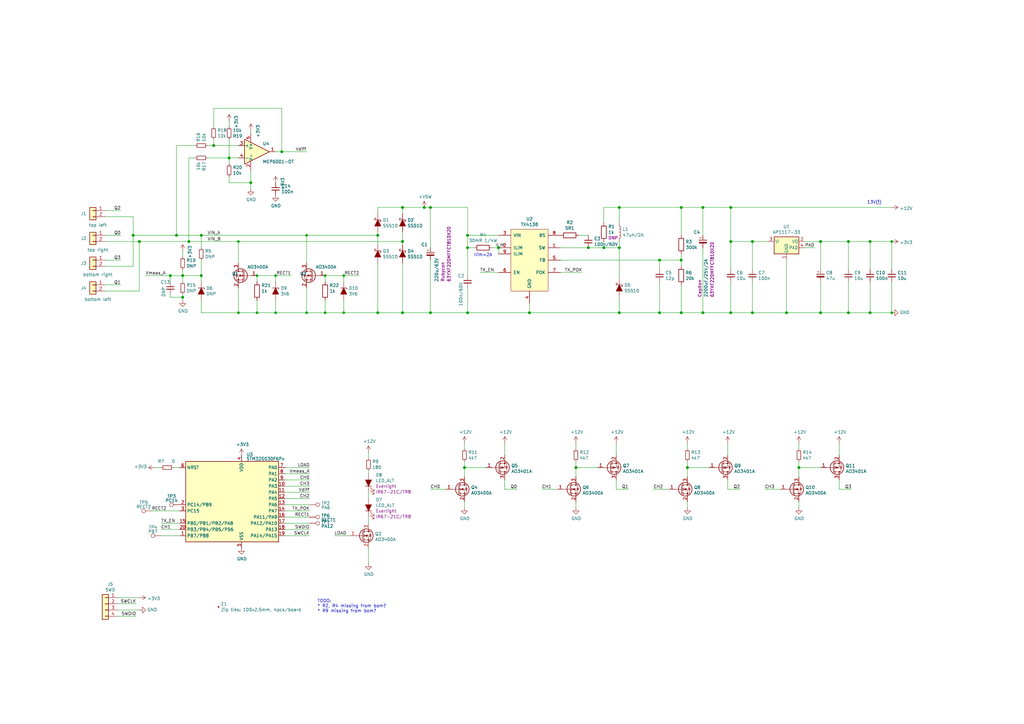
<source format=kicad_sch>
(kicad_sch (version 20220404) (generator eeschema)

  (uuid 90842322-b56e-42c7-bb4b-462bae6a0a0f)

  (paper "A3")

  (lib_symbols
    (symbol "Amplifier_Operational:MCP6001-OT" (pin_names (offset 0.127)) (in_bom yes) (on_board yes)
      (property "Reference" "U" (id 0) (at -1.27 6.35 0)
        (effects (font (size 1.27 1.27)) (justify left))
      )
      (property "Value" "MCP6001-OT" (id 1) (at -1.27 3.81 0)
        (effects (font (size 1.27 1.27)) (justify left))
      )
      (property "Footprint" "Package_TO_SOT_SMD:SOT-23-5" (id 2) (at -2.54 -5.08 0)
        (effects (font (size 1.27 1.27)) (justify left) hide)
      )
      (property "Datasheet" "http://ww1.microchip.com/downloads/en/DeviceDoc/21733j.pdf" (id 3) (at 0 5.08 0)
        (effects (font (size 1.27 1.27)) hide)
      )
      (property "ki_keywords" "single opamp" (id 4) (at 0 0 0)
        (effects (font (size 1.27 1.27)) hide)
      )
      (property "ki_description" "1MHz, Low-Power Op Amp, SOT-23-5" (id 5) (at 0 0 0)
        (effects (font (size 1.27 1.27)) hide)
      )
      (property "ki_fp_filters" "SOT?23*" (id 6) (at 0 0 0)
        (effects (font (size 1.27 1.27)) hide)
      )
      (symbol "MCP6001-OT_0_1"
        (polyline
          (pts
            (xy -5.08 5.08)
            (xy 5.08 0)
            (xy -5.08 -5.08)
            (xy -5.08 5.08)
          )
          (stroke (width 0.254) (type default))
          (fill (type background))
        )
        (pin power_in line (at -2.54 -7.62 90) (length 3.81)
          (name "V-" (effects (font (size 1.27 1.27))))
          (number "2" (effects (font (size 1.27 1.27))))
        )
        (pin power_in line (at -2.54 7.62 270) (length 3.81)
          (name "V+" (effects (font (size 1.27 1.27))))
          (number "5" (effects (font (size 1.27 1.27))))
        )
      )
      (symbol "MCP6001-OT_1_1"
        (pin output line (at 7.62 0 180) (length 2.54)
          (name "~" (effects (font (size 1.27 1.27))))
          (number "1" (effects (font (size 1.27 1.27))))
        )
        (pin input line (at -7.62 2.54 0) (length 2.54)
          (name "+" (effects (font (size 1.27 1.27))))
          (number "3" (effects (font (size 1.27 1.27))))
        )
        (pin input line (at -7.62 -2.54 0) (length 2.54)
          (name "-" (effects (font (size 1.27 1.27))))
          (number "4" (effects (font (size 1.27 1.27))))
        )
      )
    )
    (symbol "Connector:TestPoint" (pin_numbers hide) (pin_names (offset 0.762) hide) (in_bom yes) (on_board yes)
      (property "Reference" "TP" (id 0) (at 0 6.858 0)
        (effects (font (size 1.27 1.27)))
      )
      (property "Value" "TestPoint" (id 1) (at 0 5.08 0)
        (effects (font (size 1.27 1.27)))
      )
      (property "Footprint" "" (id 2) (at 5.08 0 0)
        (effects (font (size 1.27 1.27)) hide)
      )
      (property "Datasheet" "~" (id 3) (at 5.08 0 0)
        (effects (font (size 1.27 1.27)) hide)
      )
      (property "ki_keywords" "test point tp" (id 4) (at 0 0 0)
        (effects (font (size 1.27 1.27)) hide)
      )
      (property "ki_description" "test point" (id 5) (at 0 0 0)
        (effects (font (size 1.27 1.27)) hide)
      )
      (property "ki_fp_filters" "Pin* Test*" (id 6) (at 0 0 0)
        (effects (font (size 1.27 1.27)) hide)
      )
      (symbol "TestPoint_0_1"
        (circle (center 0 3.302) (radius 0.762)
          (stroke (width 0) (type default))
          (fill (type none))
        )
      )
      (symbol "TestPoint_1_1"
        (pin passive line (at 0 0 90) (length 2.54)
          (name "1" (effects (font (size 1.27 1.27))))
          (number "1" (effects (font (size 1.27 1.27))))
        )
      )
    )
    (symbol "MCU_ST_STM32G0:STM32G030F6Px" (in_bom yes) (on_board yes)
      (property "Reference" "U" (id 0) (at -20.32 16.51 0)
        (effects (font (size 1.27 1.27)) (justify left))
      )
      (property "Value" "STM32G030F6Px" (id 1) (at 5.08 16.51 0)
        (effects (font (size 1.27 1.27)) (justify left))
      )
      (property "Footprint" "Package_SO:TSSOP-20_4.4x6.5mm_P0.65mm" (id 2) (at -20.32 -17.78 0)
        (effects (font (size 1.27 1.27)) (justify right) hide)
      )
      (property "Datasheet" "https://www.st.com/resource/en/datasheet/stm32g030f6.pdf" (id 3) (at 0 0 0)
        (effects (font (size 1.27 1.27)) hide)
      )
      (property "ki_locked" "" (id 4) (at 0 0 0)
        (effects (font (size 1.27 1.27)))
      )
      (property "ki_keywords" "ARM Cortex-M0+ STM32G0 STM32G0x0 Value line" (id 5) (at 0 0 0)
        (effects (font (size 1.27 1.27)) hide)
      )
      (property "ki_description" "ARM Cortex-M0+ MCU, 32KB flash, 8KB RAM, 64MHz, 2-3.6V, 26 GPIO, TSSOP-20" (id 6) (at 0 0 0)
        (effects (font (size 1.27 1.27)) hide)
      )
      (property "ki_fp_filters" "TSSOP*4.4x6.5mm*P0.65mm*" (id 7) (at 0 0 0)
        (effects (font (size 1.27 1.27)) hide)
      )
      (symbol "STM32G030F6Px_0_1"
        (rectangle (start -20.32 -17.78) (end 17.78 15.24)
          (stroke (width 0.254) (type default))
          (fill (type background))
        )
      )
      (symbol "STM32G030F6Px_1_1"
        (pin bidirectional line (at -22.86 -15.24 0) (length 2.54)
          (name "PB7/PB8" (effects (font (size 1.27 1.27))))
          (number "1" (effects (font (size 1.27 1.27))))
          (alternate "ADC1_IN11" bidirectional line)
          (alternate "I2C1_SDA" bidirectional line)
          (alternate "SPI2_MOSI" bidirectional line)
          (alternate "SYS_PVD_IN" bidirectional line)
          (alternate "TIM17_CH1N" bidirectional line)
          (alternate "USART1_RX" bidirectional line)
        )
        (pin bidirectional line (at 20.32 5.08 180) (length 2.54)
          (name "PA3" (effects (font (size 1.27 1.27))))
          (number "10" (effects (font (size 1.27 1.27))))
          (alternate "ADC1_IN3" bidirectional line)
          (alternate "SPI2_MISO" bidirectional line)
          (alternate "USART2_RX" bidirectional line)
        )
        (pin bidirectional line (at 20.32 2.54 180) (length 2.54)
          (name "PA4" (effects (font (size 1.27 1.27))))
          (number "11" (effects (font (size 1.27 1.27))))
          (alternate "ADC1_IN4" bidirectional line)
          (alternate "I2S1_WS" bidirectional line)
          (alternate "RTC_OUT_ALARM" bidirectional line)
          (alternate "RTC_OUT_CALIB" bidirectional line)
          (alternate "RTC_TAMP_IN1" bidirectional line)
          (alternate "RTC_TS" bidirectional line)
          (alternate "SPI1_NSS" bidirectional line)
          (alternate "SPI2_MOSI" bidirectional line)
          (alternate "SYS_WKUP2" bidirectional line)
          (alternate "TIM14_CH1" bidirectional line)
        )
        (pin bidirectional line (at 20.32 0 180) (length 2.54)
          (name "PA5" (effects (font (size 1.27 1.27))))
          (number "12" (effects (font (size 1.27 1.27))))
          (alternate "ADC1_IN5" bidirectional line)
          (alternate "I2S1_CK" bidirectional line)
          (alternate "SPI1_SCK" bidirectional line)
        )
        (pin bidirectional line (at 20.32 -2.54 180) (length 2.54)
          (name "PA6" (effects (font (size 1.27 1.27))))
          (number "13" (effects (font (size 1.27 1.27))))
          (alternate "ADC1_IN6" bidirectional line)
          (alternate "I2S1_MCK" bidirectional line)
          (alternate "SPI1_MISO" bidirectional line)
          (alternate "TIM16_CH1" bidirectional line)
          (alternate "TIM1_BK" bidirectional line)
          (alternate "TIM3_CH1" bidirectional line)
        )
        (pin bidirectional line (at 20.32 -5.08 180) (length 2.54)
          (name "PA7" (effects (font (size 1.27 1.27))))
          (number "14" (effects (font (size 1.27 1.27))))
          (alternate "ADC1_IN7" bidirectional line)
          (alternate "I2S1_SD" bidirectional line)
          (alternate "SPI1_MOSI" bidirectional line)
          (alternate "TIM14_CH1" bidirectional line)
          (alternate "TIM17_CH1" bidirectional line)
          (alternate "TIM1_CH1N" bidirectional line)
          (alternate "TIM3_CH2" bidirectional line)
        )
        (pin bidirectional line (at -22.86 -10.16 0) (length 2.54)
          (name "PB0/PB1/PB2/PA8" (effects (font (size 1.27 1.27))))
          (number "15" (effects (font (size 1.27 1.27))))
          (alternate "ADC1_IN8" bidirectional line)
          (alternate "I2S1_WS" bidirectional line)
          (alternate "SPI1_NSS" bidirectional line)
          (alternate "TIM1_CH2N" bidirectional line)
          (alternate "TIM3_CH3" bidirectional line)
        )
        (pin bidirectional line (at 20.32 -7.62 180) (length 2.54)
          (name "PA11/PA9" (effects (font (size 1.27 1.27))))
          (number "16" (effects (font (size 1.27 1.27))))
          (alternate "ADC1_EXTI11" bidirectional line)
          (alternate "ADC1_IN15" bidirectional line)
          (alternate "I2C2_SCL" bidirectional line)
          (alternate "I2S1_MCK" bidirectional line)
          (alternate "SPI1_MISO" bidirectional line)
          (alternate "TIM1_BK2" bidirectional line)
          (alternate "TIM1_CH4" bidirectional line)
          (alternate "USART1_CTS" bidirectional line)
          (alternate "USART1_NSS" bidirectional line)
        )
        (pin bidirectional line (at 20.32 -10.16 180) (length 2.54)
          (name "PA12/PA10" (effects (font (size 1.27 1.27))))
          (number "17" (effects (font (size 1.27 1.27))))
          (alternate "ADC1_IN16" bidirectional line)
          (alternate "I2C2_SDA" bidirectional line)
          (alternate "I2S1_SD" bidirectional line)
          (alternate "I2S_CKIN" bidirectional line)
          (alternate "SPI1_MOSI" bidirectional line)
          (alternate "TIM1_ETR" bidirectional line)
          (alternate "USART1_CK" bidirectional line)
          (alternate "USART1_DE" bidirectional line)
          (alternate "USART1_RTS" bidirectional line)
        )
        (pin bidirectional line (at 20.32 -12.7 180) (length 2.54)
          (name "PA13" (effects (font (size 1.27 1.27))))
          (number "18" (effects (font (size 1.27 1.27))))
          (alternate "ADC1_IN17" bidirectional line)
          (alternate "IR_OUT" bidirectional line)
          (alternate "SYS_SWDIO" bidirectional line)
        )
        (pin bidirectional line (at 20.32 -15.24 180) (length 2.54)
          (name "PA14/PA15" (effects (font (size 1.27 1.27))))
          (number "19" (effects (font (size 1.27 1.27))))
          (alternate "ADC1_IN18" bidirectional line)
          (alternate "SYS_SWCLK" bidirectional line)
          (alternate "USART2_TX" bidirectional line)
        )
        (pin input line (at -22.86 -2.54 0) (length 2.54)
          (name "PC14/PB9" (effects (font (size 1.27 1.27))))
          (number "2" (effects (font (size 1.27 1.27))))
          (alternate "RCC_OSC32_IN" bidirectional line)
          (alternate "RCC_OSC_IN" bidirectional line)
          (alternate "TIM1_BK2" bidirectional line)
        )
        (pin bidirectional line (at -22.86 -12.7 0) (length 2.54)
          (name "PB3/PB4/PB5/PB6" (effects (font (size 1.27 1.27))))
          (number "20" (effects (font (size 1.27 1.27))))
          (alternate "I2S1_CK" bidirectional line)
          (alternate "SPI1_SCK" bidirectional line)
          (alternate "TIM1_CH2" bidirectional line)
          (alternate "USART1_CK" bidirectional line)
          (alternate "USART1_DE" bidirectional line)
          (alternate "USART1_RTS" bidirectional line)
        )
        (pin bidirectional line (at -22.86 -5.08 0) (length 2.54)
          (name "PC15" (effects (font (size 1.27 1.27))))
          (number "3" (effects (font (size 1.27 1.27))))
          (alternate "RCC_OSC32_EN" bidirectional line)
          (alternate "RCC_OSC32_OUT" bidirectional line)
          (alternate "RCC_OSC_EN" bidirectional line)
        )
        (pin power_in line (at 2.54 17.78 270) (length 2.54)
          (name "VDD" (effects (font (size 1.27 1.27))))
          (number "4" (effects (font (size 1.27 1.27))))
        )
        (pin power_in line (at 2.54 -20.32 90) (length 2.54)
          (name "VSS" (effects (font (size 1.27 1.27))))
          (number "5" (effects (font (size 1.27 1.27))))
        )
        (pin input line (at -22.86 12.7 0) (length 2.54)
          (name "NRST" (effects (font (size 1.27 1.27))))
          (number "6" (effects (font (size 1.27 1.27))))
        )
        (pin bidirectional line (at 20.32 12.7 180) (length 2.54)
          (name "PA0" (effects (font (size 1.27 1.27))))
          (number "7" (effects (font (size 1.27 1.27))))
          (alternate "ADC1_IN0" bidirectional line)
          (alternate "RTC_TAMP_IN2" bidirectional line)
          (alternate "SPI2_SCK" bidirectional line)
          (alternate "SYS_WKUP1" bidirectional line)
          (alternate "USART2_CTS" bidirectional line)
          (alternate "USART2_NSS" bidirectional line)
        )
        (pin bidirectional line (at 20.32 10.16 180) (length 2.54)
          (name "PA1" (effects (font (size 1.27 1.27))))
          (number "8" (effects (font (size 1.27 1.27))))
          (alternate "ADC1_IN1" bidirectional line)
          (alternate "I2C1_SMBA" bidirectional line)
          (alternate "I2S1_CK" bidirectional line)
          (alternate "SPI1_SCK" bidirectional line)
          (alternate "USART2_CK" bidirectional line)
          (alternate "USART2_DE" bidirectional line)
          (alternate "USART2_RTS" bidirectional line)
        )
        (pin bidirectional line (at 20.32 7.62 180) (length 2.54)
          (name "PA2" (effects (font (size 1.27 1.27))))
          (number "9" (effects (font (size 1.27 1.27))))
          (alternate "ADC1_IN2" bidirectional line)
          (alternate "I2S1_SD" bidirectional line)
          (alternate "RCC_LSCO" bidirectional line)
          (alternate "SPI1_MOSI" bidirectional line)
          (alternate "SYS_WKUP4" bidirectional line)
          (alternate "USART2_TX" bidirectional line)
        )
      )
    )
    (symbol "Transistor_FET:AO3400A" (pin_names hide) (in_bom yes) (on_board yes)
      (property "Reference" "Q" (id 0) (at 5.08 1.905 0)
        (effects (font (size 1.27 1.27)) (justify left))
      )
      (property "Value" "AO3400A" (id 1) (at 5.08 0 0)
        (effects (font (size 1.27 1.27)) (justify left))
      )
      (property "Footprint" "Package_TO_SOT_SMD:SOT-23" (id 2) (at 5.08 -1.905 0)
        (effects (font (size 1.27 1.27) italic) (justify left) hide)
      )
      (property "Datasheet" "http://www.aosmd.com/pdfs/datasheet/AO3400A.pdf" (id 3) (at 0 0 0)
        (effects (font (size 1.27 1.27)) (justify left) hide)
      )
      (property "ki_keywords" "N-Channel MOSFET" (id 4) (at 0 0 0)
        (effects (font (size 1.27 1.27)) hide)
      )
      (property "ki_description" "30V Vds, 5.7A Id, N-Channel MOSFET, SOT-23" (id 5) (at 0 0 0)
        (effects (font (size 1.27 1.27)) hide)
      )
      (property "ki_fp_filters" "SOT?23*" (id 6) (at 0 0 0)
        (effects (font (size 1.27 1.27)) hide)
      )
      (symbol "AO3400A_0_1"
        (polyline
          (pts
            (xy 0.254 0)
            (xy -2.54 0)
          )
          (stroke (width 0) (type default))
          (fill (type none))
        )
        (polyline
          (pts
            (xy 0.254 1.905)
            (xy 0.254 -1.905)
          )
          (stroke (width 0.254) (type default))
          (fill (type none))
        )
        (polyline
          (pts
            (xy 0.762 -1.27)
            (xy 0.762 -2.286)
          )
          (stroke (width 0.254) (type default))
          (fill (type none))
        )
        (polyline
          (pts
            (xy 0.762 0.508)
            (xy 0.762 -0.508)
          )
          (stroke (width 0.254) (type default))
          (fill (type none))
        )
        (polyline
          (pts
            (xy 0.762 2.286)
            (xy 0.762 1.27)
          )
          (stroke (width 0.254) (type default))
          (fill (type none))
        )
        (polyline
          (pts
            (xy 2.54 2.54)
            (xy 2.54 1.778)
          )
          (stroke (width 0) (type default))
          (fill (type none))
        )
        (polyline
          (pts
            (xy 2.54 -2.54)
            (xy 2.54 0)
            (xy 0.762 0)
          )
          (stroke (width 0) (type default))
          (fill (type none))
        )
        (polyline
          (pts
            (xy 0.762 -1.778)
            (xy 3.302 -1.778)
            (xy 3.302 1.778)
            (xy 0.762 1.778)
          )
          (stroke (width 0) (type default))
          (fill (type none))
        )
        (polyline
          (pts
            (xy 1.016 0)
            (xy 2.032 0.381)
            (xy 2.032 -0.381)
            (xy 1.016 0)
          )
          (stroke (width 0) (type default))
          (fill (type outline))
        )
        (polyline
          (pts
            (xy 2.794 0.508)
            (xy 2.921 0.381)
            (xy 3.683 0.381)
            (xy 3.81 0.254)
          )
          (stroke (width 0) (type default))
          (fill (type none))
        )
        (polyline
          (pts
            (xy 3.302 0.381)
            (xy 2.921 -0.254)
            (xy 3.683 -0.254)
            (xy 3.302 0.381)
          )
          (stroke (width 0) (type default))
          (fill (type none))
        )
        (circle (center 1.651 0) (radius 2.794)
          (stroke (width 0.254) (type default))
          (fill (type none))
        )
        (circle (center 2.54 -1.778) (radius 0.254)
          (stroke (width 0) (type default))
          (fill (type outline))
        )
        (circle (center 2.54 1.778) (radius 0.254)
          (stroke (width 0) (type default))
          (fill (type outline))
        )
      )
      (symbol "AO3400A_1_1"
        (pin input line (at -5.08 0 0) (length 2.54)
          (name "G" (effects (font (size 1.27 1.27))))
          (number "1" (effects (font (size 1.27 1.27))))
        )
        (pin passive line (at 2.54 -5.08 90) (length 2.54)
          (name "S" (effects (font (size 1.27 1.27))))
          (number "2" (effects (font (size 1.27 1.27))))
        )
        (pin passive line (at 2.54 5.08 270) (length 2.54)
          (name "D" (effects (font (size 1.27 1.27))))
          (number "3" (effects (font (size 1.27 1.27))))
        )
      )
    )
    (symbol "Transistor_FET:AO3401A" (pin_names hide) (in_bom yes) (on_board yes)
      (property "Reference" "Q" (id 0) (at 5.08 1.905 0)
        (effects (font (size 1.27 1.27)) (justify left))
      )
      (property "Value" "AO3401A" (id 1) (at 5.08 0 0)
        (effects (font (size 1.27 1.27)) (justify left))
      )
      (property "Footprint" "Package_TO_SOT_SMD:SOT-23" (id 2) (at 5.08 -1.905 0)
        (effects (font (size 1.27 1.27) italic) (justify left) hide)
      )
      (property "Datasheet" "http://www.aosmd.com/pdfs/datasheet/AO3401A.pdf" (id 3) (at 0 0 0)
        (effects (font (size 1.27 1.27)) (justify left) hide)
      )
      (property "ki_keywords" "P-Channel MOSFET" (id 4) (at 0 0 0)
        (effects (font (size 1.27 1.27)) hide)
      )
      (property "ki_description" "-4.0A Id, -30V Vds, P-Channel MOSFET, SOT-23" (id 5) (at 0 0 0)
        (effects (font (size 1.27 1.27)) hide)
      )
      (property "ki_fp_filters" "SOT?23*" (id 6) (at 0 0 0)
        (effects (font (size 1.27 1.27)) hide)
      )
      (symbol "AO3401A_0_1"
        (polyline
          (pts
            (xy 0.254 0)
            (xy -2.54 0)
          )
          (stroke (width 0) (type default))
          (fill (type none))
        )
        (polyline
          (pts
            (xy 0.254 1.905)
            (xy 0.254 -1.905)
          )
          (stroke (width 0.254) (type default))
          (fill (type none))
        )
        (polyline
          (pts
            (xy 0.762 -1.27)
            (xy 0.762 -2.286)
          )
          (stroke (width 0.254) (type default))
          (fill (type none))
        )
        (polyline
          (pts
            (xy 0.762 0.508)
            (xy 0.762 -0.508)
          )
          (stroke (width 0.254) (type default))
          (fill (type none))
        )
        (polyline
          (pts
            (xy 0.762 2.286)
            (xy 0.762 1.27)
          )
          (stroke (width 0.254) (type default))
          (fill (type none))
        )
        (polyline
          (pts
            (xy 2.54 2.54)
            (xy 2.54 1.778)
          )
          (stroke (width 0) (type default))
          (fill (type none))
        )
        (polyline
          (pts
            (xy 2.54 -2.54)
            (xy 2.54 0)
            (xy 0.762 0)
          )
          (stroke (width 0) (type default))
          (fill (type none))
        )
        (polyline
          (pts
            (xy 0.762 1.778)
            (xy 3.302 1.778)
            (xy 3.302 -1.778)
            (xy 0.762 -1.778)
          )
          (stroke (width 0) (type default))
          (fill (type none))
        )
        (polyline
          (pts
            (xy 2.286 0)
            (xy 1.27 0.381)
            (xy 1.27 -0.381)
            (xy 2.286 0)
          )
          (stroke (width 0) (type default))
          (fill (type outline))
        )
        (polyline
          (pts
            (xy 2.794 -0.508)
            (xy 2.921 -0.381)
            (xy 3.683 -0.381)
            (xy 3.81 -0.254)
          )
          (stroke (width 0) (type default))
          (fill (type none))
        )
        (polyline
          (pts
            (xy 3.302 -0.381)
            (xy 2.921 0.254)
            (xy 3.683 0.254)
            (xy 3.302 -0.381)
          )
          (stroke (width 0) (type default))
          (fill (type none))
        )
        (circle (center 1.651 0) (radius 2.794)
          (stroke (width 0.254) (type default))
          (fill (type none))
        )
        (circle (center 2.54 -1.778) (radius 0.254)
          (stroke (width 0) (type default))
          (fill (type outline))
        )
        (circle (center 2.54 1.778) (radius 0.254)
          (stroke (width 0) (type default))
          (fill (type outline))
        )
      )
      (symbol "AO3401A_1_1"
        (pin input line (at -5.08 0 0) (length 2.54)
          (name "G" (effects (font (size 1.27 1.27))))
          (number "1" (effects (font (size 1.27 1.27))))
        )
        (pin passive line (at 2.54 -5.08 90) (length 2.54)
          (name "S" (effects (font (size 1.27 1.27))))
          (number "2" (effects (font (size 1.27 1.27))))
        )
        (pin passive line (at 2.54 5.08 270) (length 2.54)
          (name "D" (effects (font (size 1.27 1.27))))
          (number "3" (effects (font (size 1.27 1.27))))
        )
      )
    )
    (symbol "center-rescue:+12V-power" (power) (pin_names (offset 0)) (in_bom yes) (on_board yes)
      (property "Reference" "#PWR" (id 0) (at 0 -3.81 0)
        (effects (font (size 1.27 1.27)) hide)
      )
      (property "Value" "+12V-power" (id 1) (at 0 3.556 0)
        (effects (font (size 1.27 1.27)))
      )
      (property "Footprint" "" (id 2) (at 0 0 0)
        (effects (font (size 1.27 1.27)) hide)
      )
      (property "Datasheet" "" (id 3) (at 0 0 0)
        (effects (font (size 1.27 1.27)) hide)
      )
      (symbol "+12V-power_0_1"
        (polyline
          (pts
            (xy -0.762 1.27)
            (xy 0 2.54)
          )
          (stroke (width 0) (type default))
          (fill (type none))
        )
        (polyline
          (pts
            (xy 0 0)
            (xy 0 2.54)
          )
          (stroke (width 0) (type default))
          (fill (type none))
        )
        (polyline
          (pts
            (xy 0 2.54)
            (xy 0.762 1.27)
          )
          (stroke (width 0) (type default))
          (fill (type none))
        )
      )
      (symbol "+12V-power_1_1"
        (pin power_in line (at 0 0 90) (length 0) hide
          (name "+12V" (effects (font (size 1.27 1.27))))
          (number "1" (effects (font (size 1.27 1.27))))
        )
      )
    )
    (symbol "center-rescue:+3.3V-power" (power) (pin_names (offset 0)) (in_bom yes) (on_board yes)
      (property "Reference" "#PWR" (id 0) (at 0 -3.81 0)
        (effects (font (size 1.27 1.27)) hide)
      )
      (property "Value" "+3.3V-power" (id 1) (at 0 3.556 0)
        (effects (font (size 1.27 1.27)))
      )
      (property "Footprint" "" (id 2) (at 0 0 0)
        (effects (font (size 1.27 1.27)) hide)
      )
      (property "Datasheet" "" (id 3) (at 0 0 0)
        (effects (font (size 1.27 1.27)) hide)
      )
      (symbol "+3.3V-power_0_1"
        (polyline
          (pts
            (xy -0.762 1.27)
            (xy 0 2.54)
          )
          (stroke (width 0) (type default))
          (fill (type none))
        )
        (polyline
          (pts
            (xy 0 0)
            (xy 0 2.54)
          )
          (stroke (width 0) (type default))
          (fill (type none))
        )
        (polyline
          (pts
            (xy 0 2.54)
            (xy 0.762 1.27)
          )
          (stroke (width 0) (type default))
          (fill (type none))
        )
      )
      (symbol "+3.3V-power_1_1"
        (pin power_in line (at 0 0 90) (length 0) hide
          (name "+3V3" (effects (font (size 1.27 1.27))))
          (number "1" (effects (font (size 1.27 1.27))))
        )
      )
    )
    (symbol "center-rescue:+VSW-power" (power) (pin_names (offset 0)) (in_bom yes) (on_board yes)
      (property "Reference" "#PWR" (id 0) (at 0 -3.81 0)
        (effects (font (size 1.27 1.27)) hide)
      )
      (property "Value" "+VSW-power" (id 1) (at 0 3.556 0)
        (effects (font (size 1.27 1.27)))
      )
      (property "Footprint" "" (id 2) (at 0 0 0)
        (effects (font (size 1.27 1.27)) hide)
      )
      (property "Datasheet" "" (id 3) (at 0 0 0)
        (effects (font (size 1.27 1.27)) hide)
      )
      (symbol "+VSW-power_0_1"
        (polyline
          (pts
            (xy -0.762 1.27)
            (xy 0 2.54)
          )
          (stroke (width 0) (type default))
          (fill (type none))
        )
        (polyline
          (pts
            (xy 0 0)
            (xy 0 2.54)
          )
          (stroke (width 0) (type default))
          (fill (type none))
        )
        (polyline
          (pts
            (xy 0 2.54)
            (xy 0.762 1.27)
          )
          (stroke (width 0) (type default))
          (fill (type none))
        )
      )
      (symbol "+VSW-power_1_1"
        (pin power_in line (at 0 0 90) (length 0) hide
          (name "+VSW" (effects (font (size 1.27 1.27))))
          (number "1" (effects (font (size 1.27 1.27))))
        )
      )
    )
    (symbol "center-rescue:AP1117-33-Regulator_Linear" (pin_names (offset 0.254)) (in_bom yes) (on_board yes)
      (property "Reference" "U" (id 0) (at -3.81 3.175 0)
        (effects (font (size 1.27 1.27)))
      )
      (property "Value" "AP1117-33-Regulator_Linear" (id 1) (at 0 3.175 0)
        (effects (font (size 1.27 1.27)) (justify left))
      )
      (property "Footprint" "Package_TO_SOT_SMD:SOT-223-3_TabPin2" (id 2) (at 0 5.08 0)
        (effects (font (size 1.27 1.27)) hide)
      )
      (property "Datasheet" "http://www.diodes.com/datasheets/AP1117.pdf" (id 3) (at 2.54 -6.35 0)
        (effects (font (size 1.27 1.27)) hide)
      )
      (property "ki_fp_filters" "SOT?223*TabPin2*" (id 4) (at 0 0 0)
        (effects (font (size 1.27 1.27)) hide)
      )
      (symbol "AP1117-33-Regulator_Linear_0_1"
        (rectangle (start -5.08 -5.08) (end 5.08 1.905)
          (stroke (width 0.254) (type default))
          (fill (type background))
        )
      )
      (symbol "AP1117-33-Regulator_Linear_1_1"
        (pin power_in line (at 0 -7.62 90) (length 2.54)
          (name "GND" (effects (font (size 1.27 1.27))))
          (number "1" (effects (font (size 1.27 1.27))))
        )
        (pin power_out line (at 7.62 0 180) (length 2.54)
          (name "VO" (effects (font (size 1.27 1.27))))
          (number "2" (effects (font (size 1.27 1.27))))
        )
        (pin power_in line (at -7.62 0 0) (length 2.54)
          (name "VI" (effects (font (size 1.27 1.27))))
          (number "3" (effects (font (size 1.27 1.27))))
        )
        (pin power_out line (at 7.62 -2.54 180) (length 2.54)
          (name "PAD" (effects (font (size 1.27 1.27))))
          (number "4" (effects (font (size 1.27 1.27))))
        )
      )
    )
    (symbol "center-rescue:CP_Small-Device" (pin_numbers hide) (pin_names (offset 0.254) hide) (in_bom yes) (on_board yes)
      (property "Reference" "C" (id 0) (at 0.254 1.778 0)
        (effects (font (size 1.27 1.27)) (justify left))
      )
      (property "Value" "CP_Small-Device" (id 1) (at 0.254 -2.032 0)
        (effects (font (size 1.27 1.27)) (justify left))
      )
      (property "Footprint" "" (id 2) (at 0 0 0)
        (effects (font (size 1.27 1.27)) hide)
      )
      (property "Datasheet" "" (id 3) (at 0 0 0)
        (effects (font (size 1.27 1.27)) hide)
      )
      (property "ki_fp_filters" "CP_*" (id 4) (at 0 0 0)
        (effects (font (size 1.27 1.27)) hide)
      )
      (symbol "CP_Small-Device_0_1"
        (rectangle (start -1.524 -0.3048) (end 1.524 -0.6858)
          (stroke (width 0) (type default))
          (fill (type outline))
        )
        (rectangle (start -1.524 0.6858) (end 1.524 0.3048)
          (stroke (width 0) (type default))
          (fill (type none))
        )
        (polyline
          (pts
            (xy -1.27 1.524)
            (xy -0.762 1.524)
          )
          (stroke (width 0) (type default))
          (fill (type none))
        )
        (polyline
          (pts
            (xy -1.016 1.27)
            (xy -1.016 1.778)
          )
          (stroke (width 0) (type default))
          (fill (type none))
        )
      )
      (symbol "CP_Small-Device_1_1"
        (pin passive line (at 0 2.54 270) (length 1.8542)
          (name "~" (effects (font (size 1.27 1.27))))
          (number "1" (effects (font (size 1.27 1.27))))
        )
        (pin passive line (at 0 -2.54 90) (length 1.8542)
          (name "~" (effects (font (size 1.27 1.27))))
          (number "2" (effects (font (size 1.27 1.27))))
        )
      )
    )
    (symbol "center-rescue:C_Small-Device" (pin_numbers hide) (pin_names (offset 0.254) hide) (in_bom yes) (on_board yes)
      (property "Reference" "C" (id 0) (at 0.254 1.778 0)
        (effects (font (size 1.27 1.27)) (justify left))
      )
      (property "Value" "C_Small-Device" (id 1) (at 0.254 -2.032 0)
        (effects (font (size 1.27 1.27)) (justify left))
      )
      (property "Footprint" "" (id 2) (at 0 0 0)
        (effects (font (size 1.27 1.27)) hide)
      )
      (property "Datasheet" "" (id 3) (at 0 0 0)
        (effects (font (size 1.27 1.27)) hide)
      )
      (property "ki_fp_filters" "C_*" (id 4) (at 0 0 0)
        (effects (font (size 1.27 1.27)) hide)
      )
      (symbol "C_Small-Device_0_1"
        (polyline
          (pts
            (xy -1.524 -0.508)
            (xy 1.524 -0.508)
          )
          (stroke (width 0.3302) (type default))
          (fill (type none))
        )
        (polyline
          (pts
            (xy -1.524 0.508)
            (xy 1.524 0.508)
          )
          (stroke (width 0.3048) (type default))
          (fill (type none))
        )
      )
      (symbol "C_Small-Device_1_1"
        (pin passive line (at 0 2.54 270) (length 2.032)
          (name "~" (effects (font (size 1.27 1.27))))
          (number "1" (effects (font (size 1.27 1.27))))
        )
        (pin passive line (at 0 -2.54 90) (length 2.032)
          (name "~" (effects (font (size 1.27 1.27))))
          (number "2" (effects (font (size 1.27 1.27))))
        )
      )
    )
    (symbol "center-rescue:Conn_01x02-Connector_Generic" (pin_names (offset 1.016) hide) (in_bom yes) (on_board yes)
      (property "Reference" "J" (id 0) (at 0 2.54 0)
        (effects (font (size 1.27 1.27)))
      )
      (property "Value" "Conn_01x02-Connector_Generic" (id 1) (at 0 -5.08 0)
        (effects (font (size 1.27 1.27)))
      )
      (property "Footprint" "" (id 2) (at 0 0 0)
        (effects (font (size 1.27 1.27)) hide)
      )
      (property "Datasheet" "" (id 3) (at 0 0 0)
        (effects (font (size 1.27 1.27)) hide)
      )
      (property "ki_fp_filters" "Connector*:*_1x??_*" (id 4) (at 0 0 0)
        (effects (font (size 1.27 1.27)) hide)
      )
      (symbol "Conn_01x02-Connector_Generic_1_1"
        (rectangle (start -1.27 -2.413) (end 0 -2.667)
          (stroke (width 0.1524) (type default))
          (fill (type none))
        )
        (rectangle (start -1.27 0.127) (end 0 -0.127)
          (stroke (width 0.1524) (type default))
          (fill (type none))
        )
        (rectangle (start -1.27 1.27) (end 1.27 -3.81)
          (stroke (width 0.254) (type default))
          (fill (type background))
        )
        (pin passive line (at -5.08 0 0) (length 3.81)
          (name "Pin_1" (effects (font (size 1.27 1.27))))
          (number "1" (effects (font (size 1.27 1.27))))
        )
        (pin passive line (at -5.08 -2.54 0) (length 3.81)
          (name "Pin_2" (effects (font (size 1.27 1.27))))
          (number "2" (effects (font (size 1.27 1.27))))
        )
      )
    )
    (symbol "center-rescue:Conn_01x04-Connector_Generic" (pin_names (offset 1.016) hide) (in_bom yes) (on_board yes)
      (property "Reference" "J" (id 0) (at 0 5.08 0)
        (effects (font (size 1.27 1.27)))
      )
      (property "Value" "Conn_01x04-Connector_Generic" (id 1) (at 0 -7.62 0)
        (effects (font (size 1.27 1.27)))
      )
      (property "Footprint" "" (id 2) (at 0 0 0)
        (effects (font (size 1.27 1.27)) hide)
      )
      (property "Datasheet" "" (id 3) (at 0 0 0)
        (effects (font (size 1.27 1.27)) hide)
      )
      (property "ki_fp_filters" "Connector*:*_1x??_*" (id 4) (at 0 0 0)
        (effects (font (size 1.27 1.27)) hide)
      )
      (symbol "Conn_01x04-Connector_Generic_1_1"
        (rectangle (start -1.27 -4.953) (end 0 -5.207)
          (stroke (width 0.1524) (type default))
          (fill (type none))
        )
        (rectangle (start -1.27 -2.413) (end 0 -2.667)
          (stroke (width 0.1524) (type default))
          (fill (type none))
        )
        (rectangle (start -1.27 0.127) (end 0 -0.127)
          (stroke (width 0.1524) (type default))
          (fill (type none))
        )
        (rectangle (start -1.27 2.667) (end 0 2.413)
          (stroke (width 0.1524) (type default))
          (fill (type none))
        )
        (rectangle (start -1.27 3.81) (end 1.27 -6.35)
          (stroke (width 0.254) (type default))
          (fill (type background))
        )
        (pin passive line (at -5.08 2.54 0) (length 3.81)
          (name "Pin_1" (effects (font (size 1.27 1.27))))
          (number "1" (effects (font (size 1.27 1.27))))
        )
        (pin passive line (at -5.08 0 0) (length 3.81)
          (name "Pin_2" (effects (font (size 1.27 1.27))))
          (number "2" (effects (font (size 1.27 1.27))))
        )
        (pin passive line (at -5.08 -2.54 0) (length 3.81)
          (name "Pin_3" (effects (font (size 1.27 1.27))))
          (number "3" (effects (font (size 1.27 1.27))))
        )
        (pin passive line (at -5.08 -5.08 0) (length 3.81)
          (name "Pin_4" (effects (font (size 1.27 1.27))))
          (number "4" (effects (font (size 1.27 1.27))))
        )
      )
    )
    (symbol "center-rescue:D_Schottky_ALT-Device" (pin_numbers hide) (pin_names (offset 1.016) hide) (in_bom yes) (on_board yes)
      (property "Reference" "D" (id 0) (at 0 2.54 0)
        (effects (font (size 1.27 1.27)))
      )
      (property "Value" "D_Schottky_ALT-Device" (id 1) (at 0 -2.54 0)
        (effects (font (size 1.27 1.27)))
      )
      (property "Footprint" "" (id 2) (at 0 0 0)
        (effects (font (size 1.27 1.27)) hide)
      )
      (property "Datasheet" "" (id 3) (at 0 0 0)
        (effects (font (size 1.27 1.27)) hide)
      )
      (property "ki_fp_filters" "TO-???* *_Diode_* *SingleDiode* D_*" (id 4) (at 0 0 0)
        (effects (font (size 1.27 1.27)) hide)
      )
      (symbol "D_Schottky_ALT-Device_0_1"
        (polyline
          (pts
            (xy 1.27 0)
            (xy -1.27 0)
          )
          (stroke (width 0) (type default))
          (fill (type none))
        )
        (polyline
          (pts
            (xy 1.27 1.27)
            (xy 1.27 -1.27)
            (xy -1.27 0)
            (xy 1.27 1.27)
          )
          (stroke (width 0.2032) (type default))
          (fill (type outline))
        )
        (polyline
          (pts
            (xy -1.905 0.635)
            (xy -1.905 1.27)
            (xy -1.27 1.27)
            (xy -1.27 -1.27)
            (xy -0.635 -1.27)
            (xy -0.635 -0.635)
          )
          (stroke (width 0.2032) (type default))
          (fill (type none))
        )
      )
      (symbol "D_Schottky_ALT-Device_1_1"
        (pin passive line (at -3.81 0 0) (length 2.54)
          (name "K" (effects (font (size 1.27 1.27))))
          (number "1" (effects (font (size 1.27 1.27))))
        )
        (pin passive line (at 3.81 0 180) (length 2.54)
          (name "A" (effects (font (size 1.27 1.27))))
          (number "2" (effects (font (size 1.27 1.27))))
        )
      )
    )
    (symbol "center-rescue:D_Zener_ALT-Device" (pin_numbers hide) (pin_names (offset 1.016) hide) (in_bom yes) (on_board yes)
      (property "Reference" "D" (id 0) (at 0 2.54 0)
        (effects (font (size 1.27 1.27)))
      )
      (property "Value" "D_Zener_ALT-Device" (id 1) (at 0 -2.54 0)
        (effects (font (size 1.27 1.27)))
      )
      (property "Footprint" "" (id 2) (at 0 0 0)
        (effects (font (size 1.27 1.27)) hide)
      )
      (property "Datasheet" "" (id 3) (at 0 0 0)
        (effects (font (size 1.27 1.27)) hide)
      )
      (property "ki_fp_filters" "TO-???* *_Diode_* *SingleDiode* D_*" (id 4) (at 0 0 0)
        (effects (font (size 1.27 1.27)) hide)
      )
      (symbol "D_Zener_ALT-Device_0_1"
        (polyline
          (pts
            (xy 1.27 0)
            (xy -1.27 0)
          )
          (stroke (width 0) (type default))
          (fill (type none))
        )
        (polyline
          (pts
            (xy -1.27 -1.27)
            (xy -1.27 1.27)
            (xy -0.762 1.27)
          )
          (stroke (width 0.2032) (type default))
          (fill (type none))
        )
        (polyline
          (pts
            (xy 1.27 -1.27)
            (xy 1.27 1.27)
            (xy -1.27 0)
            (xy 1.27 -1.27)
          )
          (stroke (width 0.2032) (type default))
          (fill (type outline))
        )
      )
      (symbol "D_Zener_ALT-Device_1_1"
        (pin passive line (at -3.81 0 0) (length 2.54)
          (name "K" (effects (font (size 1.27 1.27))))
          (number "1" (effects (font (size 1.27 1.27))))
        )
        (pin passive line (at 3.81 0 180) (length 2.54)
          (name "A" (effects (font (size 1.27 1.27))))
          (number "2" (effects (font (size 1.27 1.27))))
        )
      )
    )
    (symbol "center-rescue:GND-power" (power) (pin_names (offset 0)) (in_bom yes) (on_board yes)
      (property "Reference" "#PWR" (id 0) (at 0 -6.35 0)
        (effects (font (size 1.27 1.27)) hide)
      )
      (property "Value" "GND-power" (id 1) (at 0 -3.81 0)
        (effects (font (size 1.27 1.27)))
      )
      (property "Footprint" "" (id 2) (at 0 0 0)
        (effects (font (size 1.27 1.27)) hide)
      )
      (property "Datasheet" "" (id 3) (at 0 0 0)
        (effects (font (size 1.27 1.27)) hide)
      )
      (symbol "GND-power_0_1"
        (polyline
          (pts
            (xy 0 0)
            (xy 0 -1.27)
            (xy 1.27 -1.27)
            (xy 0 -2.54)
            (xy -1.27 -1.27)
            (xy 0 -1.27)
          )
          (stroke (width 0) (type default))
          (fill (type none))
        )
      )
      (symbol "GND-power_1_1"
        (pin power_in line (at 0 0 270) (length 0) hide
          (name "GND" (effects (font (size 1.27 1.27))))
          (number "1" (effects (font (size 1.27 1.27))))
        )
      )
    )
    (symbol "center-rescue:L-Device" (pin_numbers hide) (pin_names (offset 1.016) hide) (in_bom yes) (on_board yes)
      (property "Reference" "L" (id 0) (at -1.27 0 90)
        (effects (font (size 1.27 1.27)))
      )
      (property "Value" "L-Device" (id 1) (at 1.905 0 90)
        (effects (font (size 1.27 1.27)))
      )
      (property "Footprint" "" (id 2) (at 0 0 0)
        (effects (font (size 1.27 1.27)) hide)
      )
      (property "Datasheet" "" (id 3) (at 0 0 0)
        (effects (font (size 1.27 1.27)) hide)
      )
      (property "ki_fp_filters" "Choke_* *Coil* Inductor_* L_*" (id 4) (at 0 0 0)
        (effects (font (size 1.27 1.27)) hide)
      )
      (symbol "L-Device_0_1"
        (arc (start 0 -2.54) (mid 0.6323 -1.905) (end 0 -1.27)
          (stroke (width 0) (type default))
          (fill (type none))
        )
        (arc (start 0 -1.27) (mid 0.6323 -0.635) (end 0 0)
          (stroke (width 0) (type default))
          (fill (type none))
        )
        (arc (start 0 0) (mid 0.6323 0.635) (end 0 1.27)
          (stroke (width 0) (type default))
          (fill (type none))
        )
        (arc (start 0 1.27) (mid 0.6323 1.905) (end 0 2.54)
          (stroke (width 0) (type default))
          (fill (type none))
        )
      )
      (symbol "L-Device_1_1"
        (pin passive line (at 0 3.81 270) (length 1.27)
          (name "1" (effects (font (size 1.27 1.27))))
          (number "1" (effects (font (size 1.27 1.27))))
        )
        (pin passive line (at 0 -3.81 90) (length 1.27)
          (name "2" (effects (font (size 1.27 1.27))))
          (number "2" (effects (font (size 1.27 1.27))))
        )
      )
    )
    (symbol "center-rescue:LED_ALT-Device" (pin_numbers hide) (pin_names (offset 1.016) hide) (in_bom yes) (on_board yes)
      (property "Reference" "D" (id 0) (at 0 2.54 0)
        (effects (font (size 1.27 1.27)))
      )
      (property "Value" "LED_ALT-Device" (id 1) (at 0 -2.54 0)
        (effects (font (size 1.27 1.27)))
      )
      (property "Footprint" "" (id 2) (at 0 0 0)
        (effects (font (size 1.27 1.27)) hide)
      )
      (property "Datasheet" "" (id 3) (at 0 0 0)
        (effects (font (size 1.27 1.27)) hide)
      )
      (property "ki_fp_filters" "LED* LED_SMD:* LED_THT:*" (id 4) (at 0 0 0)
        (effects (font (size 1.27 1.27)) hide)
      )
      (symbol "LED_ALT-Device_0_1"
        (polyline
          (pts
            (xy -1.27 -1.27)
            (xy -1.27 1.27)
          )
          (stroke (width 0.2032) (type default))
          (fill (type none))
        )
        (polyline
          (pts
            (xy -1.27 0)
            (xy 1.27 0)
          )
          (stroke (width 0) (type default))
          (fill (type none))
        )
        (polyline
          (pts
            (xy 1.27 -1.27)
            (xy 1.27 1.27)
            (xy -1.27 0)
            (xy 1.27 -1.27)
          )
          (stroke (width 0.2032) (type default))
          (fill (type outline))
        )
        (polyline
          (pts
            (xy -3.048 -0.762)
            (xy -4.572 -2.286)
            (xy -3.81 -2.286)
            (xy -4.572 -2.286)
            (xy -4.572 -1.524)
          )
          (stroke (width 0) (type default))
          (fill (type none))
        )
        (polyline
          (pts
            (xy -1.778 -0.762)
            (xy -3.302 -2.286)
            (xy -2.54 -2.286)
            (xy -3.302 -2.286)
            (xy -3.302 -1.524)
          )
          (stroke (width 0) (type default))
          (fill (type none))
        )
      )
      (symbol "LED_ALT-Device_1_1"
        (pin passive line (at -3.81 0 0) (length 2.54)
          (name "K" (effects (font (size 1.27 1.27))))
          (number "1" (effects (font (size 1.27 1.27))))
        )
        (pin passive line (at 3.81 0 180) (length 2.54)
          (name "A" (effects (font (size 1.27 1.27))))
          (number "2" (effects (font (size 1.27 1.27))))
        )
      )
    )
    (symbol "center-rescue:R-Device" (pin_numbers hide) (pin_names (offset 0)) (in_bom yes) (on_board yes)
      (property "Reference" "R" (id 0) (at 2.032 0 90)
        (effects (font (size 1.27 1.27)))
      )
      (property "Value" "R-Device" (id 1) (at 0 0 90)
        (effects (font (size 1.27 1.27)))
      )
      (property "Footprint" "" (id 2) (at -1.778 0 90)
        (effects (font (size 1.27 1.27)) hide)
      )
      (property "Datasheet" "" (id 3) (at 0 0 0)
        (effects (font (size 1.27 1.27)) hide)
      )
      (property "ki_fp_filters" "R_*" (id 4) (at 0 0 0)
        (effects (font (size 1.27 1.27)) hide)
      )
      (symbol "R-Device_0_1"
        (rectangle (start -1.016 -2.54) (end 1.016 2.54)
          (stroke (width 0.254) (type default))
          (fill (type none))
        )
      )
      (symbol "R-Device_1_1"
        (pin passive line (at 0 3.81 270) (length 1.27)
          (name "~" (effects (font (size 1.27 1.27))))
          (number "1" (effects (font (size 1.27 1.27))))
        )
        (pin passive line (at 0 -3.81 90) (length 1.27)
          (name "~" (effects (font (size 1.27 1.27))))
          (number "2" (effects (font (size 1.27 1.27))))
        )
      )
    )
    (symbol "center-rescue:R_Small-Device" (pin_numbers hide) (pin_names (offset 0.254) hide) (in_bom yes) (on_board yes)
      (property "Reference" "R" (id 0) (at 0.762 0.508 0)
        (effects (font (size 1.27 1.27)) (justify left))
      )
      (property "Value" "R_Small-Device" (id 1) (at 0.762 -1.016 0)
        (effects (font (size 1.27 1.27)) (justify left))
      )
      (property "Footprint" "" (id 2) (at 0 0 0)
        (effects (font (size 1.27 1.27)) hide)
      )
      (property "Datasheet" "" (id 3) (at 0 0 0)
        (effects (font (size 1.27 1.27)) hide)
      )
      (property "ki_fp_filters" "R_*" (id 4) (at 0 0 0)
        (effects (font (size 1.27 1.27)) hide)
      )
      (symbol "R_Small-Device_0_1"
        (rectangle (start -0.762 1.778) (end 0.762 -1.778)
          (stroke (width 0.2032) (type default))
          (fill (type none))
        )
      )
      (symbol "R_Small-Device_1_1"
        (pin passive line (at 0 2.54 270) (length 0.762)
          (name "~" (effects (font (size 1.27 1.27))))
          (number "1" (effects (font (size 1.27 1.27))))
        )
        (pin passive line (at 0 -2.54 90) (length 0.762)
          (name "~" (effects (font (size 1.27 1.27))))
          (number "2" (effects (font (size 1.27 1.27))))
        )
      )
    )
    (symbol "center-rescue:bom_item-4xxx" (pin_names (offset 1.016)) (in_bom yes) (on_board yes)
      (property "Reference" "E" (id 0) (at -2.54 0 0)
        (effects (font (size 1.27 1.27)) (justify left))
      )
      (property "Value" "bom_item-4xxx" (id 1) (at 1.27 0 0)
        (effects (font (size 1.27 1.27)) (justify left))
      )
      (property "Footprint" "" (id 2) (at 0 0 0)
        (effects (font (size 1.27 1.27)) hide)
      )
      (property "Datasheet" "" (id 3) (at 0 0 0)
        (effects (font (size 1.27 1.27)) hide)
      )
      (symbol "bom_item-4xxx_0_1"
        (circle (center -3.048 0) (radius 0.254)
          (stroke (width 0) (type default))
          (fill (type outline))
        )
      )
    )
    (symbol "components:TX4138" (pin_names (offset 1.016)) (in_bom yes) (on_board yes)
      (property "Reference" "U" (id 0) (at 0 0 0)
        (effects (font (size 1.27 1.27)))
      )
      (property "Value" "TX4138" (id 1) (at 0 7.62 90)
        (effects (font (size 1.27 1.27)))
      )
      (property "Footprint" "" (id 2) (at 0 0 0)
        (effects (font (size 1.27 1.27)) hide)
      )
      (property "Datasheet" "" (id 3) (at 0 0 0)
        (effects (font (size 1.27 1.27)) hide)
      )
      (symbol "TX4138_0_1"
        (rectangle (start -7.62 -10.16) (end 7.62 15.24)
          (stroke (width 0) (type default))
          (fill (type background))
        )
      )
      (symbol "TX4138_1_1"
        (pin input line (at 12.7 7.62 180) (length 5.08)
          (name "SW" (effects (font (size 1.27 1.27))))
          (number "1" (effects (font (size 1.27 1.27))))
        )
        (pin input line (at -12.7 7.62 0) (length 5.08)
          (name "ILIM" (effects (font (size 1.27 1.27))))
          (number "2" (effects (font (size 1.27 1.27))))
        )
        (pin input line (at -12.7 12.7 0) (length 5.08)
          (name "VIN" (effects (font (size 1.27 1.27))))
          (number "3" (effects (font (size 1.27 1.27))))
        )
        (pin input line (at 0 -15.24 90) (length 5.08)
          (name "GND" (effects (font (size 1.27 1.27))))
          (number "4" (effects (font (size 1.27 1.27))))
        )
        (pin input line (at 12.7 2.54 180) (length 5.08)
          (name "FB" (effects (font (size 1.27 1.27))))
          (number "5" (effects (font (size 1.27 1.27))))
        )
        (pin input line (at -12.7 -2.54 0) (length 5.08)
          (name "EN" (effects (font (size 1.27 1.27))))
          (number "6" (effects (font (size 1.27 1.27))))
        )
        (pin input line (at 12.7 -2.54 180) (length 5.08)
          (name "POK" (effects (font (size 1.27 1.27))))
          (number "7" (effects (font (size 1.27 1.27))))
        )
        (pin input line (at 12.7 12.7 180) (length 5.08)
          (name "BS" (effects (font (size 1.27 1.27))))
          (number "8" (effects (font (size 1.27 1.27))))
        )
        (pin input line (at -12.7 5.08 0) (length 5.08)
          (name "ILIM" (effects (font (size 1.27 1.27))))
          (number "9" (effects (font (size 1.27 1.27))))
        )
      )
    )
  )

  (junction (at 115.57 62.23) (diameter 1.016) (color 0 0 0 0)
    (uuid 00cc906b-94ff-4ef1-b19a-71ac595d93fe)
  )
  (junction (at 365.76 99.06) (diameter 0) (color 0 0 0 0)
    (uuid 00f91b30-eb9b-4b90-9604-725f60942d68)
  )
  (junction (at 113.03 113.03) (diameter 0) (color 0 0 0 0)
    (uuid 016c9e0c-68fb-49ab-ac77-eb31e51dfaaf)
  )
  (junction (at 105.41 113.03) (diameter 0) (color 0 0 0 0)
    (uuid 12e8b267-a971-4e24-8cc0-af85c8ee8cc4)
  )
  (junction (at 191.77 128.27) (diameter 1.016) (color 0 0 0 0)
    (uuid 1327d99f-e9fa-4a85-aecd-91985894959a)
  )
  (junction (at 140.97 113.03) (diameter 0) (color 0 0 0 0)
    (uuid 14367394-2468-465c-be30-3c5e94dccae5)
  )
  (junction (at 87.63 59.69) (diameter 1.016) (color 0 0 0 0)
    (uuid 14cb0de5-09bb-40a0-9723-f48f2d625508)
  )
  (junction (at 279.4 106.68) (diameter 1.016) (color 0 0 0 0)
    (uuid 1902937b-befe-4123-b4c3-fc837aa5e5d4)
  )
  (junction (at 74.93 121.92) (diameter 1.016) (color 0 0 0 0)
    (uuid 1bf68dfc-8874-47b8-817b-b0affb58e7b0)
  )
  (junction (at 327.66 191.77) (diameter 1.016) (color 0 0 0 0)
    (uuid 21064c02-b0ac-496a-87b5-d520bc534e1e)
  )
  (junction (at 69.85 113.03) (diameter 1.016) (color 0 0 0 0)
    (uuid 283351ae-347d-4680-be1c-e87e74f4e7ea)
  )
  (junction (at 133.35 113.03) (diameter 0) (color 0 0 0 0)
    (uuid 2888d754-2474-46f5-9373-122c4624ed4b)
  )
  (junction (at 288.29 85.09) (diameter 1.016) (color 0 0 0 0)
    (uuid 2a88f9da-3805-4a1f-8c3b-69454956123c)
  )
  (junction (at 347.98 128.27) (diameter 1.016) (color 0 0 0 0)
    (uuid 2afe27cc-c49f-4ebe-beed-3c6430842a3b)
  )
  (junction (at 77.47 99.06) (diameter 1.016) (color 0 0 0 0)
    (uuid 2b33f74f-2642-44ae-83ec-cfd57d107f4f)
  )
  (junction (at 347.98 99.06) (diameter 1.016) (color 0 0 0 0)
    (uuid 2d69f821-f986-4dbf-8f87-796ac25d010f)
  )
  (junction (at 288.29 128.27) (diameter 1.016) (color 0 0 0 0)
    (uuid 2ed5b9ca-7757-4230-84bb-b68203afba62)
  )
  (junction (at 97.79 99.06) (diameter 0) (color 0 0 0 0)
    (uuid 317dee04-d1d4-4a51-86c2-ef4dd06ffdc2)
  )
  (junction (at 254 128.27) (diameter 1.016) (color 0 0 0 0)
    (uuid 34b5f812-9771-47f8-b48e-d792b87da0dd)
  )
  (junction (at 308.61 99.06) (diameter 1.016) (color 0 0 0 0)
    (uuid 3d6400e8-52cd-4b21-8156-923ae1f0d768)
  )
  (junction (at 254 101.6) (diameter 1.016) (color 0 0 0 0)
    (uuid 42672cda-16d5-4b8e-801a-71a91bdb6b3e)
  )
  (junction (at 204.47 101.6) (diameter 1.016) (color 0 0 0 0)
    (uuid 43c1aea0-a49e-4cf5-927d-6bd0b252f204)
  )
  (junction (at 74.93 113.03) (diameter 1.016) (color 0 0 0 0)
    (uuid 43c8bddf-7f8d-45ed-89ee-7bc2804578c8)
  )
  (junction (at 125.73 128.27) (diameter 0) (color 0 0 0 0)
    (uuid 45cfe143-5772-4835-ab05-6ded7d600384)
  )
  (junction (at 241.3 101.6) (diameter 1.016) (color 0 0 0 0)
    (uuid 46a590fe-b576-4adf-a2e8-d9aa59545de4)
  )
  (junction (at 165.1 99.06) (diameter 1.016) (color 0 0 0 0)
    (uuid 53440baf-0afc-4d67-b9cd-e57987a9dca1)
  )
  (junction (at 217.17 128.27) (diameter 1.016) (color 0 0 0 0)
    (uuid 54e52cfa-dd19-43c9-917f-e377742bc8b7)
  )
  (junction (at 299.72 85.09) (diameter 1.016) (color 0 0 0 0)
    (uuid 5f7d7031-7028-4240-ab1c-c2804370f15d)
  )
  (junction (at 308.61 128.27) (diameter 1.016) (color 0 0 0 0)
    (uuid 64c4fc00-dbfb-45e7-9035-e056555ef478)
  )
  (junction (at 102.87 74.93) (diameter 1.016) (color 0 0 0 0)
    (uuid 68dc07fb-fcdb-43c1-81cd-f8a710c7795d)
  )
  (junction (at 82.55 113.03) (diameter 1.016) (color 0 0 0 0)
    (uuid 6e8ec351-e31c-443e-92dd-f6d598ac51ed)
  )
  (junction (at 191.77 96.52) (diameter 1.016) (color 0 0 0 0)
    (uuid 6ebb07f6-783d-4800-a555-14d6a44036f2)
  )
  (junction (at 125.73 96.52) (diameter 0) (color 0 0 0 0)
    (uuid 73cd9081-c3e2-4955-807b-0c723bb54b69)
  )
  (junction (at 190.5 191.77) (diameter 1.016) (color 0 0 0 0)
    (uuid 7472d79f-b607-473b-888c-e7c59545bf82)
  )
  (junction (at 356.87 128.27) (diameter 1.016) (color 0 0 0 0)
    (uuid 78fa5cf0-9840-4520-bbd1-2e7a25e13f85)
  )
  (junction (at 72.39 96.52) (diameter 1.016) (color 0 0 0 0)
    (uuid 7924ebef-0aaa-4fe7-ae56-26cb09dab212)
  )
  (junction (at 322.58 128.27) (diameter 1.016) (color 0 0 0 0)
    (uuid 7ef1e170-5280-40cd-a0fe-a46d4e29a256)
  )
  (junction (at 356.87 99.06) (diameter 1.016) (color 0 0 0 0)
    (uuid 8067e959-2748-48a7-8847-92b64bcb306d)
  )
  (junction (at 54.61 96.52) (diameter 1.016) (color 0 0 0 0)
    (uuid 809bbd4c-d5be-4a1b-9605-6ae807d6c7fe)
  )
  (junction (at 236.22 191.77) (diameter 1.016) (color 0 0 0 0)
    (uuid 8712d645-1cd0-47a9-baf5-20d3f536069c)
  )
  (junction (at 105.41 128.27) (diameter 0) (color 0 0 0 0)
    (uuid 889b27d8-536c-47b0-bd33-9582f0f7dbde)
  )
  (junction (at 279.4 128.27) (diameter 1.016) (color 0 0 0 0)
    (uuid 88f05e1a-c8da-42be-824c-0bb5aa61e9d1)
  )
  (junction (at 299.72 99.06) (diameter 1.016) (color 0 0 0 0)
    (uuid 8a3c99aa-e351-4ec1-b194-02bb44bad667)
  )
  (junction (at 140.97 128.27) (diameter 0) (color 0 0 0 0)
    (uuid 8d622ff6-c7c9-43b2-9c57-e5b884dddc7a)
  )
  (junction (at 176.53 85.09) (diameter 1.016) (color 0 0 0 0)
    (uuid 8da0fa22-1f86-4b8f-a385-424f5245125d)
  )
  (junction (at 57.15 99.06) (diameter 1.016) (color 0 0 0 0)
    (uuid 92083dbd-6fbf-4c42-bb73-d55dcdab0ebc)
  )
  (junction (at 336.55 128.27) (diameter 1.016) (color 0 0 0 0)
    (uuid 92610853-2bc9-47b4-a24d-4caf052d5722)
  )
  (junction (at 173.99 85.09) (diameter 1.016) (color 0 0 0 0)
    (uuid 92e18fa8-5e0c-483e-9c06-cc3ce9bb0c77)
  )
  (junction (at 133.35 128.27) (diameter 0) (color 0 0 0 0)
    (uuid 93d2b913-3a95-4fe7-aa6b-b97b64554212)
  )
  (junction (at 336.55 99.06) (diameter 1.016) (color 0 0 0 0)
    (uuid 971ade45-3405-4010-b0d9-d2a0b963a0c3)
  )
  (junction (at 254 85.09) (diameter 1.016) (color 0 0 0 0)
    (uuid 9fd135a4-d2a3-4f5a-99a5-6117ffba28c0)
  )
  (junction (at 176.53 128.27) (diameter 1.016) (color 0 0 0 0)
    (uuid a4ebb50d-89e0-42bb-b691-a2f2811aed88)
  )
  (junction (at 165.1 128.27) (diameter 1.016) (color 0 0 0 0)
    (uuid ad426e06-2f48-455d-9ecd-ee8437b15806)
  )
  (junction (at 247.65 101.6) (diameter 1.016) (color 0 0 0 0)
    (uuid b35ccb72-e3fc-437b-a669-3fdadc868fa0)
  )
  (junction (at 113.03 128.27) (diameter 0) (color 0 0 0 0)
    (uuid b564a89d-3adb-475f-b949-1795b487923d)
  )
  (junction (at 299.72 128.27) (diameter 1.016) (color 0 0 0 0)
    (uuid b761cf99-692d-4b18-92b3-2a734cb1b597)
  )
  (junction (at 270.51 128.27) (diameter 1.016) (color 0 0 0 0)
    (uuid b8d7cb82-357f-4848-b37d-e537b96a848e)
  )
  (junction (at 165.1 85.09) (diameter 1.016) (color 0 0 0 0)
    (uuid b8e1a071-5b4a-4192-b1e0-d4c94845bf90)
  )
  (junction (at 191.77 101.6) (diameter 1.016) (color 0 0 0 0)
    (uuid c41e2113-072f-4de5-b1be-9d7970b651a8)
  )
  (junction (at 365.76 128.27) (diameter 0) (color 0 0 0 0)
    (uuid c67201bd-9c03-40de-9a04-b9348cd41c68)
  )
  (junction (at 270.51 106.68) (diameter 1.016) (color 0 0 0 0)
    (uuid c7c97226-3c88-4371-b911-f313077f135d)
  )
  (junction (at 93.98 64.77) (diameter 1.016) (color 0 0 0 0)
    (uuid ca5b7ac4-3b46-4ace-9a2a-0429ad236cd1)
  )
  (junction (at 154.94 96.52) (diameter 1.016) (color 0 0 0 0)
    (uuid d91c0d8a-e388-4583-8076-e8314c19f84c)
  )
  (junction (at 82.55 96.52) (diameter 1.016) (color 0 0 0 0)
    (uuid de3a52d8-d7b8-4f2d-93e0-9d393f779927)
  )
  (junction (at 279.4 85.09) (diameter 1.016) (color 0 0 0 0)
    (uuid de56d233-2140-41dc-9c69-5751ea963d8b)
  )
  (junction (at 97.79 128.27) (diameter 0) (color 0 0 0 0)
    (uuid e74cb637-6454-4680-a513-d28d6ff5f07a)
  )
  (junction (at 154.94 128.27) (diameter 1.016) (color 0 0 0 0)
    (uuid f2d37c0e-27c3-4d40-b51b-49c50feeabc1)
  )
  (junction (at 281.94 191.77) (diameter 1.016) (color 0 0 0 0)
    (uuid faa23a6c-6bce-455d-a164-9fd53e584d0d)
  )

  (wire (pts (xy 365.76 128.27) (xy 356.87 128.27))
    (stroke (width 0) (type solid))
    (uuid 01c24cb8-6c3a-4a51-b30e-f2ba9339a79d)
  )
  (wire (pts (xy 154.94 96.52) (xy 154.94 100.33))
    (stroke (width 0) (type solid))
    (uuid 044e7c6a-39b5-4829-8e8d-ae988b7db4e0)
  )
  (wire (pts (xy 74.93 113.03) (xy 74.93 115.57))
    (stroke (width 0) (type solid))
    (uuid 0691af72-80be-434a-9300-3bca5fe45f23)
  )
  (wire (pts (xy 54.61 96.52) (xy 72.39 96.52))
    (stroke (width 0) (type solid))
    (uuid 06f615af-96c5-4de5-ace2-f38690361846)
  )
  (wire (pts (xy 72.39 96.52) (xy 82.55 96.52))
    (stroke (width 0) (type solid))
    (uuid 06f615af-96c5-4de5-ace2-f38690361847)
  )
  (wire (pts (xy 116.84 212.09) (xy 127 212.09))
    (stroke (width 0) (type solid))
    (uuid 07436276-823d-4b4a-a940-42252330a008)
  )
  (wire (pts (xy 322.58 128.27) (xy 308.61 128.27))
    (stroke (width 0) (type solid))
    (uuid 09a4eec4-14cc-4655-9a4c-b00853dcf7f3)
  )
  (wire (pts (xy 279.4 85.09) (xy 288.29 85.09))
    (stroke (width 0) (type solid))
    (uuid 09f0cabb-6d7e-44be-8ed4-d745b57b9089)
  )
  (wire (pts (xy 66.04 217.17) (xy 73.66 217.17))
    (stroke (width 0) (type default))
    (uuid 0a31ef22-ff67-4dff-9ec7-eacec99c97d4)
  )
  (wire (pts (xy 299.72 128.27) (xy 288.29 128.27))
    (stroke (width 0) (type solid))
    (uuid 0a83b3b4-188c-4cba-8759-05dc027d81d4)
  )
  (wire (pts (xy 176.53 85.09) (xy 173.99 85.09))
    (stroke (width 0) (type solid))
    (uuid 0bf9350f-2c54-4c5e-b94d-dc02587f9370)
  )
  (wire (pts (xy 154.94 128.27) (xy 165.1 128.27))
    (stroke (width 0) (type solid))
    (uuid 0e8065e7-53cc-4900-831d-0741accfd97f)
  )
  (wire (pts (xy 207.01 181.61) (xy 207.01 186.69))
    (stroke (width 0) (type solid))
    (uuid 0f80bbf9-086a-484d-ad5c-9ac8609c621a)
  )
  (wire (pts (xy 191.77 118.11) (xy 191.77 128.27))
    (stroke (width 0) (type solid))
    (uuid 11b00183-50b8-41bc-8418-25168cd28d0a)
  )
  (wire (pts (xy 298.45 200.66) (xy 298.45 196.85))
    (stroke (width 0) (type solid))
    (uuid 12b3645c-d1e1-4a78-81c4-3bbc20677276)
  )
  (wire (pts (xy 97.79 99.06) (xy 165.1 99.06))
    (stroke (width 0) (type solid))
    (uuid 12b7478e-b13b-4786-b96e-f642f08d181e)
  )
  (wire (pts (xy 204.47 104.14) (xy 204.47 101.6))
    (stroke (width 0) (type solid))
    (uuid 1313a94d-6bcb-49f1-8a5b-47b68a03b43c)
  )
  (wire (pts (xy 127 219.71) (xy 116.84 219.71))
    (stroke (width 0) (type solid))
    (uuid 13fb9f4c-9f6b-43ee-8b8c-17d7cd6cf340)
  )
  (wire (pts (xy 125.73 128.27) (xy 133.35 128.27))
    (stroke (width 0) (type solid))
    (uuid 13fc0393-1319-46ae-b94c-8c44886117e9)
  )
  (wire (pts (xy 308.61 128.27) (xy 299.72 128.27))
    (stroke (width 0) (type solid))
    (uuid 14c16b42-81b4-4695-9be1-cd026541a324)
  )
  (wire (pts (xy 356.87 99.06) (xy 356.87 110.49))
    (stroke (width 0) (type solid))
    (uuid 154d80d6-f6b2-4773-9cbf-48182571d2fa)
  )
  (wire (pts (xy 204.47 101.6) (xy 201.93 101.6))
    (stroke (width 0) (type solid))
    (uuid 16421cfe-cf08-423a-9f03-12f8e3682638)
  )
  (wire (pts (xy 140.97 113.03) (xy 147.32 113.03))
    (stroke (width 0) (type default))
    (uuid 18a020f7-9473-419c-a639-6821261dc720)
  )
  (wire (pts (xy 105.41 128.27) (xy 113.03 128.27))
    (stroke (width 0) (type default))
    (uuid 19d6f95b-dd0d-4bfe-b08d-58eec75dad09)
  )
  (wire (pts (xy 279.4 104.14) (xy 279.4 106.68))
    (stroke (width 0) (type solid))
    (uuid 1a5c17ce-ab82-4457-acbb-496309d97da7)
  )
  (wire (pts (xy 93.98 74.93) (xy 102.87 74.93))
    (stroke (width 0) (type solid))
    (uuid 1a5f317b-68d6-4867-87b4-aa8b30883ed8)
  )
  (wire (pts (xy 82.55 96.52) (xy 125.73 96.52))
    (stroke (width 0) (type solid))
    (uuid 1cd7572b-68b5-43c1-a7eb-bb98a5a3d4a4)
  )
  (wire (pts (xy 270.51 128.27) (xy 279.4 128.27))
    (stroke (width 0) (type solid))
    (uuid 1ea1454c-c50e-4199-8b70-7dd034496198)
  )
  (wire (pts (xy 63.5 191.77) (xy 66.04 191.77))
    (stroke (width 0) (type solid))
    (uuid 200d132e-eecd-4055-b8c3-df0bb151078d)
  )
  (wire (pts (xy 176.53 200.66) (xy 182.88 200.66))
    (stroke (width 0) (type solid))
    (uuid 2096b6aa-457d-483a-9a63-d887d39f5af4)
  )
  (wire (pts (xy 93.98 57.15) (xy 93.98 64.77))
    (stroke (width 0) (type solid))
    (uuid 22e3970a-7d20-438d-b9d6-b0a4a3aeeadb)
  )
  (wire (pts (xy 127 196.85) (xy 116.84 196.85))
    (stroke (width 0) (type solid))
    (uuid 256b8991-53ed-4da8-8fde-b500b987a07a)
  )
  (wire (pts (xy 97.79 128.27) (xy 105.41 128.27))
    (stroke (width 0) (type solid))
    (uuid 26628e8c-1678-4853-b495-12e2b3fc02a2)
  )
  (wire (pts (xy 347.98 128.27) (xy 336.55 128.27))
    (stroke (width 0) (type solid))
    (uuid 2865df10-a46c-4908-a353-d33c6b7cff81)
  )
  (wire (pts (xy 308.61 110.49) (xy 308.61 99.06))
    (stroke (width 0) (type solid))
    (uuid 29936564-6250-4d87-ad21-4f1377f60e56)
  )
  (wire (pts (xy 82.55 106.68) (xy 82.55 113.03))
    (stroke (width 0) (type solid))
    (uuid 29dfbbb2-b832-4b5f-b2e0-b7311c0726e6)
  )
  (wire (pts (xy 82.55 113.03) (xy 82.55 115.57))
    (stroke (width 0) (type solid))
    (uuid 29dfbbb2-b832-4b5f-b2e0-b7311c0726e7)
  )
  (wire (pts (xy 49.53 116.84) (xy 43.18 116.84))
    (stroke (width 0) (type solid))
    (uuid 2dee84ca-ef8c-4439-8754-1ddd9cf671a4)
  )
  (wire (pts (xy 314.96 99.06) (xy 308.61 99.06))
    (stroke (width 0) (type solid))
    (uuid 2deec536-33d5-4312-87f1-b372b4bd0e54)
  )
  (wire (pts (xy 336.55 128.27) (xy 322.58 128.27))
    (stroke (width 0) (type solid))
    (uuid 31c79e13-ce30-4539-8834-544679615872)
  )
  (wire (pts (xy 194.31 101.6) (xy 191.77 101.6))
    (stroke (width 0) (type solid))
    (uuid 32189493-d189-4d2f-b6e5-5c8dc3ad8605)
  )
  (wire (pts (xy 313.69 200.66) (xy 320.04 200.66))
    (stroke (width 0) (type solid))
    (uuid 32bf6e8f-d435-4428-b819-ae5600a6d455)
  )
  (wire (pts (xy 125.73 96.52) (xy 154.94 96.52))
    (stroke (width 0) (type solid))
    (uuid 3359a8ac-f755-49a9-8b3d-a45ac6541342)
  )
  (wire (pts (xy 281.94 195.58) (xy 281.94 191.77))
    (stroke (width 0) (type solid))
    (uuid 3510a570-8f3c-459f-9334-45a916b2248d)
  )
  (wire (pts (xy 55.88 247.65) (xy 48.26 247.65))
    (stroke (width 0) (type solid))
    (uuid 360c95f1-edf8-4752-9562-790040d22045)
  )
  (wire (pts (xy 154.94 95.25) (xy 154.94 96.52))
    (stroke (width 0) (type solid))
    (uuid 362fa288-7d38-4aa2-ab1d-a5c5490c6c05)
  )
  (wire (pts (xy 116.84 209.55) (xy 127 209.55))
    (stroke (width 0) (type solid))
    (uuid 39683f85-0b43-4e1c-be95-30a5c5747ef2)
  )
  (wire (pts (xy 93.98 49.53) (xy 93.98 52.07))
    (stroke (width 0) (type solid))
    (uuid 3a6b68a7-a3a3-4904-a0b9-091e6f09d7a6)
  )
  (wire (pts (xy 247.65 101.6) (xy 254 101.6))
    (stroke (width 0) (type solid))
    (uuid 3b2fc435-b4b0-4405-9850-2a3a9a013051)
  )
  (wire (pts (xy 69.85 113.03) (xy 69.85 115.57))
    (stroke (width 0) (type solid))
    (uuid 3d5bdb1d-b5d5-4ded-a451-8416ba382e92)
  )
  (wire (pts (xy 82.55 123.19) (xy 82.55 128.27))
    (stroke (width 0) (type solid))
    (uuid 3ec5fe87-1c8e-47da-a101-1c06cdfde39a)
  )
  (wire (pts (xy 237.49 96.52) (xy 241.3 96.52))
    (stroke (width 0) (type solid))
    (uuid 406dcf17-a685-4341-b040-d22c133e48d4)
  )
  (wire (pts (xy 66.04 214.63) (xy 73.66 214.63))
    (stroke (width 0) (type default))
    (uuid 40a49f4b-a72f-42fd-88d8-dc7f297f0115)
  )
  (wire (pts (xy 327.66 184.15) (xy 327.66 181.61))
    (stroke (width 0) (type solid))
    (uuid 41112fbd-d7c3-4202-b8a8-62f3d3d50c6e)
  )
  (wire (pts (xy 87.63 44.45) (xy 115.57 44.45))
    (stroke (width 0) (type solid))
    (uuid 42f17cd4-356f-43f8-992c-71c887b57219)
  )
  (wire (pts (xy 115.57 44.45) (xy 115.57 62.23))
    (stroke (width 0) (type solid))
    (uuid 42f17cd4-356f-43f8-992c-71c887b5721a)
  )
  (wire (pts (xy 115.57 62.23) (xy 113.03 62.23))
    (stroke (width 0) (type solid))
    (uuid 42f17cd4-356f-43f8-992c-71c887b5721b)
  )
  (wire (pts (xy 356.87 128.27) (xy 347.98 128.27))
    (stroke (width 0) (type solid))
    (uuid 43046446-49fa-436a-9fd2-a0c56d2bad21)
  )
  (wire (pts (xy 43.18 99.06) (xy 57.15 99.06))
    (stroke (width 0) (type solid))
    (uuid 440b4887-08ea-4984-99a7-dd6969a0e087)
  )
  (wire (pts (xy 327.66 191.77) (xy 336.55 191.77))
    (stroke (width 0) (type solid))
    (uuid 476916b7-3479-44f4-97ad-c1d1438c6167)
  )
  (wire (pts (xy 93.98 72.39) (xy 93.98 74.93))
    (stroke (width 0) (type solid))
    (uuid 4a2a971b-d993-4f4e-8478-e386537c821f)
  )
  (wire (pts (xy 115.57 62.23) (xy 125.73 62.23))
    (stroke (width 0) (type solid))
    (uuid 4bc3f44d-e2bb-4d02-adbb-49f44a776e95)
  )
  (wire (pts (xy 85.09 59.69) (xy 87.63 59.69))
    (stroke (width 0) (type solid))
    (uuid 4bff197b-bd18-4e2b-8b3a-65320c6a0e51)
  )
  (wire (pts (xy 87.63 59.69) (xy 97.79 59.69))
    (stroke (width 0) (type solid))
    (uuid 4bff197b-bd18-4e2b-8b3a-65320c6a0e52)
  )
  (wire (pts (xy 298.45 181.61) (xy 298.45 186.69))
    (stroke (width 0) (type solid))
    (uuid 4c9b9a5f-7bb0-4cc3-8fca-a563e9d6703a)
  )
  (wire (pts (xy 125.73 118.11) (xy 125.73 128.27))
    (stroke (width 0) (type default))
    (uuid 4d030fec-df14-4f41-9fdb-2b8caecb758f)
  )
  (wire (pts (xy 336.55 115.57) (xy 336.55 128.27))
    (stroke (width 0) (type solid))
    (uuid 4d0d000f-3c61-45a1-913a-694af8fbd620)
  )
  (wire (pts (xy 49.53 86.36) (xy 43.18 86.36))
    (stroke (width 0) (type solid))
    (uuid 50305f26-0fb5-463f-93f7-c4b3ca870ca8)
  )
  (wire (pts (xy 236.22 181.61) (xy 236.22 184.15))
    (stroke (width 0) (type solid))
    (uuid 50cec011-4431-4531-93ae-206c8f52ff33)
  )
  (wire (pts (xy 279.4 106.68) (xy 279.4 109.22))
    (stroke (width 0) (type solid))
    (uuid 525cb87c-48ae-4b95-b731-a47c469d46fc)
  )
  (wire (pts (xy 176.53 106.68) (xy 176.53 128.27))
    (stroke (width 0) (type solid))
    (uuid 53758a06-8074-41fa-9ac4-c30151d37c51)
  )
  (wire (pts (xy 241.3 101.6) (xy 247.65 101.6))
    (stroke (width 0) (type solid))
    (uuid 55adb160-e726-4c45-a843-2853d5de918a)
  )
  (wire (pts (xy 344.17 200.66) (xy 344.17 196.85))
    (stroke (width 0) (type solid))
    (uuid 5742a023-b52b-4ef9-b175-4bb3fbf2e571)
  )
  (wire (pts (xy 356.87 99.06) (xy 347.98 99.06))
    (stroke (width 0) (type solid))
    (uuid 57afa614-1b55-4918-a4d1-b81cd952eb67)
  )
  (wire (pts (xy 137.16 219.71) (xy 143.51 219.71))
    (stroke (width 0) (type solid))
    (uuid 595bf3a7-6af6-42ee-af59-23996ad4008e)
  )
  (wire (pts (xy 229.87 101.6) (xy 241.3 101.6))
    (stroke (width 0) (type solid))
    (uuid 59ee5663-b5c5-49eb-aeee-aba07a04e325)
  )
  (wire (pts (xy 217.17 124.46) (xy 217.17 128.27))
    (stroke (width 0) (type solid))
    (uuid 5a60d349-0d99-45ce-b8bf-aad03285adaf)
  )
  (wire (pts (xy 336.55 99.06) (xy 330.2 99.06))
    (stroke (width 0) (type solid))
    (uuid 5a97715e-530f-4eb3-844a-7b2efefcbd40)
  )
  (wire (pts (xy 254 99.06) (xy 254 101.6))
    (stroke (width 0) (type solid))
    (uuid 5aeb0357-7a3f-4580-8eee-0101d6484c6c)
  )
  (wire (pts (xy 140.97 123.19) (xy 140.97 128.27))
    (stroke (width 0) (type default))
    (uuid 5b7b2a1d-b443-4b20-be73-8ca5aef7e3b4)
  )
  (wire (pts (xy 74.93 110.49) (xy 74.93 113.03))
    (stroke (width 0) (type solid))
    (uuid 5c71cd73-41cc-464b-bba8-c0506fcb6de5)
  )
  (wire (pts (xy 279.4 106.68) (xy 270.51 106.68))
    (stroke (width 0) (type solid))
    (uuid 5f82998c-69f4-42ee-aa0d-e1d2dcd3d46a)
  )
  (wire (pts (xy 303.53 200.66) (xy 298.45 200.66))
    (stroke (width 0) (type solid))
    (uuid 6109699e-9e56-42eb-9949-8fdb1b08fb2e)
  )
  (wire (pts (xy 49.53 106.68) (xy 43.18 106.68))
    (stroke (width 0) (type solid))
    (uuid 65059881-68a8-4cc3-87cd-71856ffb46ef)
  )
  (wire (pts (xy 349.25 200.66) (xy 344.17 200.66))
    (stroke (width 0) (type solid))
    (uuid 657deac9-ec70-4d3e-a191-4e4a9319e6c5)
  )
  (wire (pts (xy 57.15 99.06) (xy 57.15 119.38))
    (stroke (width 0) (type solid))
    (uuid 66591085-147b-4723-b117-5b075bc5698f)
  )
  (wire (pts (xy 151.13 224.79) (xy 151.13 231.14))
    (stroke (width 0) (type solid))
    (uuid 67618c21-7f6b-4628-8049-bbec4d7786a2)
  )
  (wire (pts (xy 127 191.77) (xy 116.84 191.77))
    (stroke (width 0) (type solid))
    (uuid 683298c4-14eb-4668-ab43-82379667c56c)
  )
  (wire (pts (xy 113.03 113.03) (xy 105.41 113.03))
    (stroke (width 0) (type default))
    (uuid 6c5e1d2d-1ebf-4919-b883-69baf63d8881)
  )
  (wire (pts (xy 54.61 88.9) (xy 54.61 96.52))
    (stroke (width 0) (type solid))
    (uuid 6e6d2887-abd5-4bc8-a0dd-347f8b1dabe9)
  )
  (wire (pts (xy 48.26 245.11) (xy 57.15 245.11))
    (stroke (width 0) (type solid))
    (uuid 71ef5394-15eb-4fe0-aedf-8b9200ed2fa1)
  )
  (wire (pts (xy 176.53 101.6) (xy 176.53 85.09))
    (stroke (width 0) (type solid))
    (uuid 7301bfe5-2e07-4982-b803-25a2198ed3e8)
  )
  (wire (pts (xy 151.13 201.93) (xy 151.13 204.47))
    (stroke (width 0) (type solid))
    (uuid 73c1ef8f-dc1e-4515-9be6-3c32042d991a)
  )
  (wire (pts (xy 247.65 99.06) (xy 247.65 101.6))
    (stroke (width 0) (type solid))
    (uuid 74d9579b-67f5-4d2c-8de7-3264718c3e24)
  )
  (wire (pts (xy 77.47 64.77) (xy 77.47 99.06))
    (stroke (width 0) (type solid))
    (uuid 756c230b-8a1f-4e76-a998-611dbb8b398f)
  )
  (wire (pts (xy 80.01 64.77) (xy 77.47 64.77))
    (stroke (width 0) (type solid))
    (uuid 756c230b-8a1f-4e76-a998-611dbb8b3990)
  )
  (wire (pts (xy 191.77 113.03) (xy 191.77 101.6))
    (stroke (width 0) (type solid))
    (uuid 75f651de-80ad-4483-a574-73cfad5fd362)
  )
  (wire (pts (xy 267.97 200.66) (xy 274.32 200.66))
    (stroke (width 0) (type solid))
    (uuid 761a2422-4da2-4dff-aedf-5856aae94c26)
  )
  (wire (pts (xy 347.98 128.27) (xy 347.98 115.57))
    (stroke (width 0) (type solid))
    (uuid 763d190b-4214-43ba-a11b-feffed27982f)
  )
  (wire (pts (xy 281.94 189.23) (xy 281.94 191.77))
    (stroke (width 0) (type solid))
    (uuid 78937407-9fcf-4668-bb26-a1f5aa0edac7)
  )
  (wire (pts (xy 133.35 128.27) (xy 140.97 128.27))
    (stroke (width 0) (type solid))
    (uuid 7bd03d3d-5383-4f76-ac79-11c7bbdf3b84)
  )
  (wire (pts (xy 254 101.6) (xy 254 114.3))
    (stroke (width 0) (type solid))
    (uuid 7c1ae309-f706-48cd-b8fb-f1d2962e0a39)
  )
  (wire (pts (xy 236.22 189.23) (xy 236.22 191.77))
    (stroke (width 0) (type solid))
    (uuid 7d56c22d-6839-4c90-b5de-986a964866f6)
  )
  (wire (pts (xy 365.76 99.06) (xy 356.87 99.06))
    (stroke (width 0) (type solid))
    (uuid 7f24924b-8592-4a95-8a82-c3c9678e64fc)
  )
  (wire (pts (xy 308.61 99.06) (xy 299.72 99.06))
    (stroke (width 0) (type solid))
    (uuid 7fd32b75-b478-4364-bc78-492ad98aad31)
  )
  (wire (pts (xy 190.5 195.58) (xy 190.5 191.77))
    (stroke (width 0) (type solid))
    (uuid 7fe4efb1-95d4-4352-9702-e707eebb891d)
  )
  (wire (pts (xy 176.53 128.27) (xy 191.77 128.27))
    (stroke (width 0) (type solid))
    (uuid 80459043-d446-4f9e-8484-41083848771b)
  )
  (wire (pts (xy 165.1 128.27) (xy 176.53 128.27))
    (stroke (width 0) (type solid))
    (uuid 846ed2b9-b45b-4c06-a267-6b06598364f1)
  )
  (wire (pts (xy 254 85.09) (xy 279.4 85.09))
    (stroke (width 0) (type solid))
    (uuid 8556b4dd-5d91-4f2e-bd11-718d9194296e)
  )
  (wire (pts (xy 344.17 181.61) (xy 344.17 186.69))
    (stroke (width 0) (type solid))
    (uuid 86f7668f-3204-4495-9fe3-51a2778aa07b)
  )
  (wire (pts (xy 365.76 99.06) (xy 365.76 110.49))
    (stroke (width 0) (type solid))
    (uuid 87a2d0d5-8350-4b12-9ebe-17a2a0c3b11c)
  )
  (wire (pts (xy 322.58 128.27) (xy 322.58 106.68))
    (stroke (width 0) (type solid))
    (uuid 8879637a-db4d-4c77-bea3-ac9bdc9b5775)
  )
  (wire (pts (xy 66.04 219.71) (xy 73.66 219.71))
    (stroke (width 0) (type solid))
    (uuid 8a9bde97-c4a6-4d0b-b833-3130df94d535)
  )
  (wire (pts (xy 165.1 85.09) (xy 154.94 85.09))
    (stroke (width 0) (type solid))
    (uuid 8b2f42cc-2a01-4a7f-82f5-4a81b02b8f57)
  )
  (wire (pts (xy 327.66 189.23) (xy 327.66 191.77))
    (stroke (width 0) (type solid))
    (uuid 8ef75bff-67fe-4b78-b3a4-870ec25fd02b)
  )
  (wire (pts (xy 72.39 59.69) (xy 72.39 96.52))
    (stroke (width 0) (type solid))
    (uuid 8f9c9ec5-176c-4f0b-95f2-a684e3d2128f)
  )
  (wire (pts (xy 80.01 59.69) (xy 72.39 59.69))
    (stroke (width 0) (type solid))
    (uuid 8f9c9ec5-176c-4f0b-95f2-a684e3d21290)
  )
  (wire (pts (xy 57.15 250.19) (xy 48.26 250.19))
    (stroke (width 0) (type solid))
    (uuid 9331e0f5-8348-4b78-b664-0456f700a9c4)
  )
  (wire (pts (xy 62.23 209.55) (xy 73.66 209.55))
    (stroke (width 0) (type default))
    (uuid 946c5ae5-63f3-426b-b9f3-ef7055d9dd95)
  )
  (wire (pts (xy 97.79 118.11) (xy 97.79 128.27))
    (stroke (width 0) (type default))
    (uuid 94eb1f14-8a7e-4ef9-9143-0395eaf62eb4)
  )
  (wire (pts (xy 236.22 208.28) (xy 236.22 205.74))
    (stroke (width 0) (type solid))
    (uuid 95905f61-fc4f-4131-9c2b-8b63bbbd5b9d)
  )
  (wire (pts (xy 165.1 128.27) (xy 165.1 107.95))
    (stroke (width 0) (type solid))
    (uuid 95931420-2516-4345-83e4-e03b4494e8b9)
  )
  (wire (pts (xy 336.55 99.06) (xy 336.55 110.49))
    (stroke (width 0) (type solid))
    (uuid 962fe876-285b-43ed-9e57-cfad222b2ef8)
  )
  (wire (pts (xy 127 199.39) (xy 116.84 199.39))
    (stroke (width 0) (type solid))
    (uuid 977873c4-0304-43ff-8c6f-aab5b83c133b)
  )
  (wire (pts (xy 270.51 110.49) (xy 270.51 106.68))
    (stroke (width 0) (type solid))
    (uuid 981badb3-4b23-41a5-a262-2200799e4a10)
  )
  (wire (pts (xy 113.03 115.57) (xy 113.03 113.03))
    (stroke (width 0) (type default))
    (uuid 99509cbe-a79f-4f19-95ea-4a1fe4416491)
  )
  (wire (pts (xy 252.73 200.66) (xy 252.73 196.85))
    (stroke (width 0) (type solid))
    (uuid 9a3d4ad7-f164-4745-b38f-b75a88566437)
  )
  (wire (pts (xy 330.2 101.6) (xy 334.01 101.6))
    (stroke (width 0) (type solid))
    (uuid 9ceca1f2-ad91-41fd-97a0-9a26eda3065a)
  )
  (wire (pts (xy 247.65 85.09) (xy 247.65 91.44))
    (stroke (width 0) (type solid))
    (uuid a2680fae-211c-4b27-ac5e-9c54cb1fd5ef)
  )
  (wire (pts (xy 254 128.27) (xy 270.51 128.27))
    (stroke (width 0) (type solid))
    (uuid a26e6746-fd51-4c19-84cb-ab2dd01f60cb)
  )
  (wire (pts (xy 59.69 113.03) (xy 69.85 113.03))
    (stroke (width 0) (type solid))
    (uuid a2cb1101-dfdf-4de5-895e-930718893668)
  )
  (wire (pts (xy 69.85 113.03) (xy 74.93 113.03))
    (stroke (width 0) (type solid))
    (uuid a2cb1101-dfdf-4de5-895e-930718893669)
  )
  (wire (pts (xy 74.93 113.03) (xy 82.55 113.03))
    (stroke (width 0) (type solid))
    (uuid a2cb1101-dfdf-4de5-895e-93071889366a)
  )
  (wire (pts (xy 54.61 109.22) (xy 43.18 109.22))
    (stroke (width 0) (type solid))
    (uuid a5817db6-32fb-454a-883f-9fd3503fea5b)
  )
  (wire (pts (xy 140.97 113.03) (xy 133.35 113.03))
    (stroke (width 0) (type default))
    (uuid a5c43384-cd2e-4b90-a6d4-6b4e8ae0ef10)
  )
  (wire (pts (xy 281.94 181.61) (xy 281.94 184.15))
    (stroke (width 0) (type solid))
    (uuid a60f5ccd-b22e-4a47-9dbf-c67eac7c6fde)
  )
  (wire (pts (xy 191.77 96.52) (xy 204.47 96.52))
    (stroke (width 0) (type solid))
    (uuid a6888cd9-0e3a-4016-93c0-6025a0b38b98)
  )
  (wire (pts (xy 165.1 87.63) (xy 165.1 85.09))
    (stroke (width 0) (type solid))
    (uuid a6c72836-33d5-4497-b918-ee240edc5f62)
  )
  (wire (pts (xy 191.77 96.52) (xy 191.77 85.09))
    (stroke (width 0) (type solid))
    (uuid a92711a8-f3ae-41ce-a3bd-4ee0634d1e2d)
  )
  (wire (pts (xy 105.41 113.03) (xy 105.41 115.57))
    (stroke (width 0) (type default))
    (uuid a9977243-9dff-42ad-8b74-acf8ca5f6ad3)
  )
  (wire (pts (xy 74.93 102.87) (xy 74.93 105.41))
    (stroke (width 0) (type solid))
    (uuid aa7952cc-166c-4845-95d4-e06c5049b93f)
  )
  (wire (pts (xy 127 217.17) (xy 116.84 217.17))
    (stroke (width 0) (type solid))
    (uuid ab922c52-d141-44a7-b796-cc7d3399a812)
  )
  (wire (pts (xy 191.77 128.27) (xy 217.17 128.27))
    (stroke (width 0) (type solid))
    (uuid abc5132f-fc2b-47c5-9ac7-0baab2c2adb5)
  )
  (wire (pts (xy 154.94 85.09) (xy 154.94 87.63))
    (stroke (width 0) (type solid))
    (uuid abcecedf-1b33-49e5-9301-7bb359f70b3b)
  )
  (wire (pts (xy 347.98 99.06) (xy 336.55 99.06))
    (stroke (width 0) (type solid))
    (uuid ae1bb61b-bc28-42dc-84ae-83b5ec306fc5)
  )
  (wire (pts (xy 113.03 113.03) (xy 119.38 113.03))
    (stroke (width 0) (type default))
    (uuid ae20f153-5a1f-4c41-8af2-1e864903a49f)
  )
  (wire (pts (xy 288.29 85.09) (xy 299.72 85.09))
    (stroke (width 0) (type solid))
    (uuid ae87ac1b-46d6-4df0-8e0b-00c339c1417e)
  )
  (wire (pts (xy 288.29 128.27) (xy 288.29 101.6))
    (stroke (width 0) (type solid))
    (uuid b0bddd31-9c83-4ec7-a18f-c8f731e5356e)
  )
  (wire (pts (xy 299.72 99.06) (xy 299.72 110.49))
    (stroke (width 0) (type solid))
    (uuid b1e75810-d4d4-4b3d-b2a2-c844177f9a14)
  )
  (wire (pts (xy 288.29 96.52) (xy 288.29 85.09))
    (stroke (width 0) (type solid))
    (uuid b20a5ef0-f88e-420a-8e3f-2bf94d04f8af)
  )
  (wire (pts (xy 105.41 123.19) (xy 105.41 128.27))
    (stroke (width 0) (type default))
    (uuid b3b9ef0d-b395-47aa-a506-9cdce9fa1a8c)
  )
  (wire (pts (xy 54.61 96.52) (xy 54.61 109.22))
    (stroke (width 0) (type solid))
    (uuid b3bb4deb-8456-49cf-bfa8-dac920721950)
  )
  (wire (pts (xy 252.73 181.61) (xy 252.73 186.69))
    (stroke (width 0) (type solid))
    (uuid b4cda3b0-87df-4b9c-b8e5-e5fd47b3765d)
  )
  (wire (pts (xy 270.51 106.68) (xy 229.87 106.68))
    (stroke (width 0) (type solid))
    (uuid b62dc295-075d-46e5-aa8c-b647d4845bef)
  )
  (wire (pts (xy 127 207.01) (xy 116.84 207.01))
    (stroke (width 0) (type solid))
    (uuid b6709d65-bc06-4cda-8de0-9f979223a7fa)
  )
  (wire (pts (xy 229.87 111.76) (xy 238.76 111.76))
    (stroke (width 0) (type solid))
    (uuid b7626b5b-05a4-40f0-817e-ede355bce018)
  )
  (wire (pts (xy 212.09 200.66) (xy 207.01 200.66))
    (stroke (width 0) (type solid))
    (uuid b78e80ca-9c56-407e-a86c-613eb0ab9bdf)
  )
  (wire (pts (xy 151.13 185.42) (xy 151.13 187.96))
    (stroke (width 0) (type solid))
    (uuid b82b190e-4eac-46eb-908c-74dcea160264)
  )
  (wire (pts (xy 116.84 204.47) (xy 127 204.47))
    (stroke (width 0) (type solid))
    (uuid b92911e0-e75c-416f-8623-767b6129f051)
  )
  (wire (pts (xy 299.72 115.57) (xy 299.72 128.27))
    (stroke (width 0) (type solid))
    (uuid bda8130d-6253-4e68-a94d-f22a370f3837)
  )
  (wire (pts (xy 43.18 88.9) (xy 54.61 88.9))
    (stroke (width 0) (type solid))
    (uuid be4704ed-24de-4eba-b9c1-55969fcce1b0)
  )
  (wire (pts (xy 254 121.92) (xy 254 128.27))
    (stroke (width 0) (type solid))
    (uuid be5a7e33-f49d-4247-a68a-65eb91a32876)
  )
  (wire (pts (xy 281.94 191.77) (xy 290.83 191.77))
    (stroke (width 0) (type solid))
    (uuid bef7445a-81ba-436e-9d26-31a830de4cf0)
  )
  (wire (pts (xy 207.01 200.66) (xy 207.01 196.85))
    (stroke (width 0) (type solid))
    (uuid befb98d4-66e5-4b93-a08c-95721ce4e586)
  )
  (wire (pts (xy 281.94 208.28) (xy 281.94 205.74))
    (stroke (width 0) (type solid))
    (uuid bf5800a2-75df-40ff-b4fe-a53dc6dd2bc4)
  )
  (wire (pts (xy 327.66 195.58) (xy 327.66 191.77))
    (stroke (width 0) (type solid))
    (uuid bf7eedad-1f84-4859-a1af-05e06bb8bb54)
  )
  (wire (pts (xy 125.73 96.52) (xy 125.73 107.95))
    (stroke (width 0) (type default))
    (uuid c09301ab-bbb0-4de6-94e8-e77abf1dd944)
  )
  (wire (pts (xy 176.53 85.09) (xy 191.77 85.09))
    (stroke (width 0) (type solid))
    (uuid c3116d2b-9a37-411e-8904-f0c2d4507d99)
  )
  (wire (pts (xy 127 201.93) (xy 116.84 201.93))
    (stroke (width 0) (type solid))
    (uuid c4c75bd4-43d0-4805-af2b-bca75eb61623)
  )
  (wire (pts (xy 140.97 115.57) (xy 140.97 113.03))
    (stroke (width 0) (type default))
    (uuid c6060517-9f7f-4ca8-963b-013f83f73b95)
  )
  (wire (pts (xy 299.72 85.09) (xy 365.76 85.09))
    (stroke (width 0) (type solid))
    (uuid c6a1e12f-bb9c-4d36-889a-e472e90ad20e)
  )
  (wire (pts (xy 222.25 200.66) (xy 228.6 200.66))
    (stroke (width 0) (type solid))
    (uuid c6af0e4a-a7a2-4c26-9d72-5f7443ab2dcd)
  )
  (wire (pts (xy 154.94 107.95) (xy 154.94 128.27))
    (stroke (width 0) (type solid))
    (uuid c6de987e-939c-4a30-91cf-f5285ab43898)
  )
  (wire (pts (xy 236.22 191.77) (xy 245.11 191.77))
    (stroke (width 0) (type solid))
    (uuid c83dba7c-bb7c-498d-8ebb-bb471f15dbe1)
  )
  (wire (pts (xy 299.72 85.09) (xy 299.72 99.06))
    (stroke (width 0) (type solid))
    (uuid c8c957ed-3dd8-4717-8e6d-4c8927a06510)
  )
  (wire (pts (xy 365.76 115.57) (xy 365.76 128.27))
    (stroke (width 0) (type solid))
    (uuid c93365cd-9a3f-4d3e-9bf7-b02ecc3a4ba9)
  )
  (wire (pts (xy 257.81 200.66) (xy 252.73 200.66))
    (stroke (width 0) (type solid))
    (uuid cc3cfab0-59ef-4de2-9e91-0d36274e7750)
  )
  (wire (pts (xy 247.65 85.09) (xy 254 85.09))
    (stroke (width 0) (type solid))
    (uuid ce25a2e9-3290-416f-9aa8-5cc6452475f2)
  )
  (wire (pts (xy 190.5 189.23) (xy 190.5 191.77))
    (stroke (width 0) (type solid))
    (uuid ce55d4ca-2293-4360-989e-444f983bf48f)
  )
  (wire (pts (xy 116.84 194.31) (xy 127 194.31))
    (stroke (width 0) (type solid))
    (uuid ce6efcb1-cb8f-489b-a1e7-ccab51dd1f51)
  )
  (wire (pts (xy 151.13 194.31) (xy 151.13 193.04))
    (stroke (width 0) (type solid))
    (uuid ce7bdc28-7cae-440f-82e2-ca90e81489be)
  )
  (wire (pts (xy 140.97 128.27) (xy 154.94 128.27))
    (stroke (width 0) (type solid))
    (uuid d16ce38d-6da7-486e-a9f9-d42c61e8f400)
  )
  (wire (pts (xy 217.17 128.27) (xy 254 128.27))
    (stroke (width 0) (type solid))
    (uuid d248ef83-ef05-4e45-8d39-c2e4cc9bbf83)
  )
  (wire (pts (xy 87.63 52.07) (xy 87.63 44.45))
    (stroke (width 0) (type solid))
    (uuid d2dd41db-901c-4d88-82c7-0a01e59b2a28)
  )
  (wire (pts (xy 102.87 53.34) (xy 102.87 54.61))
    (stroke (width 0) (type solid))
    (uuid d2dd41db-901c-4d88-82c7-0a01e59b2a29)
  )
  (wire (pts (xy 57.15 99.06) (xy 77.47 99.06))
    (stroke (width 0) (type solid))
    (uuid d37795f9-4f11-4ee2-84c4-25d53fdf58be)
  )
  (wire (pts (xy 77.47 99.06) (xy 97.79 99.06))
    (stroke (width 0) (type solid))
    (uuid d37795f9-4f11-4ee2-84c4-25d53fdf58bf)
  )
  (wire (pts (xy 190.5 191.77) (xy 199.39 191.77))
    (stroke (width 0) (type solid))
    (uuid d535d573-4853-46fe-9479-f8272b9078a0)
  )
  (wire (pts (xy 279.4 116.84) (xy 279.4 128.27))
    (stroke (width 0) (type solid))
    (uuid d6e796a8-e775-42c0-830e-021d7618214d)
  )
  (wire (pts (xy 133.35 113.03) (xy 133.35 115.57))
    (stroke (width 0) (type default))
    (uuid d74d54e6-9006-4152-a69d-c6e0d48cff2a)
  )
  (wire (pts (xy 356.87 115.57) (xy 356.87 128.27))
    (stroke (width 0) (type solid))
    (uuid d7c38bb2-ef7c-43ce-89e5-3ff9841bc162)
  )
  (wire (pts (xy 93.98 64.77) (xy 93.98 67.31))
    (stroke (width 0) (type solid))
    (uuid d90563f2-04a1-447b-a814-73f685b2f179)
  )
  (wire (pts (xy 97.79 99.06) (xy 97.79 107.95))
    (stroke (width 0) (type default))
    (uuid da5a422e-e81b-4a34-b7a3-06e720bedf6b)
  )
  (wire (pts (xy 102.87 69.85) (xy 102.87 74.93))
    (stroke (width 0) (type solid))
    (uuid dcc816e7-260e-4192-aa85-c419294dcff8)
  )
  (wire (pts (xy 102.87 74.93) (xy 102.87 77.47))
    (stroke (width 0) (type solid))
    (uuid dcc816e7-260e-4192-aa85-c419294dcff9)
  )
  (wire (pts (xy 165.1 95.25) (xy 165.1 99.06))
    (stroke (width 0) (type solid))
    (uuid ddbfcac1-e26f-4f0d-af47-adc02beedcdf)
  )
  (wire (pts (xy 113.03 128.27) (xy 125.73 128.27))
    (stroke (width 0) (type default))
    (uuid dee465ec-735b-4976-913a-118375bde29b)
  )
  (wire (pts (xy 190.5 181.61) (xy 190.5 184.15))
    (stroke (width 0) (type solid))
    (uuid e04e5865-5c75-4b82-ab0a-bd0de4856d82)
  )
  (wire (pts (xy 165.1 85.09) (xy 173.99 85.09))
    (stroke (width 0) (type solid))
    (uuid e0975ad5-f3b8-472c-b7ba-fb255e95b6a2)
  )
  (wire (pts (xy 308.61 128.27) (xy 308.61 115.57))
    (stroke (width 0) (type solid))
    (uuid e20e1a64-7790-40fb-8180-1a8b2a64b734)
  )
  (wire (pts (xy 82.55 128.27) (xy 97.79 128.27))
    (stroke (width 0) (type solid))
    (uuid e20fd569-e0b8-4de4-9d41-1aa82373ca77)
  )
  (wire (pts (xy 270.51 115.57) (xy 270.51 128.27))
    (stroke (width 0) (type solid))
    (uuid e309e033-b4ad-44df-b115-2452400b6a0a)
  )
  (wire (pts (xy 48.26 252.73) (xy 55.88 252.73))
    (stroke (width 0) (type solid))
    (uuid e37c8c24-290b-4e87-a61f-7eb8feca186a)
  )
  (wire (pts (xy 49.53 96.52) (xy 43.18 96.52))
    (stroke (width 0) (type solid))
    (uuid e37d2c99-2d2b-4545-9f56-e6c55be71b2c)
  )
  (wire (pts (xy 69.85 121.92) (xy 69.85 120.65))
    (stroke (width 0) (type solid))
    (uuid e4c6411b-4b5d-473d-b1db-5f96a25d2bee)
  )
  (wire (pts (xy 74.93 121.92) (xy 69.85 121.92))
    (stroke (width 0) (type solid))
    (uuid e4c6411b-4b5d-473d-b1db-5f96a25d2bef)
  )
  (wire (pts (xy 85.09 64.77) (xy 93.98 64.77))
    (stroke (width 0) (type solid))
    (uuid e5544940-e483-46f4-9655-be2391ea1f2a)
  )
  (wire (pts (xy 93.98 64.77) (xy 97.79 64.77))
    (stroke (width 0) (type solid))
    (uuid e5544940-e483-46f4-9655-be2391ea1f2b)
  )
  (wire (pts (xy 74.93 120.65) (xy 74.93 121.92))
    (stroke (width 0) (type solid))
    (uuid e8aca27c-7e21-4238-bc2e-c7b0d1a57f04)
  )
  (wire (pts (xy 74.93 121.92) (xy 74.93 123.19))
    (stroke (width 0) (type solid))
    (uuid e8aca27c-7e21-4238-bc2e-c7b0d1a57f05)
  )
  (wire (pts (xy 190.5 208.28) (xy 190.5 205.74))
    (stroke (width 0) (type solid))
    (uuid e9565386-697f-4c55-b6b2-a6dae565b92f)
  )
  (wire (pts (xy 347.98 99.06) (xy 347.98 110.49))
    (stroke (width 0) (type solid))
    (uuid ea7659dd-1cff-45d5-89c3-eefcaa02a4b2)
  )
  (wire (pts (xy 254 91.44) (xy 254 85.09))
    (stroke (width 0) (type solid))
    (uuid ef632ffa-1102-447b-ada1-ed19fb5d5206)
  )
  (wire (pts (xy 236.22 195.58) (xy 236.22 191.77))
    (stroke (width 0) (type solid))
    (uuid efcf8533-f8a5-4a40-8a74-6096179a597c)
  )
  (wire (pts (xy 279.4 128.27) (xy 288.29 128.27))
    (stroke (width 0) (type solid))
    (uuid f0af59f1-e863-4b74-9765-b39216199d29)
  )
  (wire (pts (xy 196.85 111.76) (xy 204.47 111.76))
    (stroke (width 0) (type solid))
    (uuid f30f2e4c-8404-439c-a766-636e3532aa24)
  )
  (wire (pts (xy 165.1 99.06) (xy 165.1 100.33))
    (stroke (width 0) (type solid))
    (uuid f666d362-ecd9-49bd-b9ec-6b5a34b21634)
  )
  (wire (pts (xy 71.12 191.77) (xy 73.66 191.77))
    (stroke (width 0) (type solid))
    (uuid f6bdc837-9415-4d3e-b4c3-9b819b2241dd)
  )
  (wire (pts (xy 82.55 101.6) (xy 82.55 96.52))
    (stroke (width 0) (type solid))
    (uuid f6d81c67-d475-4af0-be36-40b36a2213e0)
  )
  (wire (pts (xy 57.15 119.38) (xy 43.18 119.38))
    (stroke (width 0) (type solid))
    (uuid f780284f-6a78-4e95-92b1-b5e92f594302)
  )
  (wire (pts (xy 327.66 208.28) (xy 327.66 205.74))
    (stroke (width 0) (type solid))
    (uuid f95ebdff-c11c-42c8-ae53-ca698d258528)
  )
  (wire (pts (xy 279.4 96.52) (xy 279.4 85.09))
    (stroke (width 0) (type solid))
    (uuid f9a297ba-33eb-4f2e-ad14-63de53ee1d21)
  )
  (wire (pts (xy 133.35 123.19) (xy 133.35 128.27))
    (stroke (width 0) (type default))
    (uuid fac9ca77-01eb-457d-a7e9-02644a811ef7)
  )
  (wire (pts (xy 113.03 123.19) (xy 113.03 128.27))
    (stroke (width 0) (type default))
    (uuid fb7642c6-b279-4693-9066-c9f5ff7441af)
  )
  (wire (pts (xy 116.84 214.63) (xy 127 214.63))
    (stroke (width 0) (type solid))
    (uuid fcacbb4a-d91f-4a36-8ed5-8b93d35c9f9a)
  )
  (wire (pts (xy 151.13 212.09) (xy 151.13 214.63))
    (stroke (width 0) (type solid))
    (uuid fd595e3c-f33b-4382-ab2d-74fb6913e333)
  )
  (wire (pts (xy 191.77 96.52) (xy 191.77 101.6))
    (stroke (width 0) (type solid))
    (uuid fda154b4-67ec-41e1-8fee-a6ee4da2d764)
  )
  (wire (pts (xy 87.63 57.15) (xy 87.63 59.69))
    (stroke (width 0) (type solid))
    (uuid ffc9b7b7-fab1-4a06-9ca1-d9f0b5998148)
  )

  (text "13V(!)" (at 355.6 83.82 0)
    (effects (font (size 1.27 1.27)) (justify left bottom))
    (uuid 0c173991-5c08-4160-982d-f13fa19022fa)
  )
  (text "TODO:\n* R2, R4 missing from bom?\n* R9 missing from bom?"
    (at 130.175 251.46 0)
    (effects (font (size 1.27 1.27)) (justify left bottom))
    (uuid 15a5e320-b7f4-49e7-8f9d-0e816c865c17)
  )
  (text "Ilim=2A" (at 194.31 105.41 0)
    (effects (font (size 1.27 1.27)) (justify left bottom))
    (uuid bf087ef6-8191-407d-936a-b2bf1e21813f)
  )

  (label "Q2" (at 303.53 200.66 0) (fields_autoplaced)
    (effects (font (size 1.27 1.27)) (justify right bottom))
    (uuid 0c9e22cc-e6e8-43e0-83dc-772ebe2930c7)
  )
  (label "CH0" (at 127 196.85 0) (fields_autoplaced)
    (effects (font (size 1.27 1.27)) (justify right bottom))
    (uuid 112d4a4a-44e8-42eb-b002-2f8f577b7f39)
  )
  (label "Q2" (at 49.53 86.36 0) (fields_autoplaced)
    (effects (font (size 1.27 1.27)) (justify right bottom))
    (uuid 1449d190-9c24-48d8-89b0-163d1c97e888)
  )
  (label "LOAD" (at 127 191.77 0) (fields_autoplaced)
    (effects (font (size 1.27 1.27)) (justify right bottom))
    (uuid 20dbc7f5-e9f6-4b6d-b3ec-6ed5d5bbb2e5)
  )
  (label "VIN_A" (at 85.09 96.52 0) (fields_autoplaced)
    (effects (font (size 1.27 1.27)) (justify left bottom))
    (uuid 271fb858-2a8c-42b7-a033-11e1072e40d8)
  )
  (label "RECT1" (at 127 212.09 0) (fields_autoplaced)
    (effects (font (size 1.27 1.27)) (justify right bottom))
    (uuid 31bf955c-d0bd-4173-80c5-1f3666ae8d47)
  )
  (label "CH0" (at 176.53 200.66 0) (fields_autoplaced)
    (effects (font (size 1.27 1.27)) (justify left bottom))
    (uuid 334a63f6-2ef6-4579-8380-40e3b34097f3)
  )
  (label "SWDIO" (at 55.88 252.73 0) (fields_autoplaced)
    (effects (font (size 1.27 1.27)) (justify right bottom))
    (uuid 355316a1-ee1a-4885-ab7a-d316ed40f815)
  )
  (label "ILIM" (at 203.2 101.6 0) (fields_autoplaced)
    (effects (font (size 1.27 1.27)) (justify left bottom))
    (uuid 3bef1742-25a6-4ae8-944a-d3e52b20f011)
  )
  (label "TX_EN" (at 196.85 111.76 0) (fields_autoplaced)
    (effects (font (size 1.27 1.27)) (justify left bottom))
    (uuid 3d3eb366-53a9-4755-bd97-332bbac5632f)
  )
  (label "Q3" (at 349.25 200.66 0) (fields_autoplaced)
    (effects (font (size 1.27 1.27)) (justify right bottom))
    (uuid 41437e96-b733-413e-82f9-a97f91357d57)
  )
  (label "Q0" (at 212.09 200.66 0) (fields_autoplaced)
    (effects (font (size 1.27 1.27)) (justify right bottom))
    (uuid 49e41d53-6fbf-4314-9aac-b54c074dea89)
  )
  (label "CH2" (at 127 204.47 0) (fields_autoplaced)
    (effects (font (size 1.27 1.27)) (justify right bottom))
    (uuid 56163577-59a0-45c4-861d-dcb8c084b7b5)
  )
  (label "Vdiff" (at 127 201.93 0) (fields_autoplaced)
    (effects (font (size 1.27 1.27)) (justify right bottom))
    (uuid 5a4c6d66-525d-4e47-9aa3-6498a6762ea2)
  )
  (label "RECT1" (at 119.38 113.03 0) (fields_autoplaced)
    (effects (font (size 1.27 1.27)) (justify right bottom))
    (uuid 5a843f18-6bc6-4923-a866-00642a8f4d27)
  )
  (label "Vmeas_A" (at 127 194.31 0) (fields_autoplaced)
    (effects (font (size 1.27 1.27)) (justify right bottom))
    (uuid 66bd91f4-e159-48c2-93a5-93e86238efa3)
  )
  (label "SWDIO" (at 127 217.17 0) (fields_autoplaced)
    (effects (font (size 1.27 1.27)) (justify right bottom))
    (uuid 6e7fb56a-67e4-4618-8e47-1ec43119ef28)
  )
  (label "RECT2" (at 62.23 209.55 0) (fields_autoplaced)
    (effects (font (size 1.27 1.27)) (justify left bottom))
    (uuid 7033bcbd-2f1e-45e5-81bc-f943a600beff)
  )
  (label "Vmeas_A" (at 59.69 113.03 0) (fields_autoplaced)
    (effects (font (size 1.27 1.27)) (justify left bottom))
    (uuid 773bdc11-da0c-4749-a765-55609d8867b2)
  )
  (label "CH2" (at 267.97 200.66 0) (fields_autoplaced)
    (effects (font (size 1.27 1.27)) (justify left bottom))
    (uuid 8aa15104-7d38-4715-967a-f0903c35fcff)
  )
  (label "Q3" (at 49.53 106.68 0) (fields_autoplaced)
    (effects (font (size 1.27 1.27)) (justify right bottom))
    (uuid 8d326f90-0a39-4756-826b-c147c45a1b02)
  )
  (label "Q1" (at 49.53 116.84 0) (fields_autoplaced)
    (effects (font (size 1.27 1.27)) (justify right bottom))
    (uuid 8ef37a5b-a787-48c9-916e-cf1ecce96cb7)
  )
  (label "VIN_B" (at 85.09 99.06 0) (fields_autoplaced)
    (effects (font (size 1.27 1.27)) (justify left bottom))
    (uuid 926f24c8-ca1a-4c66-a1bb-ed63f3f15556)
  )
  (label "SWCLK" (at 55.88 247.65 0) (fields_autoplaced)
    (effects (font (size 1.27 1.27)) (justify right bottom))
    (uuid 9568b5ad-4c70-48cf-a47b-d66aff0d4414)
  )
  (label "TX_POK" (at 238.76 111.76 0) (fields_autoplaced)
    (effects (font (size 1.27 1.27)) (justify right bottom))
    (uuid a574ba14-a9e1-4902-8cd3-dd7d139505ee)
  )
  (label "CH3" (at 313.69 200.66 0) (fields_autoplaced)
    (effects (font (size 1.27 1.27)) (justify left bottom))
    (uuid a6f11d63-a9a5-4c8f-8605-8e9a2c5edf3c)
  )
  (label "CH3" (at 127 199.39 0) (fields_autoplaced)
    (effects (font (size 1.27 1.27)) (justify right bottom))
    (uuid a7142955-b5c2-4bab-9b1f-3aab1b38524d)
  )
  (label "LOAD" (at 137.16 219.71 0) (fields_autoplaced)
    (effects (font (size 1.27 1.27)) (justify left bottom))
    (uuid b7043768-1061-4d6b-a072-8d64d1323951)
  )
  (label "Q0" (at 49.53 96.52 0) (fields_autoplaced)
    (effects (font (size 1.27 1.27)) (justify right bottom))
    (uuid b841237f-4a9f-423e-8df7-ba0a2a051ed0)
  )
  (label "CH1" (at 66.04 217.17 0) (fields_autoplaced)
    (effects (font (size 1.27 1.27)) (justify left bottom))
    (uuid c37df010-48a0-48e8-a6d1-c60bdd3af667)
  )
  (label "RECT2" (at 147.32 113.03 0) (fields_autoplaced)
    (effects (font (size 1.27 1.27)) (justify right bottom))
    (uuid c387e6cf-fe11-4f67-b112-94c2843a1554)
  )
  (label "SWCLK" (at 127 219.71 0) (fields_autoplaced)
    (effects (font (size 1.27 1.27)) (justify right bottom))
    (uuid c693fcd0-353c-4696-a87d-6afd12de0bf2)
  )
  (label "TX_EN" (at 66.04 214.63 0) (fields_autoplaced)
    (effects (font (size 1.27 1.27)) (justify left bottom))
    (uuid d1f6155c-e643-4edb-bc40-a7c7bc36fb30)
  )
  (label "PAD" (at 334.01 101.6 0) (fields_autoplaced)
    (effects (font (size 1.27 1.27)) (justify right bottom))
    (uuid d936667c-7c5c-42a2-b547-12c238525be5)
  )
  (label "Q1" (at 257.81 200.66 0) (fields_autoplaced)
    (effects (font (size 1.27 1.27)) (justify right bottom))
    (uuid e342cec3-b055-4adb-8e5d-6a3e8f47982c)
  )
  (label "TX_POK" (at 127 209.55 0) (fields_autoplaced)
    (effects (font (size 1.27 1.27)) (justify right bottom))
    (uuid e6764ac2-390c-4f2e-a555-45abec52219e)
  )
  (label "Vdiff" (at 125.73 62.23 0) (fields_autoplaced)
    (effects (font (size 1.27 1.27)) (justify right bottom))
    (uuid eb259fed-931b-4c19-b786-3e22b5065226)
  )
  (label "CH1" (at 222.25 200.66 0) (fields_autoplaced)
    (effects (font (size 1.27 1.27)) (justify left bottom))
    (uuid fbac11c6-8ddc-4f2e-b8c0-07e0c68015ba)
  )

  (symbol (lib_id "center-rescue:AP1117-33-Regulator_Linear") (at 322.58 99.06 0) (unit 1)
    (in_bom yes) (on_board yes)
    (uuid 00000000-0000-0000-0000-00005c19682a)
    (default_instance (reference "U") (unit 1) (value "") (footprint ""))
    (property "Reference" "U" (id 0) (at 322.58 92.9132 0)
      (effects (font (size 1.27 1.27)))
    )
    (property "Value" "" (id 1) (at 322.58 95.2246 0)
      (effects (font (size 1.27 1.27)))
    )
    (property "Footprint" "" (id 2) (at 322.58 93.98 0)
      (effects (font (size 1.27 1.27)) hide)
    )
    (property "Datasheet" "http://www.diodes.com/datasheets/AP1117.pdf" (id 3) (at 325.12 105.41 0)
      (effects (font (size 1.27 1.27)) hide)
    )
    (pin "1" (uuid ca43a32b-a36b-4f4a-8e5e-1447f9a8b8f9))
    (pin "2" (uuid 1c63f910-d39b-4b49-afdc-cf435a310115))
    (pin "3" (uuid ec268f7a-90e7-4e8b-9c03-97e93aab1421))
    (pin "4" (uuid c75462d7-b63f-4779-bff7-3352577c12d7))
  )

  (symbol (lib_id "center-rescue:Conn_01x02-Connector_Generic") (at 38.1 86.36 0) (mirror y) (unit 1)
    (in_bom yes) (on_board yes)
    (uuid 00000000-0000-0000-0000-00005c196961)
    (default_instance (reference "U") (unit 1) (value "") (footprint ""))
    (property "Reference" "U" (id 0) (at 34.29 87.63 0)
      (effects (font (size 1.27 1.27)))
    )
    (property "Value" "" (id 1) (at 40.132 92.3036 0)
      (effects (font (size 1.27 1.27)))
    )
    (property "Footprint" "" (id 2) (at 38.1 86.36 0)
      (effects (font (size 1.27 1.27)) hide)
    )
    (property "Datasheet" "~" (id 3) (at 38.1 86.36 0)
      (effects (font (size 1.27 1.27)) hide)
    )
    (pin "1" (uuid 0fa44551-3e8d-477a-b2f0-50038b4b4029))
    (pin "2" (uuid eee17b54-5a16-4974-86c7-956101533507))
  )

  (symbol (lib_id "center-rescue:Conn_01x02-Connector_Generic") (at 38.1 96.52 0) (mirror y) (unit 1)
    (in_bom yes) (on_board yes)
    (uuid 00000000-0000-0000-0000-00005c196b9d)
    (default_instance (reference "U") (unit 1) (value "") (footprint ""))
    (property "Reference" "U" (id 0) (at 34.29 97.79 0)
      (effects (font (size 1.27 1.27)))
    )
    (property "Value" "" (id 1) (at 40.132 102.4636 0)
      (effects (font (size 1.27 1.27)))
    )
    (property "Footprint" "" (id 2) (at 38.1 96.52 0)
      (effects (font (size 1.27 1.27)) hide)
    )
    (property "Datasheet" "~" (id 3) (at 38.1 96.52 0)
      (effects (font (size 1.27 1.27)) hide)
    )
    (pin "1" (uuid a419653f-d459-4d25-855b-5d271c2dd256))
    (pin "2" (uuid 7e8c361b-f4f2-4f75-8fea-6b32693b94df))
  )

  (symbol (lib_id "center-rescue:Conn_01x02-Connector_Generic") (at 38.1 106.68 0) (mirror y) (unit 1)
    (in_bom yes) (on_board yes)
    (uuid 00000000-0000-0000-0000-00005c196c4d)
    (default_instance (reference "U") (unit 1) (value "") (footprint ""))
    (property "Reference" "U" (id 0) (at 34.29 107.95 0)
      (effects (font (size 1.27 1.27)))
    )
    (property "Value" "" (id 1) (at 40.132 112.6236 0)
      (effects (font (size 1.27 1.27)))
    )
    (property "Footprint" "" (id 2) (at 38.1 106.68 0)
      (effects (font (size 1.27 1.27)) hide)
    )
    (property "Datasheet" "~" (id 3) (at 38.1 106.68 0)
      (effects (font (size 1.27 1.27)) hide)
    )
    (pin "1" (uuid 2a128935-f956-4d2b-8583-c814cd7093e4))
    (pin "2" (uuid e8300c5d-d848-43e9-bf91-7fe2d6136b7b))
  )

  (symbol (lib_id "center-rescue:Conn_01x02-Connector_Generic") (at 38.1 116.84 0) (mirror y) (unit 1)
    (in_bom yes) (on_board yes)
    (uuid 00000000-0000-0000-0000-00005c196d8e)
    (default_instance (reference "U") (unit 1) (value "") (footprint ""))
    (property "Reference" "U" (id 0) (at 34.29 118.11 0)
      (effects (font (size 1.27 1.27)))
    )
    (property "Value" "" (id 1) (at 40.132 122.7836 0)
      (effects (font (size 1.27 1.27)))
    )
    (property "Footprint" "" (id 2) (at 38.1 116.84 0)
      (effects (font (size 1.27 1.27)) hide)
    )
    (property "Datasheet" "~" (id 3) (at 38.1 116.84 0)
      (effects (font (size 1.27 1.27)) hide)
    )
    (pin "1" (uuid 5b434268-95d5-438c-986d-02e5ec4c55f6))
    (pin "2" (uuid ae2606d7-61f5-48d0-a8cc-ec477541171a))
  )

  (symbol (lib_id "center-rescue:D_Schottky_ALT-Device") (at 165.1 91.44 90) (mirror x) (unit 1)
    (in_bom yes) (on_board yes)
    (uuid 00000000-0000-0000-0000-00005c199ccc)
    (default_instance (reference "U") (unit 1) (value "") (footprint ""))
    (property "Reference" "U" (id 0) (at 167.1066 90.2716 90)
      (effects (font (size 1.27 1.27)) (justify right))
    )
    (property "Value" "" (id 1) (at 167.1066 92.583 90)
      (effects (font (size 1.27 1.27)) (justify right))
    )
    (property "Footprint" "" (id 2) (at 165.1 91.44 0)
      (effects (font (size 1.27 1.27)) hide)
    )
    (property "Datasheet" "~" (id 3) (at 165.1 91.44 0)
      (effects (font (size 1.27 1.27)) hide)
    )
    (property "LCSC" "C65010" (id 4) (at 165.1 91.44 90)
      (effects (font (size 1.27 1.27)) hide)
    )
    (pin "1" (uuid 077346c9-b875-499c-a0dc-145666efe834))
    (pin "2" (uuid dfe198b1-2cd3-4986-82a6-f566c455bc77))
  )

  (symbol (lib_id "center-rescue:CP_Small-Device") (at 288.29 99.06 0) (unit 1)
    (in_bom yes) (on_board yes)
    (uuid 00000000-0000-0000-0000-00005c1a6a7d)
    (default_instance (reference "U") (unit 1) (value "") (footprint ""))
    (property "Reference" "U" (id 0) (at 284.48 95.25 0)
      (effects (font (size 1.27 1.27)) (justify left))
    )
    (property "Value" "" (id 1) (at 289.56 121.92 90)
      (effects (font (size 1.27 1.27)) (justify left))
    )
    (property "Footprint" "" (id 2) (at 288.29 99.06 0)
      (effects (font (size 1.27 1.27)) hide)
    )
    (property "Datasheet" "~" (id 3) (at 288.29 99.06 0)
      (effects (font (size 1.27 1.27)) hide)
    )
    (property "Mfg" "CapXon" (id 4) (at 287.02 121.92 90)
      (effects (font (size 1.27 1.27)) (justify left))
    )
    (property "PN" "63YXF220MFFCT810X20" (id 5) (at 292.1 121.92 90)
      (effects (font (size 1.27 1.27)) (justify left))
    )
    (property "LCSC" "C59339" (id 6) (at 288.29 99.06 0)
      (effects (font (size 1.27 1.27)) hide)
    )
    (pin "1" (uuid f89b2a4b-ab99-42dc-bf35-eaa2bfa1652c))
    (pin "2" (uuid e3c8463c-49e4-41a5-b141-411e2ca20f3b))
  )

  (symbol (lib_id "center-rescue:CP_Small-Device") (at 336.55 113.03 0) (unit 1)
    (in_bom yes) (on_board yes)
    (uuid 00000000-0000-0000-0000-00005c1a7520)
    (default_instance (reference "U") (unit 1) (value "") (footprint ""))
    (property "Reference" "U" (id 0) (at 338.7852 111.8616 0)
      (effects (font (size 1.27 1.27)) (justify left))
    )
    (property "Value" "" (id 1) (at 338.7852 114.173 0)
      (effects (font (size 1.27 1.27)) (justify left))
    )
    (property "Footprint" "" (id 2) (at 336.55 113.03 0)
      (effects (font (size 1.27 1.27)) hide)
    )
    (property "Datasheet" "~" (id 3) (at 336.55 113.03 0)
      (effects (font (size 1.27 1.27)) hide)
    )
    (property "PN" "25YXF47MFFC5X11" (id 4) (at 336.55 113.03 0)
      (effects (font (size 1.27 1.27)) hide)
    )
    (property "LCSC" "C216203" (id 5) (at 336.55 113.03 0)
      (effects (font (size 1.27 1.27)) hide)
    )
    (property "Mfg" "Rubycon" (id 6) (at 336.55 113.03 0)
      (effects (font (size 1.27 1.27)) hide)
    )
    (pin "1" (uuid 5739e9a9-8407-4611-a95b-9878668ecec2))
    (pin "2" (uuid 073b09fc-88f4-4491-8e21-9f456e845ef8))
  )

  (symbol (lib_id "center-rescue:C_Small-Device") (at 299.72 113.03 0) (unit 1)
    (in_bom yes) (on_board yes)
    (uuid 00000000-0000-0000-0000-00005c1aafa9)
    (default_instance (reference "U") (unit 1) (value "") (footprint ""))
    (property "Reference" "U" (id 0) (at 302.0568 111.8616 0)
      (effects (font (size 1.27 1.27)) (justify left))
    )
    (property "Value" "" (id 1) (at 302.0568 114.173 0)
      (effects (font (size 1.27 1.27)) (justify left))
    )
    (property "Footprint" "" (id 2) (at 299.72 113.03 0)
      (effects (font (size 1.27 1.27)) hide)
    )
    (property "Datasheet" "~" (id 3) (at 299.72 113.03 0)
      (effects (font (size 1.27 1.27)) hide)
    )
    (pin "1" (uuid 3c97ab3c-ee10-4145-9307-4be5dcf8641b))
    (pin "2" (uuid 7b986517-edd2-4607-9b93-9e16b294c8de))
  )

  (symbol (lib_id "center-rescue:C_Small-Device") (at 308.61 113.03 0) (unit 1)
    (in_bom yes) (on_board yes)
    (uuid 00000000-0000-0000-0000-00005c1af3bd)
    (default_instance (reference "U") (unit 1) (value "") (footprint ""))
    (property "Reference" "U" (id 0) (at 310.9468 111.8616 0)
      (effects (font (size 1.27 1.27)) (justify left))
    )
    (property "Value" "" (id 1) (at 310.9468 114.173 0)
      (effects (font (size 1.27 1.27)) (justify left))
    )
    (property "Footprint" "" (id 2) (at 308.61 113.03 0)
      (effects (font (size 1.27 1.27)) hide)
    )
    (property "Datasheet" "~" (id 3) (at 308.61 113.03 0)
      (effects (font (size 1.27 1.27)) hide)
    )
    (pin "1" (uuid d8197674-ffe7-49a4-b5da-6ee3ae473a21))
    (pin "2" (uuid 54ec08be-d7f0-4891-9f12-97f701ec10e8))
  )

  (symbol (lib_id "center-rescue:C_Small-Device") (at 347.98 113.03 0) (unit 1)
    (in_bom yes) (on_board yes)
    (uuid 00000000-0000-0000-0000-00005c1afb91)
    (default_instance (reference "U") (unit 1) (value "") (footprint ""))
    (property "Reference" "U" (id 0) (at 350.3168 111.8616 0)
      (effects (font (size 1.27 1.27)) (justify left))
    )
    (property "Value" "" (id 1) (at 350.3168 114.173 0)
      (effects (font (size 1.27 1.27)) (justify left))
    )
    (property "Footprint" "" (id 2) (at 347.98 113.03 0)
      (effects (font (size 1.27 1.27)) hide)
    )
    (property "Datasheet" "~" (id 3) (at 347.98 113.03 0)
      (effects (font (size 1.27 1.27)) hide)
    )
    (pin "1" (uuid b8d2fb65-4d13-4938-a762-443f418afa24))
    (pin "2" (uuid 56a0faf1-8d8e-43e4-873e-97f630fbdad3))
  )

  (symbol (lib_id "center-rescue:C_Small-Device") (at 356.87 113.03 0) (unit 1)
    (in_bom yes) (on_board yes)
    (uuid 00000000-0000-0000-0000-00005c1b07a6)
    (default_instance (reference "U") (unit 1) (value "") (footprint ""))
    (property "Reference" "U" (id 0) (at 359.2068 111.8616 0)
      (effects (font (size 1.27 1.27)) (justify left))
    )
    (property "Value" "" (id 1) (at 359.2068 114.173 0)
      (effects (font (size 1.27 1.27)) (justify left))
    )
    (property "Footprint" "" (id 2) (at 356.87 113.03 0)
      (effects (font (size 1.27 1.27)) hide)
    )
    (property "Datasheet" "~" (id 3) (at 356.87 113.03 0)
      (effects (font (size 1.27 1.27)) hide)
    )
    (pin "1" (uuid fc191029-108d-465e-939f-9f3144002071))
    (pin "2" (uuid 0da6e875-1af1-4231-909f-8c7c7ac48c24))
  )

  (symbol (lib_id "center-rescue:R_Small-Device") (at 82.55 104.14 0) (unit 1)
    (in_bom yes) (on_board yes)
    (uuid 00000000-0000-0000-0000-00005c1b72f8)
    (default_instance (reference "U") (unit 1) (value "") (footprint ""))
    (property "Reference" "U" (id 0) (at 84.0486 102.9716 0)
      (effects (font (size 1.27 1.27)) (justify left))
    )
    (property "Value" "" (id 1) (at 84.0486 105.283 0)
      (effects (font (size 1.27 1.27)) (justify left))
    )
    (property "Footprint" "" (id 2) (at 82.55 104.14 0)
      (effects (font (size 1.27 1.27)) hide)
    )
    (property "Datasheet" "~" (id 3) (at 82.55 104.14 0)
      (effects (font (size 1.27 1.27)) hide)
    )
    (pin "1" (uuid 9266827e-3b55-4861-8ea5-0377a3c6edf1))
    (pin "2" (uuid bb3ca044-a9fd-4af8-ba9c-b23d86d107c7))
  )

  (symbol (lib_id "center-rescue:R_Small-Device") (at 151.13 190.5 0) (unit 1)
    (in_bom yes) (on_board yes)
    (uuid 00000000-0000-0000-0000-00005c1f9ee6)
    (default_instance (reference "U") (unit 1) (value "") (footprint ""))
    (property "Reference" "U" (id 0) (at 152.6286 189.3316 0)
      (effects (font (size 1.27 1.27)) (justify left))
    )
    (property "Value" "" (id 1) (at 152.6286 191.643 0)
      (effects (font (size 1.27 1.27)) (justify left))
    )
    (property "Footprint" "" (id 2) (at 151.13 190.5 0)
      (effects (font (size 1.27 1.27)) hide)
    )
    (property "Datasheet" "~" (id 3) (at 151.13 190.5 0)
      (effects (font (size 1.27 1.27)) hide)
    )
    (pin "1" (uuid 740a3cbe-24d5-4c0a-8016-cb08cd889df8))
    (pin "2" (uuid 7449aedb-a356-4b06-afd8-d7160a1f3bcd))
  )

  (symbol (lib_id "center-rescue:+3.3V-power") (at 365.76 99.06 270) (unit 1)
    (in_bom yes) (on_board yes)
    (uuid 00000000-0000-0000-0000-00005c2174d4)
    (default_instance (reference "U") (unit 1) (value "") (footprint ""))
    (property "Reference" "U" (id 0) (at 361.95 99.06 0)
      (effects (font (size 1.27 1.27)) hide)
    )
    (property "Value" "" (id 1) (at 369.0112 99.441 90)
      (effects (font (size 1.27 1.27)) (justify left))
    )
    (property "Footprint" "" (id 2) (at 365.76 99.06 0)
      (effects (font (size 1.27 1.27)) hide)
    )
    (property "Datasheet" "" (id 3) (at 365.76 99.06 0)
      (effects (font (size 1.27 1.27)) hide)
    )
    (pin "1" (uuid a5507133-e9a6-402d-a227-7a739c435ae8))
  )

  (symbol (lib_id "center-rescue:GND-power") (at 365.76 128.27 90) (unit 1)
    (in_bom yes) (on_board yes)
    (uuid 00000000-0000-0000-0000-00005c21cdd5)
    (default_instance (reference "U") (unit 1) (value "") (footprint ""))
    (property "Reference" "U" (id 0) (at 372.11 128.27 0)
      (effects (font (size 1.27 1.27)) hide)
    )
    (property "Value" "" (id 1) (at 369.0112 128.143 90)
      (effects (font (size 1.27 1.27)) (justify right))
    )
    (property "Footprint" "" (id 2) (at 365.76 128.27 0)
      (effects (font (size 1.27 1.27)) hide)
    )
    (property "Datasheet" "" (id 3) (at 365.76 128.27 0)
      (effects (font (size 1.27 1.27)) hide)
    )
    (pin "1" (uuid be5b2371-005d-43f7-b8a1-1d750f52d5c0))
  )

  (symbol (lib_id "center-rescue:+12V-power") (at 365.76 85.09 270) (unit 1)
    (in_bom yes) (on_board yes)
    (uuid 00000000-0000-0000-0000-00005c2201cd)
    (default_instance (reference "U") (unit 1) (value "") (footprint ""))
    (property "Reference" "U" (id 0) (at 361.95 85.09 0)
      (effects (font (size 1.27 1.27)) hide)
    )
    (property "Value" "" (id 1) (at 369.0112 85.471 90)
      (effects (font (size 1.27 1.27)) (justify left))
    )
    (property "Footprint" "" (id 2) (at 365.76 85.09 0)
      (effects (font (size 1.27 1.27)) hide)
    )
    (property "Datasheet" "" (id 3) (at 365.76 85.09 0)
      (effects (font (size 1.27 1.27)) hide)
    )
    (pin "1" (uuid d36b375b-173a-4b89-b688-556a1442c810))
  )

  (symbol (lib_id "center-rescue:+3.3V-power") (at 99.06 186.69 0) (unit 1)
    (in_bom yes) (on_board yes)
    (uuid 00000000-0000-0000-0000-00005c223c57)
    (default_instance (reference "U") (unit 1) (value "") (footprint ""))
    (property "Reference" "U" (id 0) (at 99.06 190.5 0)
      (effects (font (size 1.27 1.27)) hide)
    )
    (property "Value" "" (id 1) (at 99.441 182.2958 0)
      (effects (font (size 1.27 1.27)))
    )
    (property "Footprint" "" (id 2) (at 99.06 186.69 0)
      (effects (font (size 1.27 1.27)) hide)
    )
    (property "Datasheet" "" (id 3) (at 99.06 186.69 0)
      (effects (font (size 1.27 1.27)) hide)
    )
    (pin "1" (uuid 744aa83f-43b9-449c-a2ea-baf2fad3bdcd))
  )

  (symbol (lib_id "center-rescue:GND-power") (at 99.06 224.79 0) (unit 1)
    (in_bom yes) (on_board yes)
    (uuid 00000000-0000-0000-0000-00005c22656d)
    (default_instance (reference "U") (unit 1) (value "") (footprint ""))
    (property "Reference" "U" (id 0) (at 99.06 231.14 0)
      (effects (font (size 1.27 1.27)) hide)
    )
    (property "Value" "" (id 1) (at 99.187 229.1842 0)
      (effects (font (size 1.27 1.27)))
    )
    (property "Footprint" "" (id 2) (at 99.06 224.79 0)
      (effects (font (size 1.27 1.27)) hide)
    )
    (property "Datasheet" "" (id 3) (at 99.06 224.79 0)
      (effects (font (size 1.27 1.27)) hide)
    )
    (pin "1" (uuid f3264b80-1138-44f1-9089-ebe578c1aa1b))
  )

  (symbol (lib_id "center-rescue:GND-power") (at 151.13 231.14 0) (unit 1)
    (in_bom yes) (on_board yes)
    (uuid 00000000-0000-0000-0000-00005c2270d7)
    (default_instance (reference "U") (unit 1) (value "") (footprint ""))
    (property "Reference" "U" (id 0) (at 151.13 237.49 0)
      (effects (font (size 1.27 1.27)) hide)
    )
    (property "Value" "" (id 1) (at 151.257 235.5342 0)
      (effects (font (size 1.27 1.27)))
    )
    (property "Footprint" "" (id 2) (at 151.13 231.14 0)
      (effects (font (size 1.27 1.27)) hide)
    )
    (property "Datasheet" "" (id 3) (at 151.13 231.14 0)
      (effects (font (size 1.27 1.27)) hide)
    )
    (pin "1" (uuid 09215757-3934-408e-966c-6e1d3b45652b))
  )

  (symbol (lib_id "center-rescue:+12V-power") (at 151.13 185.42 0) (unit 1)
    (in_bom yes) (on_board yes)
    (uuid 00000000-0000-0000-0000-00005c227d6b)
    (default_instance (reference "U") (unit 1) (value "") (footprint ""))
    (property "Reference" "U" (id 0) (at 151.13 189.23 0)
      (effects (font (size 1.27 1.27)) hide)
    )
    (property "Value" "" (id 1) (at 151.511 181.0258 0)
      (effects (font (size 1.27 1.27)))
    )
    (property "Footprint" "" (id 2) (at 151.13 185.42 0)
      (effects (font (size 1.27 1.27)) hide)
    )
    (property "Datasheet" "" (id 3) (at 151.13 185.42 0)
      (effects (font (size 1.27 1.27)) hide)
    )
    (pin "1" (uuid 8d214fc3-ffd6-4e00-91a4-70c7c48adb52))
  )

  (symbol (lib_id "center-rescue:R_Small-Device") (at 68.58 191.77 270) (unit 1)
    (in_bom yes) (on_board yes)
    (uuid 00000000-0000-0000-0000-00005c36fd60)
    (default_instance (reference "U") (unit 1) (value "") (footprint ""))
    (property "Reference" "U" (id 0) (at 66.04 189.23 90)
      (effects (font (size 1.27 1.27)))
    )
    (property "Value" "" (id 1) (at 71.12 189.23 90)
      (effects (font (size 1.27 1.27)))
    )
    (property "Footprint" "" (id 2) (at 68.58 191.77 0)
      (effects (font (size 1.27 1.27)) hide)
    )
    (property "Datasheet" "~" (id 3) (at 68.58 191.77 0)
      (effects (font (size 1.27 1.27)) hide)
    )
    (pin "1" (uuid b08079c4-b354-43f4-8826-48730e423185))
    (pin "2" (uuid 260e90e3-f8b7-412f-8df3-4714bcd3a7bf))
  )

  (symbol (lib_id "center-rescue:+3.3V-power") (at 63.5 191.77 90) (unit 1)
    (in_bom yes) (on_board yes)
    (uuid 00000000-0000-0000-0000-00005c3785ca)
    (default_instance (reference "U") (unit 1) (value "") (footprint ""))
    (property "Reference" "U" (id 0) (at 67.31 191.77 0)
      (effects (font (size 1.27 1.27)) hide)
    )
    (property "Value" "" (id 1) (at 60.2488 191.389 90)
      (effects (font (size 1.27 1.27)) (justify left))
    )
    (property "Footprint" "" (id 2) (at 63.5 191.77 0)
      (effects (font (size 1.27 1.27)) hide)
    )
    (property "Datasheet" "" (id 3) (at 63.5 191.77 0)
      (effects (font (size 1.27 1.27)) hide)
    )
    (pin "1" (uuid caf0f95d-755b-4a1a-a026-65ec92621833))
  )

  (symbol (lib_id "center-rescue:Conn_01x04-Connector_Generic") (at 43.18 247.65 0) (mirror y) (unit 1)
    (in_bom yes) (on_board yes)
    (uuid 00000000-0000-0000-0000-00005c3b6cb2)
    (default_instance (reference "U") (unit 1) (value "") (footprint ""))
    (property "Reference" "U" (id 0) (at 45.212 239.5982 0)
      (effects (font (size 1.27 1.27)))
    )
    (property "Value" "" (id 1) (at 45.212 241.9096 0)
      (effects (font (size 1.27 1.27)))
    )
    (property "Footprint" "" (id 2) (at 43.18 247.65 0)
      (effects (font (size 1.27 1.27)) hide)
    )
    (property "Datasheet" "~" (id 3) (at 43.18 247.65 0)
      (effects (font (size 1.27 1.27)) hide)
    )
    (pin "1" (uuid c8e4da83-37ed-4232-b69f-87a4abee7aeb))
    (pin "2" (uuid b5f82678-80e0-460e-8f40-a405b6958a06))
    (pin "3" (uuid 541c65cc-3cca-405d-bb45-501ce49e19af))
    (pin "4" (uuid 3603b664-a31b-42f4-8562-f785f3c27528))
  )

  (symbol (lib_id "center-rescue:+3.3V-power") (at 57.15 245.11 270) (unit 1)
    (in_bom yes) (on_board yes)
    (uuid 00000000-0000-0000-0000-00005c3bbc57)
    (default_instance (reference "U") (unit 1) (value "") (footprint ""))
    (property "Reference" "U" (id 0) (at 53.34 245.11 0)
      (effects (font (size 1.27 1.27)) hide)
    )
    (property "Value" "" (id 1) (at 60.4012 245.491 90)
      (effects (font (size 1.27 1.27)) (justify left))
    )
    (property "Footprint" "" (id 2) (at 57.15 245.11 0)
      (effects (font (size 1.27 1.27)) hide)
    )
    (property "Datasheet" "" (id 3) (at 57.15 245.11 0)
      (effects (font (size 1.27 1.27)) hide)
    )
    (pin "1" (uuid d10c7d60-a13e-45cd-bc76-32c8b1594fe9))
  )

  (symbol (lib_id "center-rescue:GND-power") (at 57.15 250.19 90) (unit 1)
    (in_bom yes) (on_board yes)
    (uuid 00000000-0000-0000-0000-00005c3d62af)
    (default_instance (reference "U") (unit 1) (value "") (footprint ""))
    (property "Reference" "U" (id 0) (at 63.5 250.19 0)
      (effects (font (size 1.27 1.27)) hide)
    )
    (property "Value" "" (id 1) (at 60.4012 250.063 90)
      (effects (font (size 1.27 1.27)) (justify right))
    )
    (property "Footprint" "" (id 2) (at 57.15 250.19 0)
      (effects (font (size 1.27 1.27)) hide)
    )
    (property "Datasheet" "" (id 3) (at 57.15 250.19 0)
      (effects (font (size 1.27 1.27)) hide)
    )
    (pin "1" (uuid 67caf8bf-882f-4c20-bb31-d4ff787f958a))
  )

  (symbol (lib_id "components:TX4138") (at 217.17 109.22 0) (unit 1)
    (in_bom yes) (on_board yes)
    (uuid 00000000-0000-0000-0000-00005de7ff76)
    (default_instance (reference "U") (unit 1) (value "") (footprint ""))
    (property "Reference" "U" (id 0) (at 217.17 89.789 0)
      (effects (font (size 1.27 1.27)))
    )
    (property "Value" "" (id 1) (at 217.17 92.1004 0)
      (effects (font (size 1.27 1.27)))
    )
    (property "Footprint" "" (id 2) (at 217.17 109.22 0)
      (effects (font (size 1.27 1.27)) hide)
    )
    (property "Datasheet" "" (id 3) (at 217.17 109.22 0)
      (effects (font (size 1.27 1.27)) hide)
    )
    (property "LCSC" "C329267" (id 4) (at 217.17 109.22 0)
      (effects (font (size 1.27 1.27)) hide)
    )
    (pin "1" (uuid 34266e6c-bb11-44f0-b52c-788676648041))
    (pin "2" (uuid f1a81974-9541-4fd0-86a3-64a45ed80513))
    (pin "3" (uuid 93dc5e72-5203-4e41-9b8e-191367c427f0))
    (pin "4" (uuid 1881d3da-39cd-4ae2-bb7a-f571165456a6))
    (pin "5" (uuid ef9767c0-1230-4058-9854-9d9a678321ba))
    (pin "6" (uuid 89447966-c9ce-4321-95b3-4f006d27ab35))
    (pin "7" (uuid 91bbdacf-8f4b-40dc-8355-7193ee09392e))
    (pin "8" (uuid 7447a314-75b6-45dd-813e-8d535d4802fa))
    (pin "9" (uuid e5c24d37-6967-4c4c-8eab-72b40a46308c))
  )

  (symbol (lib_id "center-rescue:D_Zener_ALT-Device") (at 82.55 119.38 270) (unit 1)
    (in_bom yes) (on_board yes)
    (uuid 00000000-0000-0000-0000-00005deb348d)
    (default_instance (reference "U") (unit 1) (value "") (footprint ""))
    (property "Reference" "U" (id 0) (at 84.5566 118.2116 90)
      (effects (font (size 1.27 1.27)) (justify left))
    )
    (property "Value" "" (id 1) (at 84.5566 120.523 90)
      (effects (font (size 1.27 1.27)) (justify left))
    )
    (property "Footprint" "" (id 2) (at 82.55 119.38 0)
      (effects (font (size 1.27 1.27)) hide)
    )
    (property "Datasheet" "~" (id 3) (at 82.55 119.38 0)
      (effects (font (size 1.27 1.27)) hide)
    )
    (property "Mfg" "DIODES inc." (id 4) (at 82.55 119.38 90)
      (effects (font (size 1.27 1.27)) hide)
    )
    (property "PN" "MMSZ5223BS-7-F" (id 5) (at 82.55 119.38 90)
      (effects (font (size 1.27 1.27)) hide)
    )
    (property "LCSC" "C151000" (id 6) (at 82.55 119.38 90)
      (effects (font (size 1.27 1.27)) hide)
    )
    (pin "1" (uuid b01f7f22-2baf-45cb-bd37-7d48d81c15eb))
    (pin "2" (uuid 30761d27-fdb9-41ed-829f-0218478ada17))
  )

  (symbol (lib_id "center-rescue:R-Device") (at 198.12 101.6 270) (unit 1)
    (in_bom yes) (on_board yes)
    (uuid 00000000-0000-0000-0000-00005deb5134)
    (default_instance (reference "U") (unit 1) (value "") (footprint ""))
    (property "Reference" "U" (id 0) (at 198.12 96.3422 90)
      (effects (font (size 1.27 1.27)))
    )
    (property "Value" "" (id 1) (at 198.12 98.6536 90)
      (effects (font (size 1.27 1.27)))
    )
    (property "Footprint" "" (id 2) (at 198.12 99.822 90)
      (effects (font (size 1.27 1.27)) hide)
    )
    (property "Datasheet" "~" (id 3) (at 198.12 101.6 0)
      (effects (font (size 1.27 1.27)) hide)
    )
    (property "Mfg" "Ralec" (id 4) (at 198.12 101.6 90)
      (effects (font (size 1.27 1.27)) hide)
    )
    (property "PN" "RTT12R033FTP" (id 5) (at 198.12 101.6 90)
      (effects (font (size 1.27 1.27)) hide)
    )
    (property "LCSC" "C159305" (id 6) (at 198.12 101.6 90)
      (effects (font (size 1.27 1.27)) hide)
    )
    (pin "1" (uuid dbddc756-9053-4b9a-ae62-f0f3ffd92887))
    (pin "2" (uuid a4ca29ce-7dc7-4ebe-ba13-a420077e8ce9))
  )

  (symbol (lib_id "center-rescue:+VSW-power") (at 173.99 85.09 0) (unit 1)
    (in_bom yes) (on_board yes)
    (uuid 00000000-0000-0000-0000-00005dec7be3)
    (default_instance (reference "U") (unit 1) (value "") (footprint ""))
    (property "Reference" "U" (id 0) (at 173.99 88.9 0)
      (effects (font (size 1.27 1.27)) hide)
    )
    (property "Value" "" (id 1) (at 174.371 80.6958 0)
      (effects (font (size 1.27 1.27)))
    )
    (property "Footprint" "" (id 2) (at 173.99 85.09 0)
      (effects (font (size 1.27 1.27)) hide)
    )
    (property "Datasheet" "" (id 3) (at 173.99 85.09 0)
      (effects (font (size 1.27 1.27)) hide)
    )
    (pin "1" (uuid afe48b6c-70f8-49f1-8fa1-58ef4b8707bb))
  )

  (symbol (lib_id "center-rescue:L-Device") (at 254 95.25 0) (unit 1)
    (in_bom yes) (on_board yes)
    (uuid 00000000-0000-0000-0000-00005ded4544)
    (default_instance (reference "U") (unit 1) (value "") (footprint ""))
    (property "Reference" "U" (id 0) (at 255.3208 94.0816 0)
      (effects (font (size 1.27 1.27)) (justify left))
    )
    (property "Value" "" (id 1) (at 255.3208 96.393 0)
      (effects (font (size 1.27 1.27)) (justify left))
    )
    (property "Footprint" "" (id 2) (at 254 95.25 0)
      (effects (font (size 1.27 1.27)) hide)
    )
    (property "Datasheet" "~" (id 3) (at 254 95.25 0)
      (effects (font (size 1.27 1.27)) hide)
    )
    (property "Mfg" "Eaton" (id 4) (at 254 95.25 0)
      (effects (font (size 1.27 1.27)) hide)
    )
    (property "PN" "DR127-470" (id 5) (at 254 95.25 0)
      (effects (font (size 1.27 1.27)) hide)
    )
    (property "Reichelt" "EATON DR127-470" (id 6) (at 254 95.25 0)
      (effects (font (size 1.27 1.27)) hide)
    )
    (pin "1" (uuid edfc54e1-8ddf-43a9-beea-f0293e91e992))
    (pin "2" (uuid f57c9d32-69f4-4a3b-82bd-0a17e4bbde36))
  )

  (symbol (lib_id "center-rescue:R-Device") (at 247.65 95.25 0) (unit 1)
    (in_bom yes) (on_board yes)
    (uuid 00000000-0000-0000-0000-00005df04917)
    (default_instance (reference "U") (unit 1) (value "") (footprint ""))
    (property "Reference" "U" (id 0) (at 249.428 92.9386 0)
      (effects (font (size 1.27 1.27)) (justify left))
    )
    (property "Value" "" (id 1) (at 249.428 95.25 0)
      (effects (font (size 1.27 1.27)) (justify left))
    )
    (property "Footprint" "" (id 2) (at 245.872 95.25 90)
      (effects (font (size 1.27 1.27)) hide)
    )
    (property "Datasheet" "~" (id 3) (at 247.65 95.25 0)
      (effects (font (size 1.27 1.27)) hide)
    )
    (property "DNP" "DNP" (id 4) (at 249.428 97.5614 0)
      (effects (font (size 1.27 1.27)) (justify left))
    )
    (pin "1" (uuid b9d0c231-75f0-4b69-99d3-5a56ed08cbe7))
    (pin "2" (uuid b554c672-0f29-4b41-a982-c1fc2255f24f))
  )

  (symbol (lib_id "center-rescue:+12V-power") (at 207.01 181.61 0) (unit 1)
    (in_bom yes) (on_board yes)
    (uuid 00000000-0000-0000-0000-00005df15485)
    (default_instance (reference "U") (unit 1) (value "") (footprint ""))
    (property "Reference" "U" (id 0) (at 207.01 185.42 0)
      (effects (font (size 1.27 1.27)) hide)
    )
    (property "Value" "" (id 1) (at 207.391 177.2158 0)
      (effects (font (size 1.27 1.27)))
    )
    (property "Footprint" "" (id 2) (at 207.01 181.61 0)
      (effects (font (size 1.27 1.27)) hide)
    )
    (property "Datasheet" "" (id 3) (at 207.01 181.61 0)
      (effects (font (size 1.27 1.27)) hide)
    )
    (pin "1" (uuid 83cc1d05-318f-4243-ab13-7f1323b6f758))
  )

  (symbol (lib_id "center-rescue:R-Device") (at 279.4 100.33 0) (unit 1)
    (in_bom yes) (on_board yes)
    (uuid 00000000-0000-0000-0000-00005df1b471)
    (default_instance (reference "U") (unit 1) (value "") (footprint ""))
    (property "Reference" "U" (id 0) (at 281.178 99.1616 0)
      (effects (font (size 1.27 1.27)) (justify left))
    )
    (property "Value" "" (id 1) (at 281.178 101.473 0)
      (effects (font (size 1.27 1.27)) (justify left))
    )
    (property "Footprint" "" (id 2) (at 277.622 100.33 90)
      (effects (font (size 1.27 1.27)) hide)
    )
    (property "Datasheet" "~" (id 3) (at 279.4 100.33 0)
      (effects (font (size 1.27 1.27)) hide)
    )
    (pin "1" (uuid 7e43d64f-8807-4847-bc7f-9077f62c71db))
    (pin "2" (uuid b1defd3d-e59d-413c-9d2a-69139135b93c))
  )

  (symbol (lib_id "center-rescue:R-Device") (at 279.4 113.03 0) (unit 1)
    (in_bom yes) (on_board yes)
    (uuid 00000000-0000-0000-0000-00005df1be4c)
    (default_instance (reference "U") (unit 1) (value "") (footprint ""))
    (property "Reference" "U" (id 0) (at 281.178 111.8616 0)
      (effects (font (size 1.27 1.27)) (justify left))
    )
    (property "Value" "" (id 1) (at 281.178 114.173 0)
      (effects (font (size 1.27 1.27)) (justify left))
    )
    (property "Footprint" "" (id 2) (at 277.622 113.03 90)
      (effects (font (size 1.27 1.27)) hide)
    )
    (property "Datasheet" "~" (id 3) (at 279.4 113.03 0)
      (effects (font (size 1.27 1.27)) hide)
    )
    (pin "1" (uuid 2e6cee16-39eb-4113-8b8f-d0ab24de261b))
    (pin "2" (uuid 6d79725d-b2c4-4775-910c-c54a9436cacb))
  )

  (symbol (lib_id "center-rescue:C_Small-Device") (at 270.51 113.03 0) (unit 1)
    (in_bom yes) (on_board yes)
    (uuid 00000000-0000-0000-0000-00005df24754)
    (default_instance (reference "U") (unit 1) (value "") (footprint ""))
    (property "Reference" "U" (id 0) (at 272.8468 111.8616 0)
      (effects (font (size 1.27 1.27)) (justify left))
    )
    (property "Value" "" (id 1) (at 272.8468 114.173 0)
      (effects (font (size 1.27 1.27)) (justify left))
    )
    (property "Footprint" "" (id 2) (at 270.51 113.03 0)
      (effects (font (size 1.27 1.27)) hide)
    )
    (property "Datasheet" "~" (id 3) (at 270.51 113.03 0)
      (effects (font (size 1.27 1.27)) hide)
    )
    (pin "1" (uuid 35f0d3c4-019d-4607-ba68-157c093bff2b))
    (pin "2" (uuid f84e9db1-46d3-41b3-bf2c-3b7057811d94))
  )

  (symbol (lib_id "center-rescue:GND-power") (at 190.5 208.28 0) (unit 1)
    (in_bom yes) (on_board yes)
    (uuid 00000000-0000-0000-0000-00005df278bf)
    (default_instance (reference "U") (unit 1) (value "") (footprint ""))
    (property "Reference" "U" (id 0) (at 190.5 214.63 0)
      (effects (font (size 1.27 1.27)) hide)
    )
    (property "Value" "" (id 1) (at 190.627 212.6742 0)
      (effects (font (size 1.27 1.27)))
    )
    (property "Footprint" "" (id 2) (at 190.5 208.28 0)
      (effects (font (size 1.27 1.27)) hide)
    )
    (property "Datasheet" "" (id 3) (at 190.5 208.28 0)
      (effects (font (size 1.27 1.27)) hide)
    )
    (pin "1" (uuid ff9df5b0-d49f-47a6-80a2-c9b899f921e5))
  )

  (symbol (lib_id "center-rescue:R_Small-Device") (at 190.5 186.69 0) (unit 1)
    (in_bom yes) (on_board yes)
    (uuid 00000000-0000-0000-0000-00005df2c541)
    (default_instance (reference "U") (unit 1) (value "") (footprint ""))
    (property "Reference" "U" (id 0) (at 191.9986 185.5216 0)
      (effects (font (size 1.27 1.27)) (justify left))
    )
    (property "Value" "" (id 1) (at 191.9986 187.833 0)
      (effects (font (size 1.27 1.27)) (justify left))
    )
    (property "Footprint" "" (id 2) (at 190.5 186.69 0)
      (effects (font (size 1.27 1.27)) hide)
    )
    (property "Datasheet" "~" (id 3) (at 190.5 186.69 0)
      (effects (font (size 1.27 1.27)) hide)
    )
    (pin "1" (uuid d6a7821b-c536-4507-906c-9c97a0e400ac))
    (pin "2" (uuid 09d700d6-9afb-49da-9f13-953fee5d78e9))
  )

  (symbol (lib_id "center-rescue:CP_Small-Device") (at 176.53 104.14 0) (unit 1)
    (in_bom yes) (on_board yes)
    (uuid 00000000-0000-0000-0000-00005df2dad7)
    (default_instance (reference "U") (unit 1) (value "") (footprint ""))
    (property "Reference" "U" (id 0) (at 172.72 100.33 0)
      (effects (font (size 1.27 1.27)) (justify left))
    )
    (property "Value" "" (id 1) (at 179.07 115.57 90)
      (effects (font (size 1.27 1.27)) (justify left))
    )
    (property "Footprint" "" (id 2) (at 176.53 104.14 0)
      (effects (font (size 1.27 1.27)) hide)
    )
    (property "Datasheet" "~" (id 3) (at 176.53 104.14 0)
      (effects (font (size 1.27 1.27)) hide)
    )
    (property "Mfg" "Rubycon" (id 4) (at 181.61 115.57 90)
      (effects (font (size 1.27 1.27)) (justify left))
    )
    (property "LCSC" "C324050" (id 5) (at 176.53 104.14 0)
      (effects (font (size 1.27 1.27)) hide)
    )
    (property "PN" "63YXF220MFFCT810X20" (id 6) (at 184.15 115.57 90)
      (effects (font (size 1.27 1.27)) (justify left))
    )
    (pin "1" (uuid 207cf608-c868-4208-9f73-d8007351721c))
    (pin "2" (uuid b624d11c-d2e0-4949-8034-218d5fd888cf))
  )

  (symbol (lib_id "center-rescue:C_Small-Device") (at 191.77 115.57 0) (unit 1)
    (in_bom yes) (on_board yes)
    (uuid 00000000-0000-0000-0000-00005df3d7ed)
    (default_instance (reference "U") (unit 1) (value "") (footprint ""))
    (property "Reference" "U" (id 0) (at 187.7568 113.1316 0)
      (effects (font (size 1.27 1.27)) (justify left))
    )
    (property "Value" "" (id 1) (at 189.0268 125.603 90)
      (effects (font (size 1.27 1.27)) (justify left))
    )
    (property "Footprint" "" (id 2) (at 191.77 115.57 0)
      (effects (font (size 1.27 1.27)) hide)
    )
    (property "Datasheet" "~" (id 3) (at 191.77 115.57 0)
      (effects (font (size 1.27 1.27)) hide)
    )
    (pin "1" (uuid bccb99e8-8050-4325-a979-5455a7215391))
    (pin "2" (uuid 5c62e04d-33c3-48dc-b39a-dcea159e83c1))
  )

  (symbol (lib_id "center-rescue:C_Small-Device") (at 241.3 99.06 0) (unit 1)
    (in_bom yes) (on_board yes)
    (uuid 00000000-0000-0000-0000-00005df449c0)
    (default_instance (reference "U") (unit 1) (value "") (footprint ""))
    (property "Reference" "U" (id 0) (at 243.6368 97.8916 0)
      (effects (font (size 1.27 1.27)) (justify left))
    )
    (property "Value" "" (id 1) (at 243.6368 100.203 0)
      (effects (font (size 1.27 1.27)) (justify left))
    )
    (property "Footprint" "" (id 2) (at 241.3 99.06 0)
      (effects (font (size 1.27 1.27)) hide)
    )
    (property "Datasheet" "~" (id 3) (at 241.3 99.06 0)
      (effects (font (size 1.27 1.27)) hide)
    )
    (pin "1" (uuid 4d6e3a08-9bc7-427b-8904-fcf0bd35d0b1))
    (pin "2" (uuid aa6076d8-8f49-491a-bc89-d6dc10ea6645))
  )

  (symbol (lib_id "center-rescue:R-Device") (at 233.68 96.52 270) (unit 1)
    (in_bom yes) (on_board yes)
    (uuid 00000000-0000-0000-0000-00005df4cc98)
    (default_instance (reference "U") (unit 1) (value "") (footprint ""))
    (property "Reference" "U" (id 0) (at 233.68 91.2622 90)
      (effects (font (size 1.27 1.27)))
    )
    (property "Value" "" (id 1) (at 233.68 93.5736 90)
      (effects (font (size 1.27 1.27)))
    )
    (property "Footprint" "" (id 2) (at 233.68 94.742 90)
      (effects (font (size 1.27 1.27)) hide)
    )
    (property "Datasheet" "~" (id 3) (at 233.68 96.52 0)
      (effects (font (size 1.27 1.27)) hide)
    )
    (pin "1" (uuid 54233e6d-cf87-4cf5-8fe5-8c5b2e8ae0b5))
    (pin "2" (uuid 03802c15-909b-426e-a6d7-6024743750d3))
  )

  (symbol (lib_id "center-rescue:LED_ALT-Device") (at 151.13 198.12 90) (unit 1)
    (in_bom yes) (on_board yes)
    (uuid 00000000-0000-0000-0000-00005df69147)
    (default_instance (reference "U") (unit 1) (value "") (footprint ""))
    (property "Reference" "U" (id 0) (at 154.1018 194.818 90)
      (effects (font (size 1.27 1.27)) (justify right))
    )
    (property "Value" "" (id 1) (at 154.1018 197.1294 90)
      (effects (font (size 1.27 1.27)) (justify right))
    )
    (property "Footprint" "" (id 2) (at 151.13 198.12 0)
      (effects (font (size 1.27 1.27)) hide)
    )
    (property "Datasheet" "~" (id 3) (at 151.13 198.12 0)
      (effects (font (size 1.27 1.27)) hide)
    )
    (property "Mfg" "Everlight" (id 4) (at 154.1018 199.4408 90)
      (effects (font (size 1.27 1.27)) (justify right))
    )
    (property "PN" "IR67-21C/TR8" (id 5) (at 154.1018 201.7522 90)
      (effects (font (size 1.27 1.27)) (justify right))
    )
    (property "LCSC" "C60109" (id 6) (at 151.13 198.12 90)
      (effects (font (size 1.27 1.27)) hide)
    )
    (pin "1" (uuid c9b33dad-2a63-4bfd-98f7-f71050c8bdf1))
    (pin "2" (uuid 569bb425-9dc5-4ee1-8b2e-42b71e87d8f5))
  )

  (symbol (lib_id "center-rescue:GND-power") (at 236.22 208.28 0) (unit 1)
    (in_bom yes) (on_board yes)
    (uuid 00000000-0000-0000-0000-00005df6a33e)
    (default_instance (reference "U") (unit 1) (value "") (footprint ""))
    (property "Reference" "U" (id 0) (at 236.22 214.63 0)
      (effects (font (size 1.27 1.27)) hide)
    )
    (property "Value" "" (id 1) (at 236.347 212.6742 0)
      (effects (font (size 1.27 1.27)))
    )
    (property "Footprint" "" (id 2) (at 236.22 208.28 0)
      (effects (font (size 1.27 1.27)) hide)
    )
    (property "Datasheet" "" (id 3) (at 236.22 208.28 0)
      (effects (font (size 1.27 1.27)) hide)
    )
    (pin "1" (uuid 6171aa07-ef97-41ed-9a91-bea92d3098a4))
  )

  (symbol (lib_id "center-rescue:+12V-power") (at 252.73 181.61 0) (unit 1)
    (in_bom yes) (on_board yes)
    (uuid 00000000-0000-0000-0000-00005df6a35f)
    (default_instance (reference "U") (unit 1) (value "") (footprint ""))
    (property "Reference" "U" (id 0) (at 252.73 185.42 0)
      (effects (font (size 1.27 1.27)) hide)
    )
    (property "Value" "" (id 1) (at 253.111 177.2158 0)
      (effects (font (size 1.27 1.27)))
    )
    (property "Footprint" "" (id 2) (at 252.73 181.61 0)
      (effects (font (size 1.27 1.27)) hide)
    )
    (property "Datasheet" "" (id 3) (at 252.73 181.61 0)
      (effects (font (size 1.27 1.27)) hide)
    )
    (pin "1" (uuid 25c44136-0101-419f-b8e0-fa1e9011be1f))
  )

  (symbol (lib_id "center-rescue:R_Small-Device") (at 236.22 186.69 0) (unit 1)
    (in_bom yes) (on_board yes)
    (uuid 00000000-0000-0000-0000-00005df6a371)
    (default_instance (reference "U") (unit 1) (value "") (footprint ""))
    (property "Reference" "U" (id 0) (at 237.7186 185.5216 0)
      (effects (font (size 1.27 1.27)) (justify left))
    )
    (property "Value" "" (id 1) (at 237.7186 187.833 0)
      (effects (font (size 1.27 1.27)) (justify left))
    )
    (property "Footprint" "" (id 2) (at 236.22 186.69 0)
      (effects (font (size 1.27 1.27)) hide)
    )
    (property "Datasheet" "~" (id 3) (at 236.22 186.69 0)
      (effects (font (size 1.27 1.27)) hide)
    )
    (pin "1" (uuid 004741c9-c81b-41cb-8c54-726035cd8f08))
    (pin "2" (uuid cd2990ba-f2cc-4beb-a070-410740b57350))
  )

  (symbol (lib_id "center-rescue:+12V-power") (at 327.66 181.61 0) (unit 1)
    (in_bom yes) (on_board yes)
    (uuid 00000000-0000-0000-0000-00005df6dd8b)
    (default_instance (reference "U") (unit 1) (value "") (footprint ""))
    (property "Reference" "U" (id 0) (at 327.66 185.42 0)
      (effects (font (size 1.27 1.27)) hide)
    )
    (property "Value" "" (id 1) (at 328.041 177.2158 0)
      (effects (font (size 1.27 1.27)))
    )
    (property "Footprint" "" (id 2) (at 327.66 181.61 0)
      (effects (font (size 1.27 1.27)) hide)
    )
    (property "Datasheet" "" (id 3) (at 327.66 181.61 0)
      (effects (font (size 1.27 1.27)) hide)
    )
    (pin "1" (uuid 2246873e-1a51-4c74-bd49-d6580eca6e57))
  )

  (symbol (lib_id "center-rescue:GND-power") (at 281.94 208.28 0) (unit 1)
    (in_bom yes) (on_board yes)
    (uuid 00000000-0000-0000-0000-00005df76e8a)
    (default_instance (reference "U") (unit 1) (value "") (footprint ""))
    (property "Reference" "U" (id 0) (at 281.94 214.63 0)
      (effects (font (size 1.27 1.27)) hide)
    )
    (property "Value" "" (id 1) (at 282.067 212.6742 0)
      (effects (font (size 1.27 1.27)))
    )
    (property "Footprint" "" (id 2) (at 281.94 208.28 0)
      (effects (font (size 1.27 1.27)) hide)
    )
    (property "Datasheet" "" (id 3) (at 281.94 208.28 0)
      (effects (font (size 1.27 1.27)) hide)
    )
    (pin "1" (uuid ab9f8291-4d50-4f39-b1f8-516a8d58c157))
  )

  (symbol (lib_id "center-rescue:+12V-power") (at 298.45 181.61 0) (unit 1)
    (in_bom yes) (on_board yes)
    (uuid 00000000-0000-0000-0000-00005df76eab)
    (default_instance (reference "U") (unit 1) (value "") (footprint ""))
    (property "Reference" "U" (id 0) (at 298.45 185.42 0)
      (effects (font (size 1.27 1.27)) hide)
    )
    (property "Value" "" (id 1) (at 298.831 177.2158 0)
      (effects (font (size 1.27 1.27)))
    )
    (property "Footprint" "" (id 2) (at 298.45 181.61 0)
      (effects (font (size 1.27 1.27)) hide)
    )
    (property "Datasheet" "" (id 3) (at 298.45 181.61 0)
      (effects (font (size 1.27 1.27)) hide)
    )
    (pin "1" (uuid 3a9a093a-e093-45d3-a90a-5ba3fb613b36))
  )

  (symbol (lib_id "center-rescue:R_Small-Device") (at 327.66 186.69 0) (unit 1)
    (in_bom yes) (on_board yes)
    (uuid 00000000-0000-0000-0000-00005df76eb9)
    (default_instance (reference "U") (unit 1) (value "") (footprint ""))
    (property "Reference" "U" (id 0) (at 329.1586 185.5216 0)
      (effects (font (size 1.27 1.27)) (justify left))
    )
    (property "Value" "" (id 1) (at 329.1586 187.833 0)
      (effects (font (size 1.27 1.27)) (justify left))
    )
    (property "Footprint" "" (id 2) (at 327.66 186.69 0)
      (effects (font (size 1.27 1.27)) hide)
    )
    (property "Datasheet" "~" (id 3) (at 327.66 186.69 0)
      (effects (font (size 1.27 1.27)) hide)
    )
    (pin "1" (uuid 7f2bf0e6-e986-4c7f-ac41-aa9e9bcae82c))
    (pin "2" (uuid ba993ea0-4dc1-4da1-856a-f30194ec8d78))
  )

  (symbol (lib_id "center-rescue:R_Small-Device") (at 281.94 186.69 0) (unit 1)
    (in_bom yes) (on_board yes)
    (uuid 00000000-0000-0000-0000-00005df76ede)
    (default_instance (reference "U") (unit 1) (value "") (footprint ""))
    (property "Reference" "U" (id 0) (at 283.4386 185.5216 0)
      (effects (font (size 1.27 1.27)) (justify left))
    )
    (property "Value" "" (id 1) (at 283.4386 187.833 0)
      (effects (font (size 1.27 1.27)) (justify left))
    )
    (property "Footprint" "" (id 2) (at 281.94 186.69 0)
      (effects (font (size 1.27 1.27)) hide)
    )
    (property "Datasheet" "~" (id 3) (at 281.94 186.69 0)
      (effects (font (size 1.27 1.27)) hide)
    )
    (pin "1" (uuid 330ead73-9f59-4ccb-a796-f25f26d1dced))
    (pin "2" (uuid 883f25af-1230-416d-8d0e-6f66464c01d0))
  )

  (symbol (lib_id "center-rescue:+12V-power") (at 344.17 181.61 0) (unit 1)
    (in_bom yes) (on_board yes)
    (uuid 00000000-0000-0000-0000-00005df76f0d)
    (default_instance (reference "U") (unit 1) (value "") (footprint ""))
    (property "Reference" "U" (id 0) (at 344.17 185.42 0)
      (effects (font (size 1.27 1.27)) hide)
    )
    (property "Value" "" (id 1) (at 344.551 177.2158 0)
      (effects (font (size 1.27 1.27)))
    )
    (property "Footprint" "" (id 2) (at 344.17 181.61 0)
      (effects (font (size 1.27 1.27)) hide)
    )
    (property "Datasheet" "" (id 3) (at 344.17 181.61 0)
      (effects (font (size 1.27 1.27)) hide)
    )
    (pin "1" (uuid 3accd1c5-4105-4d5b-b76b-ee7062369a24))
  )

  (symbol (lib_id "center-rescue:GND-power") (at 327.66 208.28 0) (unit 1)
    (in_bom yes) (on_board yes)
    (uuid 00000000-0000-0000-0000-00005df76f1f)
    (default_instance (reference "U") (unit 1) (value "") (footprint ""))
    (property "Reference" "U" (id 0) (at 327.66 214.63 0)
      (effects (font (size 1.27 1.27)) hide)
    )
    (property "Value" "" (id 1) (at 327.787 212.6742 0)
      (effects (font (size 1.27 1.27)))
    )
    (property "Footprint" "" (id 2) (at 327.66 208.28 0)
      (effects (font (size 1.27 1.27)) hide)
    )
    (property "Datasheet" "" (id 3) (at 327.66 208.28 0)
      (effects (font (size 1.27 1.27)) hide)
    )
    (pin "1" (uuid 7bbb4bab-f0ee-464e-a8e8-a1d1f95c0230))
  )

  (symbol (lib_id "center-rescue:+12V-power") (at 281.94 181.61 0) (unit 1)
    (in_bom yes) (on_board yes)
    (uuid 00000000-0000-0000-0000-00005df7d96a)
    (default_instance (reference "U") (unit 1) (value "") (footprint ""))
    (property "Reference" "U" (id 0) (at 281.94 185.42 0)
      (effects (font (size 1.27 1.27)) hide)
    )
    (property "Value" "" (id 1) (at 282.321 177.2158 0)
      (effects (font (size 1.27 1.27)))
    )
    (property "Footprint" "" (id 2) (at 281.94 181.61 0)
      (effects (font (size 1.27 1.27)) hide)
    )
    (property "Datasheet" "" (id 3) (at 281.94 181.61 0)
      (effects (font (size 1.27 1.27)) hide)
    )
    (pin "1" (uuid 14e98cfe-7af6-4088-9627-fe3c8d1c2c94))
  )

  (symbol (lib_id "center-rescue:+12V-power") (at 236.22 181.61 0) (unit 1)
    (in_bom yes) (on_board yes)
    (uuid 00000000-0000-0000-0000-00005df985a9)
    (default_instance (reference "U") (unit 1) (value "") (footprint ""))
    (property "Reference" "U" (id 0) (at 236.22 185.42 0)
      (effects (font (size 1.27 1.27)) hide)
    )
    (property "Value" "" (id 1) (at 236.601 177.2158 0)
      (effects (font (size 1.27 1.27)))
    )
    (property "Footprint" "" (id 2) (at 236.22 181.61 0)
      (effects (font (size 1.27 1.27)) hide)
    )
    (property "Datasheet" "" (id 3) (at 236.22 181.61 0)
      (effects (font (size 1.27 1.27)) hide)
    )
    (pin "1" (uuid 843a6863-43e7-4d9a-b8e3-225137c3e9d1))
  )

  (symbol (lib_id "center-rescue:LED_ALT-Device") (at 151.13 208.28 90) (unit 1)
    (in_bom yes) (on_board yes)
    (uuid 00000000-0000-0000-0000-00005dfa0b1d)
    (default_instance (reference "U") (unit 1) (value "") (footprint ""))
    (property "Reference" "U" (id 0) (at 154.1018 204.978 90)
      (effects (font (size 1.27 1.27)) (justify right))
    )
    (property "Value" "" (id 1) (at 154.1018 207.2894 90)
      (effects (font (size 1.27 1.27)) (justify right))
    )
    (property "Footprint" "" (id 2) (at 151.13 208.28 0)
      (effects (font (size 1.27 1.27)) hide)
    )
    (property "Datasheet" "~" (id 3) (at 151.13 208.28 0)
      (effects (font (size 1.27 1.27)) hide)
    )
    (property "Mfg" "Everlight" (id 4) (at 154.1018 209.6008 90)
      (effects (font (size 1.27 1.27)) (justify right))
    )
    (property "PN" "IR67-21C/TR8" (id 5) (at 154.1018 211.9122 90)
      (effects (font (size 1.27 1.27)) (justify right))
    )
    (property "LCSC" "C60109" (id 6) (at 151.13 208.28 90)
      (effects (font (size 1.27 1.27)) hide)
    )
    (pin "1" (uuid 7fe7ddfa-df74-479d-ba94-8a166bffc0cd))
    (pin "2" (uuid 10305e7f-0df6-4a1c-a63f-ac1a7df24874))
  )

  (symbol (lib_id "center-rescue:+12V-power") (at 190.5 181.61 0) (unit 1)
    (in_bom yes) (on_board yes)
    (uuid 00000000-0000-0000-0000-00005dfadeb5)
    (default_instance (reference "U") (unit 1) (value "") (footprint ""))
    (property "Reference" "U" (id 0) (at 190.5 185.42 0)
      (effects (font (size 1.27 1.27)) hide)
    )
    (property "Value" "" (id 1) (at 190.881 177.2158 0)
      (effects (font (size 1.27 1.27)))
    )
    (property "Footprint" "" (id 2) (at 190.5 181.61 0)
      (effects (font (size 1.27 1.27)) hide)
    )
    (property "Datasheet" "" (id 3) (at 190.5 181.61 0)
      (effects (font (size 1.27 1.27)) hide)
    )
    (pin "1" (uuid 3882e7cb-13f4-44aa-8de9-e2957782c625))
  )

  (symbol (lib_id "center-rescue:D_Schottky_ALT-Device") (at 165.1 104.14 90) (mirror x) (unit 1)
    (in_bom yes) (on_board yes)
    (uuid 00000000-0000-0000-0000-00005e02dc22)
    (default_instance (reference "U") (unit 1) (value "") (footprint ""))
    (property "Reference" "U" (id 0) (at 167.1066 102.9716 90)
      (effects (font (size 1.27 1.27)) (justify right))
    )
    (property "Value" "" (id 1) (at 167.1066 105.283 90)
      (effects (font (size 1.27 1.27)) (justify right))
    )
    (property "Footprint" "" (id 2) (at 165.1 104.14 0)
      (effects (font (size 1.27 1.27)) hide)
    )
    (property "Datasheet" "~" (id 3) (at 165.1 104.14 0)
      (effects (font (size 1.27 1.27)) hide)
    )
    (property "LCSC" "C65010" (id 4) (at 165.1 104.14 90)
      (effects (font (size 1.27 1.27)) hide)
    )
    (pin "1" (uuid 11eaa575-514f-45f4-8eb3-7558f0c29afe))
    (pin "2" (uuid 74d562d2-369c-48b8-b3dd-ef958f53604d))
  )

  (symbol (lib_id "center-rescue:D_Schottky_ALT-Device") (at 154.94 91.44 90) (mirror x) (unit 1)
    (in_bom yes) (on_board yes)
    (uuid 00000000-0000-0000-0000-00005e0395c8)
    (default_instance (reference "U") (unit 1) (value "") (footprint ""))
    (property "Reference" "U" (id 0) (at 156.9466 90.2716 90)
      (effects (font (size 1.27 1.27)) (justify right))
    )
    (property "Value" "" (id 1) (at 156.9466 92.583 90)
      (effects (font (size 1.27 1.27)) (justify right))
    )
    (property "Footprint" "" (id 2) (at 154.94 91.44 0)
      (effects (font (size 1.27 1.27)) hide)
    )
    (property "Datasheet" "~" (id 3) (at 154.94 91.44 0)
      (effects (font (size 1.27 1.27)) hide)
    )
    (property "LCSC" "C65010" (id 4) (at 154.94 91.44 90)
      (effects (font (size 1.27 1.27)) hide)
    )
    (pin "1" (uuid 8377659b-cd24-4ee5-806d-8854c48994c8))
    (pin "2" (uuid f5593d46-c9eb-4146-a3e9-f0a4774ec9ad))
  )

  (symbol (lib_id "center-rescue:D_Schottky_ALT-Device") (at 154.94 104.14 90) (mirror x) (unit 1)
    (in_bom yes) (on_board yes)
    (uuid 00000000-0000-0000-0000-00005e03ecdb)
    (default_instance (reference "U") (unit 1) (value "") (footprint ""))
    (property "Reference" "U" (id 0) (at 156.9466 102.9716 90)
      (effects (font (size 1.27 1.27)) (justify right))
    )
    (property "Value" "" (id 1) (at 156.9466 105.283 90)
      (effects (font (size 1.27 1.27)) (justify right))
    )
    (property "Footprint" "" (id 2) (at 154.94 104.14 0)
      (effects (font (size 1.27 1.27)) hide)
    )
    (property "Datasheet" "~" (id 3) (at 154.94 104.14 0)
      (effects (font (size 1.27 1.27)) hide)
    )
    (property "LCSC" "C65010" (id 4) (at 154.94 104.14 90)
      (effects (font (size 1.27 1.27)) hide)
    )
    (pin "1" (uuid 33c58b7e-89dd-4281-a08c-1ca40472e488))
    (pin "2" (uuid 4fe48c33-dcdf-47a4-b25c-730c1cc9f7ea))
  )

  (symbol (lib_id "center-rescue:D_Schottky_ALT-Device") (at 254 118.11 90) (mirror x) (unit 1)
    (in_bom yes) (on_board yes)
    (uuid 00000000-0000-0000-0000-00005e0408ec)
    (default_instance (reference "U") (unit 1) (value "") (footprint ""))
    (property "Reference" "U" (id 0) (at 256.0066 116.9416 90)
      (effects (font (size 1.27 1.27)) (justify right))
    )
    (property "Value" "" (id 1) (at 256.0066 119.253 90)
      (effects (font (size 1.27 1.27)) (justify right))
    )
    (property "Footprint" "" (id 2) (at 254 118.11 0)
      (effects (font (size 1.27 1.27)) hide)
    )
    (property "Datasheet" "~" (id 3) (at 254 118.11 0)
      (effects (font (size 1.27 1.27)) hide)
    )
    (property "LCSC" "C65010" (id 4) (at 254 118.11 90)
      (effects (font (size 1.27 1.27)) hide)
    )
    (pin "1" (uuid 2dab5b9b-10ad-4833-898d-1f30c7069d51))
    (pin "2" (uuid 22194f16-65ff-4238-8955-3eab421cb5e5))
  )

  (symbol (lib_id "center-rescue:bom_item-4xxx") (at 92.71 248.92 0) (unit 1)
    (in_bom yes) (on_board yes)
    (uuid 00000000-0000-0000-0000-00005e05c19d)
    (default_instance (reference "U") (unit 1) (value "") (footprint ""))
    (property "Reference" "U" (id 0) (at 90.6272 247.7516 0)
      (effects (font (size 1.27 1.27)) (justify left))
    )
    (property "Value" "" (id 1) (at 90.6272 250.063 0)
      (effects (font (size 1.27 1.27)) (justify left))
    )
    (property "Footprint" "" (id 2) (at 92.71 248.92 0)
      (effects (font (size 1.27 1.27)) hide)
    )
    (property "Datasheet" "" (id 3) (at 92.71 248.92 0)
      (effects (font (size 1.27 1.27)) hide)
    )
    (property "Reichelt" "KAB 100-2,5" (id 4) (at 92.71 248.92 0)
      (effects (font (size 1.27 1.27)) hide)
    )
  )

  (symbol (lib_id "Transistor_FET:AO3400A") (at 148.59 219.71 0) (unit 1)
    (in_bom yes) (on_board yes) (fields_autoplaced)
    (uuid 07f12d14-73c9-4875-85ec-b2ac9b66e7bb)
    (default_instance (reference "U") (unit 1) (value "") (footprint ""))
    (property "Reference" "U" (id 0) (at 153.7971 218.9491 0)
      (effects (font (size 1.27 1.27)) (justify left))
    )
    (property "Value" "" (id 1) (at 153.7971 221.2478 0)
      (effects (font (size 1.27 1.27)) (justify left))
    )
    (property "Footprint" "" (id 2) (at 153.67 221.615 0)
      (effects (font (size 1.27 1.27) italic) (justify left) hide)
    )
    (property "Datasheet" "http://www.aosmd.com/pdfs/datasheet/AO3400A.pdf" (id 3) (at 148.59 219.71 0)
      (effects (font (size 1.27 1.27)) (justify left) hide)
    )
    (pin "1" (uuid 30b915b0-ead3-48fc-a0b2-80896fe8119d))
    (pin "2" (uuid dd003139-e058-48bf-ac04-a62b2e285773))
    (pin "3" (uuid 327d112f-34d5-44fe-aef7-f894dba36d13))
  )

  (symbol (lib_id "center-rescue:R_Small-Device") (at 74.93 107.95 0) (unit 1)
    (in_bom yes) (on_board yes)
    (uuid 11d909ab-4e63-4976-b472-62ac7f7782f6)
    (default_instance (reference "U") (unit 1) (value "") (footprint ""))
    (property "Reference" "U" (id 0) (at 76.4286 106.7816 0)
      (effects (font (size 1.27 1.27)) (justify left))
    )
    (property "Value" "" (id 1) (at 76.4286 109.093 0)
      (effects (font (size 1.27 1.27)) (justify left))
    )
    (property "Footprint" "" (id 2) (at 74.93 107.95 0)
      (effects (font (size 1.27 1.27)) hide)
    )
    (property "Datasheet" "~" (id 3) (at 74.93 107.95 0)
      (effects (font (size 1.27 1.27)) hide)
    )
    (pin "1" (uuid e2cf1cd1-0823-495b-88e1-cdea25ff33a8))
    (pin "2" (uuid da5af302-b894-4130-89a0-7c497e190e56))
  )

  (symbol (lib_id "center-rescue:+3.3V-power") (at 102.87 53.34 0) (unit 1)
    (in_bom yes) (on_board yes)
    (uuid 1abbac34-1eea-492c-92c5-828617706d37)
    (default_instance (reference "U") (unit 1) (value "") (footprint ""))
    (property "Reference" "U" (id 0) (at 102.87 57.15 0)
      (effects (font (size 1.27 1.27)) hide)
    )
    (property "Value" "" (id 1) (at 105.791 56.4388 90)
      (effects (font (size 1.27 1.27)) (justify left))
    )
    (property "Footprint" "" (id 2) (at 102.87 53.34 0)
      (effects (font (size 1.27 1.27)) hide)
    )
    (property "Datasheet" "" (id 3) (at 102.87 53.34 0)
      (effects (font (size 1.27 1.27)) hide)
    )
    (pin "1" (uuid 2fb1c779-b58e-4087-8f0b-8eea0e3bcfd9))
  )

  (symbol (lib_id "Transistor_FET:AO3401A") (at 341.63 191.77 0) (mirror x) (unit 1)
    (in_bom yes) (on_board yes) (fields_autoplaced)
    (uuid 1d45aa94-aba4-4197-bf36-33dc749dba62)
    (default_instance (reference "U") (unit 1) (value "") (footprint ""))
    (property "Reference" "U" (id 0) (at 346.8371 191.0091 0)
      (effects (font (size 1.27 1.27)) (justify left))
    )
    (property "Value" "" (id 1) (at 346.8371 193.3078 0)
      (effects (font (size 1.27 1.27)) (justify left))
    )
    (property "Footprint" "" (id 2) (at 346.71 189.865 0)
      (effects (font (size 1.27 1.27) italic) (justify left) hide)
    )
    (property "Datasheet" "http://www.aosmd.com/pdfs/datasheet/AO3401A.pdf" (id 3) (at 341.63 191.77 0)
      (effects (font (size 1.27 1.27)) (justify left) hide)
    )
    (pin "1" (uuid c9337f3b-d022-445e-95cb-8fbf60dec5f0))
    (pin "2" (uuid b42ccf54-2805-4a53-a209-d84777b69ae3))
    (pin "3" (uuid aa39cace-0af9-41f0-a3ca-675ca6662493))
  )

  (symbol (lib_id "center-rescue:R-Device") (at 133.35 119.38 0) (unit 1)
    (in_bom yes) (on_board yes)
    (uuid 1d611c54-34fc-4c6b-a7d7-a9c7954ba624)
    (default_instance (reference "U") (unit 1) (value "") (footprint ""))
    (property "Reference" "U" (id 0) (at 135.128 117.0686 0)
      (effects (font (size 1.27 1.27)) (justify left))
    )
    (property "Value" "" (id 1) (at 135.128 119.38 0)
      (effects (font (size 1.27 1.27)) (justify left))
    )
    (property "Footprint" "" (id 2) (at 131.572 119.38 90)
      (effects (font (size 1.27 1.27)) hide)
    )
    (property "Datasheet" "~" (id 3) (at 133.35 119.38 0)
      (effects (font (size 1.27 1.27)) hide)
    )
    (pin "1" (uuid 65b55c84-fdd6-4600-8eb4-4e26e9214b30))
    (pin "2" (uuid 6d8b4d69-0725-4a7c-891e-c5fe8580be46))
  )

  (symbol (lib_id "Transistor_FET:AO3401A") (at 250.19 191.77 0) (mirror x) (unit 1)
    (in_bom yes) (on_board yes) (fields_autoplaced)
    (uuid 2252a19a-d8ad-4d34-ab1a-8d44f38bb7a5)
    (default_instance (reference "U") (unit 1) (value "") (footprint ""))
    (property "Reference" "U" (id 0) (at 255.3971 191.0091 0)
      (effects (font (size 1.27 1.27)) (justify left))
    )
    (property "Value" "" (id 1) (at 255.3971 193.3078 0)
      (effects (font (size 1.27 1.27)) (justify left))
    )
    (property "Footprint" "" (id 2) (at 255.27 189.865 0)
      (effects (font (size 1.27 1.27) italic) (justify left) hide)
    )
    (property "Datasheet" "http://www.aosmd.com/pdfs/datasheet/AO3401A.pdf" (id 3) (at 250.19 191.77 0)
      (effects (font (size 1.27 1.27)) (justify left) hide)
    )
    (pin "1" (uuid ec2bbb78-f6d2-4983-8f30-42eca41e5b3d))
    (pin "2" (uuid b063bbc9-9490-4f76-9556-796d9c8c2068))
    (pin "3" (uuid 4ceb0270-265e-4fdc-abb9-37c297aa364a))
  )

  (symbol (lib_id "Transistor_FET:AO3400A") (at 233.68 200.66 0) (unit 1)
    (in_bom yes) (on_board yes) (fields_autoplaced)
    (uuid 240e9737-9c4d-42a4-bbe1-3d90981e2c32)
    (default_instance (reference "U") (unit 1) (value "") (footprint ""))
    (property "Reference" "U" (id 0) (at 238.8871 199.8991 0)
      (effects (font (size 1.27 1.27)) (justify left))
    )
    (property "Value" "" (id 1) (at 238.8871 202.1978 0)
      (effects (font (size 1.27 1.27)) (justify left))
    )
    (property "Footprint" "" (id 2) (at 238.76 202.565 0)
      (effects (font (size 1.27 1.27) italic) (justify left) hide)
    )
    (property "Datasheet" "http://www.aosmd.com/pdfs/datasheet/AO3400A.pdf" (id 3) (at 233.68 200.66 0)
      (effects (font (size 1.27 1.27)) (justify left) hide)
    )
    (pin "1" (uuid 3c713ab3-2dca-4acd-a071-0a5dccc77fae))
    (pin "2" (uuid 9d04153e-502c-4a58-9f20-0e477d37886f))
    (pin "3" (uuid f9221d58-266d-42d1-9713-0ce0e3855706))
  )

  (symbol (lib_id "center-rescue:GND-power") (at 102.87 77.47 0) (unit 1)
    (in_bom yes) (on_board yes)
    (uuid 38ef0425-7906-4242-a362-4783122b83e4)
    (default_instance (reference "U") (unit 1) (value "") (footprint ""))
    (property "Reference" "U" (id 0) (at 102.87 83.82 0)
      (effects (font (size 1.27 1.27)) hide)
    )
    (property "Value" "" (id 1) (at 102.997 81.8642 0)
      (effects (font (size 1.27 1.27)))
    )
    (property "Footprint" "" (id 2) (at 102.87 77.47 0)
      (effects (font (size 1.27 1.27)) hide)
    )
    (property "Datasheet" "" (id 3) (at 102.87 77.47 0)
      (effects (font (size 1.27 1.27)) hide)
    )
    (pin "1" (uuid f05932bc-4506-4246-b498-aa0aeb830221))
  )

  (symbol (lib_id "center-rescue:C_Small-Device") (at 69.85 118.11 0) (unit 1)
    (in_bom yes) (on_board yes)
    (uuid 3a29c16a-9073-48d5-b432-6616ca7a5350)
    (default_instance (reference "U") (unit 1) (value "") (footprint ""))
    (property "Reference" "U" (id 0) (at 65.8368 115.6716 0)
      (effects (font (size 1.27 1.27)) (justify left))
    )
    (property "Value" "" (id 1) (at 67.1068 121.793 90)
      (effects (font (size 1.27 1.27)) (justify left))
    )
    (property "Footprint" "" (id 2) (at 69.85 118.11 0)
      (effects (font (size 1.27 1.27)) hide)
    )
    (property "Datasheet" "~" (id 3) (at 69.85 118.11 0)
      (effects (font (size 1.27 1.27)) hide)
    )
    (pin "1" (uuid e0fa4727-69c7-49b7-b98c-7e4219646569))
    (pin "2" (uuid acb3d74a-c75a-47a5-bfde-77998fc0d52b))
  )

  (symbol (lib_id "Connector:TestPoint") (at 66.04 219.71 90) (unit 1)
    (in_bom yes) (on_board yes)
    (uuid 48d9a037-f6dc-48af-9ccb-b93cfbfc8147)
    (default_instance (reference "TP") (unit 1) (value "TestPoint") (footprint ""))
    (property "Reference" "TP" (id 0) (at 62.738 216.2429 90)
      (effects (font (size 1.27 1.27)))
    )
    (property "Value" "TestPoint" (id 1) (at 62.738 218.0051 90)
      (effects (font (size 1.27 1.27)))
    )
    (property "Footprint" "" (id 2) (at 66.04 214.63 0)
      (effects (font (size 1.27 1.27)) hide)
    )
    (property "Datasheet" "~" (id 3) (at 66.04 214.63 0)
      (effects (font (size 1.27 1.27)) hide)
    )
    (pin "1" (uuid 0aef5e6e-f411-45e4-8e1a-619c54c1d311))
  )

  (symbol (lib_id "center-rescue:R_Small-Device") (at 93.98 54.61 0) (mirror x) (unit 1)
    (in_bom yes) (on_board yes)
    (uuid 4b718589-4db0-48c1-823c-32e1d9540875)
    (default_instance (reference "U") (unit 1) (value "") (footprint ""))
    (property "Reference" "U" (id 0) (at 95.4786 55.7784 0)
      (effects (font (size 1.27 1.27)) (justify left))
    )
    (property "Value" "" (id 1) (at 95.4786 53.467 0)
      (effects (font (size 1.27 1.27)) (justify left))
    )
    (property "Footprint" "" (id 2) (at 93.98 54.61 0)
      (effects (font (size 1.27 1.27)) hide)
    )
    (property "Datasheet" "~" (id 3) (at 93.98 54.61 0)
      (effects (font (size 1.27 1.27)) hide)
    )
    (pin "1" (uuid 4db7c1e1-869b-470b-ac9f-fa50d8b9828a))
    (pin "2" (uuid 6460ff6d-db55-4b1d-a949-a3962e4c7c9f))
  )

  (symbol (lib_id "center-rescue:C_Small-Device") (at 113.03 77.47 0) (unit 1)
    (in_bom yes) (on_board yes)
    (uuid 571bbf1b-18f5-4a95-85ec-9e968c6784a6)
    (default_instance (reference "U") (unit 1) (value "") (footprint ""))
    (property "Reference" "U" (id 0) (at 115.3668 76.3016 0)
      (effects (font (size 1.27 1.27)) (justify left))
    )
    (property "Value" "" (id 1) (at 115.3668 78.613 0)
      (effects (font (size 1.27 1.27)) (justify left))
    )
    (property "Footprint" "" (id 2) (at 113.03 77.47 0)
      (effects (font (size 1.27 1.27)) hide)
    )
    (property "Datasheet" "~" (id 3) (at 113.03 77.47 0)
      (effects (font (size 1.27 1.27)) hide)
    )
    (pin "1" (uuid 285b769d-be36-4da4-9c46-025725feb658))
    (pin "2" (uuid d7c34f23-2328-4100-99dd-3de35d64e472))
  )

  (symbol (lib_id "Transistor_FET:AO3400A") (at 325.12 200.66 0) (unit 1)
    (in_bom yes) (on_board yes) (fields_autoplaced)
    (uuid 590fb119-a9f0-44e3-87a0-aec3a61af02a)
    (default_instance (reference "U") (unit 1) (value "") (footprint ""))
    (property "Reference" "U" (id 0) (at 330.3271 199.8991 0)
      (effects (font (size 1.27 1.27)) (justify left))
    )
    (property "Value" "" (id 1) (at 330.3271 202.1978 0)
      (effects (font (size 1.27 1.27)) (justify left))
    )
    (property "Footprint" "" (id 2) (at 330.2 202.565 0)
      (effects (font (size 1.27 1.27) italic) (justify left) hide)
    )
    (property "Datasheet" "http://www.aosmd.com/pdfs/datasheet/AO3400A.pdf" (id 3) (at 325.12 200.66 0)
      (effects (font (size 1.27 1.27)) (justify left) hide)
    )
    (pin "1" (uuid f566b143-d205-4d51-ae5f-72c99d40eb9b))
    (pin "2" (uuid 7a88e5c3-3057-46b1-8d3b-a6c1005a1a8a))
    (pin "3" (uuid 075ed60b-5e51-4f55-a232-e5523599e21d))
  )

  (symbol (lib_id "Connector:TestPoint") (at 62.23 209.55 90) (unit 1)
    (in_bom yes) (on_board yes) (fields_autoplaced)
    (uuid 5b730b53-80c0-4f9e-8483-157934fa2ed2)
    (default_instance (reference "TP") (unit 1) (value "TestPoint") (footprint ""))
    (property "Reference" "TP" (id 0) (at 58.928 206.0829 90)
      (effects (font (size 1.27 1.27)))
    )
    (property "Value" "TestPoint" (id 1) (at 58.928 207.8451 90)
      (effects (font (size 1.27 1.27)))
    )
    (property "Footprint" "" (id 2) (at 62.23 204.47 0)
      (effects (font (size 1.27 1.27)) hide)
    )
    (property "Datasheet" "~" (id 3) (at 62.23 204.47 0)
      (effects (font (size 1.27 1.27)) hide)
    )
    (pin "1" (uuid bc8eb047-37e5-4e07-8dc6-26f63d11b24f))
  )

  (symbol (lib_id "center-rescue:R_Small-Device") (at 82.55 64.77 270) (unit 1)
    (in_bom yes) (on_board yes)
    (uuid 72b938c8-a63a-4176-a322-72132867b104)
    (default_instance (reference "U") (unit 1) (value "") (footprint ""))
    (property "Reference" "U" (id 0) (at 83.7184 66.2686 0)
      (effects (font (size 1.27 1.27)) (justify left))
    )
    (property "Value" "" (id 1) (at 81.407 66.2686 0)
      (effects (font (size 1.27 1.27)) (justify left))
    )
    (property "Footprint" "" (id 2) (at 82.55 64.77 0)
      (effects (font (size 1.27 1.27)) hide)
    )
    (property "Datasheet" "~" (id 3) (at 82.55 64.77 0)
      (effects (font (size 1.27 1.27)) hide)
    )
    (pin "1" (uuid 5f5e181e-6fb8-4111-a177-db43e7952bd6))
    (pin "2" (uuid 6d85db3e-ceb5-4541-8f84-6b89b170d6b2))
  )

  (symbol (lib_id "Connector:TestPoint") (at 127 207.01 270) (unit 1)
    (in_bom yes) (on_board yes) (fields_autoplaced)
    (uuid 7631aaaa-43ec-4000-83ff-460feb9b6a4d)
    (default_instance (reference "TP") (unit 1) (value "TestPoint") (footprint ""))
    (property "Reference" "TP" (id 0) (at 131.699 206.4155 90)
      (effects (font (size 1.27 1.27)) (justify left))
    )
    (property "Value" "TestPoint" (id 1) (at 131.699 208.1777 90)
      (effects (font (size 1.27 1.27)) (justify left))
    )
    (property "Footprint" "" (id 2) (at 127 212.09 0)
      (effects (font (size 1.27 1.27)) hide)
    )
    (property "Datasheet" "~" (id 3) (at 127 212.09 0)
      (effects (font (size 1.27 1.27)) hide)
    )
    (pin "1" (uuid 39a78fa5-85c4-4df4-ad49-54214ef506d0))
  )

  (symbol (lib_id "Transistor_FET:AO3400A") (at 187.96 200.66 0) (unit 1)
    (in_bom yes) (on_board yes) (fields_autoplaced)
    (uuid 7b7081a2-bd3b-4f59-9eae-cac467b9ae3e)
    (default_instance (reference "U") (unit 1) (value "") (footprint ""))
    (property "Reference" "U" (id 0) (at 193.1671 199.8991 0)
      (effects (font (size 1.27 1.27)) (justify left))
    )
    (property "Value" "" (id 1) (at 193.1671 202.1978 0)
      (effects (font (size 1.27 1.27)) (justify left))
    )
    (property "Footprint" "" (id 2) (at 193.04 202.565 0)
      (effects (font (size 1.27 1.27) italic) (justify left) hide)
    )
    (property "Datasheet" "http://www.aosmd.com/pdfs/datasheet/AO3400A.pdf" (id 3) (at 187.96 200.66 0)
      (effects (font (size 1.27 1.27)) (justify left) hide)
    )
    (pin "1" (uuid 8987f18a-dda2-45f8-ae2a-e0a1f5aac108))
    (pin "2" (uuid 001b25d0-488f-4174-8930-7ae23faa4220))
    (pin "3" (uuid 00f99afd-7b22-4403-82ba-9cb0b8e4cc4b))
  )

  (symbol (lib_id "center-rescue:R-Device") (at 105.41 119.38 0) (unit 1)
    (in_bom yes) (on_board yes)
    (uuid 7be2e193-7b9b-4be6-b590-1884f3a900c6)
    (default_instance (reference "U") (unit 1) (value "") (footprint ""))
    (property "Reference" "U" (id 0) (at 107.188 117.0686 0)
      (effects (font (size 1.27 1.27)) (justify left))
    )
    (property "Value" "" (id 1) (at 107.188 119.38 0)
      (effects (font (size 1.27 1.27)) (justify left))
    )
    (property "Footprint" "" (id 2) (at 103.632 119.38 90)
      (effects (font (size 1.27 1.27)) hide)
    )
    (property "Datasheet" "~" (id 3) (at 105.41 119.38 0)
      (effects (font (size 1.27 1.27)) hide)
    )
    (pin "1" (uuid 9a2d3689-268c-429d-a5ad-9eb344e77f26))
    (pin "2" (uuid 40ce76f3-13ca-4dd7-b7a6-368e40681a23))
  )

  (symbol (lib_id "Transistor_FET:AO3400A") (at 100.33 113.03 0) (mirror y) (unit 1)
    (in_bom yes) (on_board yes)
    (uuid 811252da-b749-434d-b7f9-e6d01d045b74)
    (default_instance (reference "U") (unit 1) (value "") (footprint ""))
    (property "Reference" "U" (id 0) (at 95.1229 112.2691 0)
      (effects (font (size 1.27 1.27)) (justify right))
    )
    (property "Value" "" (id 1) (at 101.4729 109.4878 0)
      (effects (font (size 1.27 1.27)) (justify right))
    )
    (property "Footprint" "" (id 2) (at 95.25 114.935 0)
      (effects (font (size 1.27 1.27) italic) (justify right) hide)
    )
    (property "Datasheet" "http://www.aosmd.com/pdfs/datasheet/AO3400A.pdf" (id 3) (at 100.33 113.03 0)
      (effects (font (size 1.27 1.27)) (justify right) hide)
    )
    (pin "1" (uuid 443376e7-0aa7-4c27-b3a4-0ba6ebeb7ba5))
    (pin "2" (uuid c048b01c-34b9-4822-8c96-402c9e2072e3))
    (pin "3" (uuid 4f5dbe05-ee5d-4721-874b-78f803e0f66b))
  )

  (symbol (lib_id "center-rescue:GND-power") (at 74.93 123.19 0) (unit 1)
    (in_bom yes) (on_board yes)
    (uuid 82f5327f-63b5-4718-b2d4-0ce3a1690334)
    (default_instance (reference "U") (unit 1) (value "") (footprint ""))
    (property "Reference" "U" (id 0) (at 74.93 129.54 0)
      (effects (font (size 1.27 1.27)) hide)
    )
    (property "Value" "" (id 1) (at 75.057 127.5842 0)
      (effects (font (size 1.27 1.27)))
    )
    (property "Footprint" "" (id 2) (at 74.93 123.19 0)
      (effects (font (size 1.27 1.27)) hide)
    )
    (property "Datasheet" "" (id 3) (at 74.93 123.19 0)
      (effects (font (size 1.27 1.27)) hide)
    )
    (pin "1" (uuid 8dc90c1c-96c2-44ea-a050-1337a13b8b84))
  )

  (symbol (lib_id "Transistor_FET:AO3401A") (at 295.91 191.77 0) (mirror x) (unit 1)
    (in_bom yes) (on_board yes) (fields_autoplaced)
    (uuid 862404d9-1ea2-4eb4-af57-2aa169f5bf7c)
    (default_instance (reference "U") (unit 1) (value "") (footprint ""))
    (property "Reference" "U" (id 0) (at 301.1171 191.0091 0)
      (effects (font (size 1.27 1.27)) (justify left))
    )
    (property "Value" "" (id 1) (at 301.1171 193.3078 0)
      (effects (font (size 1.27 1.27)) (justify left))
    )
    (property "Footprint" "" (id 2) (at 300.99 189.865 0)
      (effects (font (size 1.27 1.27) italic) (justify left) hide)
    )
    (property "Datasheet" "http://www.aosmd.com/pdfs/datasheet/AO3401A.pdf" (id 3) (at 295.91 191.77 0)
      (effects (font (size 1.27 1.27)) (justify left) hide)
    )
    (pin "1" (uuid d0569014-bdd1-4c07-8aee-c49502b4667e))
    (pin "2" (uuid 25fa139e-820b-4f4b-af4f-2b4a43c2a1d5))
    (pin "3" (uuid 75e20f9d-5f78-4a24-b028-a66ebf728ec1))
  )

  (symbol (lib_id "center-rescue:+3.3V-power") (at 113.03 74.93 0) (unit 1)
    (in_bom yes) (on_board yes)
    (uuid 96d9cbdd-aab7-4856-8f64-963992c49e8e)
    (default_instance (reference "U") (unit 1) (value "") (footprint ""))
    (property "Reference" "U" (id 0) (at 113.03 78.74 0)
      (effects (font (size 1.27 1.27)) hide)
    )
    (property "Value" "" (id 1) (at 115.951 78.0288 90)
      (effects (font (size 1.27 1.27)) (justify left))
    )
    (property "Footprint" "" (id 2) (at 113.03 74.93 0)
      (effects (font (size 1.27 1.27)) hide)
    )
    (property "Datasheet" "" (id 3) (at 113.03 74.93 0)
      (effects (font (size 1.27 1.27)) hide)
    )
    (pin "1" (uuid ecf287e1-955c-4eb2-a04c-ab227738b348))
  )

  (symbol (lib_id "Transistor_FET:AO3400A") (at 279.4 200.66 0) (unit 1)
    (in_bom yes) (on_board yes) (fields_autoplaced)
    (uuid 9784fd81-6968-46a3-891f-56e8ee46ebf0)
    (default_instance (reference "U") (unit 1) (value "") (footprint ""))
    (property "Reference" "U" (id 0) (at 284.6071 199.8991 0)
      (effects (font (size 1.27 1.27)) (justify left))
    )
    (property "Value" "" (id 1) (at 284.6071 202.1978 0)
      (effects (font (size 1.27 1.27)) (justify left))
    )
    (property "Footprint" "" (id 2) (at 284.48 202.565 0)
      (effects (font (size 1.27 1.27) italic) (justify left) hide)
    )
    (property "Datasheet" "http://www.aosmd.com/pdfs/datasheet/AO3400A.pdf" (id 3) (at 279.4 200.66 0)
      (effects (font (size 1.27 1.27)) (justify left) hide)
    )
    (pin "1" (uuid 3c427775-d99a-4ab0-b990-df00305d26cc))
    (pin "2" (uuid 3595f3a5-c5bd-4b13-8dfa-f9514910481a))
    (pin "3" (uuid bc4aa195-44d8-4b84-913f-e4c033d3d713))
  )

  (symbol (lib_id "center-rescue:R_Small-Device") (at 87.63 54.61 0) (unit 1)
    (in_bom yes) (on_board yes)
    (uuid 99b1b20a-e768-475b-b28c-64789d72202d)
    (default_instance (reference "U") (unit 1) (value "") (footprint ""))
    (property "Reference" "U" (id 0) (at 89.1286 53.4416 0)
      (effects (font (size 1.27 1.27)) (justify left))
    )
    (property "Value" "" (id 1) (at 89.1286 55.753 0)
      (effects (font (size 1.27 1.27)) (justify left))
    )
    (property "Footprint" "" (id 2) (at 87.63 54.61 0)
      (effects (font (size 1.27 1.27)) hide)
    )
    (property "Datasheet" "~" (id 3) (at 87.63 54.61 0)
      (effects (font (size 1.27 1.27)) hide)
    )
    (pin "1" (uuid 6fb9ce61-9c68-4ec2-8fdb-f86fd2e7c94c))
    (pin "2" (uuid b5a42883-a93c-41e3-8622-b8c62e191d20))
  )

  (symbol (lib_id "Connector:TestPoint") (at 73.66 207.01 90) (unit 1)
    (in_bom yes) (on_board yes) (fields_autoplaced)
    (uuid a1726701-fcaf-4acd-a5d3-a0fa3a7cad68)
    (default_instance (reference "TP") (unit 1) (value "TestPoint") (footprint ""))
    (property "Reference" "TP" (id 0) (at 70.358 203.5429 90)
      (effects (font (size 1.27 1.27)))
    )
    (property "Value" "TestPoint" (id 1) (at 70.358 205.3051 90)
      (effects (font (size 1.27 1.27)))
    )
    (property "Footprint" "" (id 2) (at 73.66 201.93 0)
      (effects (font (size 1.27 1.27)) hide)
    )
    (property "Datasheet" "~" (id 3) (at 73.66 201.93 0)
      (effects (font (size 1.27 1.27)) hide)
    )
    (pin "1" (uuid 3672f2b9-d0a6-48a1-be11-c1c6edb38af5))
  )

  (symbol (lib_id "center-rescue:R_Small-Device") (at 82.55 59.69 90) (unit 1)
    (in_bom yes) (on_board yes)
    (uuid a6670c53-03af-4fa5-acfe-377cfe727a92)
    (default_instance (reference "U") (unit 1) (value "") (footprint ""))
    (property "Reference" "U" (id 0) (at 81.3816 58.1914 0)
      (effects (font (size 1.27 1.27)) (justify left))
    )
    (property "Value" "" (id 1) (at 83.693 58.1914 0)
      (effects (font (size 1.27 1.27)) (justify left))
    )
    (property "Footprint" "" (id 2) (at 82.55 59.69 0)
      (effects (font (size 1.27 1.27)) hide)
    )
    (property "Datasheet" "~" (id 3) (at 82.55 59.69 0)
      (effects (font (size 1.27 1.27)) hide)
    )
    (pin "1" (uuid 78525149-150e-49d1-860e-85a8f7500488))
    (pin "2" (uuid 846f87f2-d1d4-4b56-8049-9c1ba9c63d32))
  )

  (symbol (lib_id "center-rescue:R_Small-Device") (at 93.98 69.85 0) (unit 1)
    (in_bom yes) (on_board yes)
    (uuid aabfeb48-c9bc-4f58-b5e9-7aa0e294e61e)
    (default_instance (reference "U") (unit 1) (value "") (footprint ""))
    (property "Reference" "U" (id 0) (at 95.4786 68.6816 0)
      (effects (font (size 1.27 1.27)) (justify left))
    )
    (property "Value" "" (id 1) (at 95.4786 70.993 0)
      (effects (font (size 1.27 1.27)) (justify left))
    )
    (property "Footprint" "" (id 2) (at 93.98 69.85 0)
      (effects (font (size 1.27 1.27)) hide)
    )
    (property "Datasheet" "~" (id 3) (at 93.98 69.85 0)
      (effects (font (size 1.27 1.27)) hide)
    )
    (pin "1" (uuid b0864949-d2fe-4de3-8c78-928989bf539a))
    (pin "2" (uuid c70ef096-43eb-4a69-af0e-64d42b9efc9f))
  )

  (symbol (lib_id "center-rescue:C_Small-Device") (at 365.76 113.03 0) (unit 1)
    (in_bom yes) (on_board yes)
    (uuid add0d31e-023f-412b-b4e3-406f5dbc629f)
    (default_instance (reference "U") (unit 1) (value "") (footprint ""))
    (property "Reference" "U" (id 0) (at 368.0968 111.8616 0)
      (effects (font (size 1.27 1.27)) (justify left))
    )
    (property "Value" "" (id 1) (at 368.0968 114.173 0)
      (effects (font (size 1.27 1.27)) (justify left))
    )
    (property "Footprint" "" (id 2) (at 365.76 113.03 0)
      (effects (font (size 1.27 1.27)) hide)
    )
    (property "Datasheet" "~" (id 3) (at 365.76 113.03 0)
      (effects (font (size 1.27 1.27)) hide)
    )
    (pin "1" (uuid b51ca6a1-0d4e-4a95-a832-b4ca657ec1c2))
    (pin "2" (uuid 1f1ec3ad-6a9c-43fa-b5db-b1cdd0ece232))
  )

  (symbol (lib_id "Amplifier_Operational:MCP6001-OT") (at 105.41 62.23 0) (unit 1)
    (in_bom yes) (on_board yes)
    (uuid b2d21e77-d836-437d-9c9c-3aeb38d0ef58)
    (default_instance (reference "U") (unit 1) (value "") (footprint ""))
    (property "Reference" "U" (id 0) (at 107.6961 58.9291 0)
      (effects (font (size 1.27 1.27)) (justify left))
    )
    (property "Value" "" (id 1) (at 107.6961 66.3078 0)
      (effects (font (size 1.27 1.27)) (justify left))
    )
    (property "Footprint" "" (id 2) (at 102.87 67.31 0)
      (effects (font (size 1.27 1.27)) (justify left) hide)
    )
    (property "Datasheet" "http://ww1.microchip.com/downloads/en/DeviceDoc/21733j.pdf" (id 3) (at 105.41 57.15 0)
      (effects (font (size 1.27 1.27)) hide)
    )
    (pin "2" (uuid fc9b28b7-548f-4138-b628-151c0123d84c))
    (pin "5" (uuid 0db6d1d2-3374-4491-9d91-74652a3ff0e6))
    (pin "1" (uuid 6fffc197-f4ca-46d7-b867-01f3ef733ce7))
    (pin "3" (uuid 31a534fe-bee4-409d-8270-9ed6ad2ba91e))
    (pin "4" (uuid c84eaa44-b724-487e-9e69-9876f3887098))
  )

  (symbol (lib_id "Connector:TestPoint") (at 127 212.09 270) (unit 1)
    (in_bom yes) (on_board yes) (fields_autoplaced)
    (uuid b9acfe7d-3624-444e-a270-0fd85ca9f91d)
    (default_instance (reference "TP") (unit 1) (value "TestPoint") (footprint ""))
    (property "Reference" "TP" (id 0) (at 131.699 211.4955 90)
      (effects (font (size 1.27 1.27)) (justify left))
    )
    (property "Value" "TestPoint" (id 1) (at 131.699 213.2577 90)
      (effects (font (size 1.27 1.27)) (justify left))
    )
    (property "Footprint" "" (id 2) (at 127 217.17 0)
      (effects (font (size 1.27 1.27)) hide)
    )
    (property "Datasheet" "~" (id 3) (at 127 217.17 0)
      (effects (font (size 1.27 1.27)) hide)
    )
    (pin "1" (uuid bd614e04-40cb-4916-a166-73399561821e))
  )

  (symbol (lib_id "Transistor_FET:AO3400A") (at 128.27 113.03 0) (mirror y) (unit 1)
    (in_bom yes) (on_board yes)
    (uuid be2156c1-d93e-4138-9442-ab92c04b1d25)
    (default_instance (reference "U") (unit 1) (value "") (footprint ""))
    (property "Reference" "U" (id 0) (at 123.0629 112.2691 0)
      (effects (font (size 1.27 1.27)) (justify right))
    )
    (property "Value" "" (id 1) (at 129.4129 109.4878 0)
      (effects (font (size 1.27 1.27)) (justify right))
    )
    (property "Footprint" "" (id 2) (at 123.19 114.935 0)
      (effects (font (size 1.27 1.27) italic) (justify right) hide)
    )
    (property "Datasheet" "http://www.aosmd.com/pdfs/datasheet/AO3400A.pdf" (id 3) (at 128.27 113.03 0)
      (effects (font (size 1.27 1.27)) (justify right) hide)
    )
    (pin "1" (uuid 6c71e4f3-3422-42fa-b09c-c4a4e077e23f))
    (pin "2" (uuid a962278f-4701-4592-bb0f-0d3d2c055028))
    (pin "3" (uuid 2116bda6-5461-4078-81bd-f485435458cc))
  )

  (symbol (lib_id "Connector:TestPoint") (at 127 214.63 270) (unit 1)
    (in_bom yes) (on_board yes) (fields_autoplaced)
    (uuid bfe27944-af05-48a3-9640-824c4594e485)
    (default_instance (reference "TP") (unit 1) (value "TestPoint") (footprint ""))
    (property "Reference" "TP" (id 0) (at 131.699 214.0355 90)
      (effects (font (size 1.27 1.27)) (justify left))
    )
    (property "Value" "TestPoint" (id 1) (at 131.699 215.7977 90)
      (effects (font (size 1.27 1.27)) (justify left))
    )
    (property "Footprint" "" (id 2) (at 127 219.71 0)
      (effects (font (size 1.27 1.27)) hide)
    )
    (property "Datasheet" "~" (id 3) (at 127 219.71 0)
      (effects (font (size 1.27 1.27)) hide)
    )
    (pin "1" (uuid 37e029bb-cf8b-44c6-b7c5-0650f35aab80))
  )

  (symbol (lib_id "center-rescue:+3.3V-power") (at 93.98 49.53 0) (unit 1)
    (in_bom yes) (on_board yes)
    (uuid c342f773-00df-4a8b-b7d2-619a467a63fb)
    (default_instance (reference "U") (unit 1) (value "") (footprint ""))
    (property "Reference" "U" (id 0) (at 93.98 53.34 0)
      (effects (font (size 1.27 1.27)) hide)
    )
    (property "Value" "" (id 1) (at 96.901 52.6288 90)
      (effects (font (size 1.27 1.27)) (justify left))
    )
    (property "Footprint" "" (id 2) (at 93.98 49.53 0)
      (effects (font (size 1.27 1.27)) hide)
    )
    (property "Datasheet" "" (id 3) (at 93.98 49.53 0)
      (effects (font (size 1.27 1.27)) hide)
    )
    (pin "1" (uuid 3b529d31-b768-49c1-9dbc-731cca3bfd48))
  )

  (symbol (lib_id "center-rescue:D_Zener_ALT-Device") (at 140.97 119.38 270) (unit 1)
    (in_bom yes) (on_board yes)
    (uuid d07342cc-fd15-4665-b5c8-dcfd74d9f8c7)
    (default_instance (reference "U") (unit 1) (value "") (footprint ""))
    (property "Reference" "U" (id 0) (at 142.9766 118.2116 90)
      (effects (font (size 1.27 1.27)) (justify left))
    )
    (property "Value" "" (id 1) (at 142.9766 120.523 90)
      (effects (font (size 1.27 1.27)) (justify left))
    )
    (property "Footprint" "" (id 2) (at 140.97 119.38 0)
      (effects (font (size 1.27 1.27)) hide)
    )
    (property "Datasheet" "~" (id 3) (at 140.97 119.38 0)
      (effects (font (size 1.27 1.27)) hide)
    )
    (property "Mfg" "DIODES inc." (id 4) (at 140.97 119.38 90)
      (effects (font (size 1.27 1.27)) hide)
    )
    (property "PN" "MMSZ5223BS-7-F" (id 5) (at 140.97 119.38 90)
      (effects (font (size 1.27 1.27)) hide)
    )
    (property "LCSC" "C151000" (id 6) (at 140.97 119.38 90)
      (effects (font (size 1.27 1.27)) hide)
    )
    (pin "1" (uuid 117fed1f-56a4-49dd-835f-e27d6b74dbb2))
    (pin "2" (uuid e2839ef5-f888-4144-8ea8-93cf9e54e241))
  )

  (symbol (lib_id "center-rescue:GND-power") (at 113.03 80.01 0) (unit 1)
    (in_bom yes) (on_board yes)
    (uuid d31b75e0-de74-4c57-ba75-a640c5312516)
    (default_instance (reference "U") (unit 1) (value "") (footprint ""))
    (property "Reference" "U" (id 0) (at 113.03 86.36 0)
      (effects (font (size 1.27 1.27)) hide)
    )
    (property "Value" "" (id 1) (at 113.157 84.4042 0)
      (effects (font (size 1.27 1.27)))
    )
    (property "Footprint" "" (id 2) (at 113.03 80.01 0)
      (effects (font (size 1.27 1.27)) hide)
    )
    (property "Datasheet" "" (id 3) (at 113.03 80.01 0)
      (effects (font (size 1.27 1.27)) hide)
    )
    (pin "1" (uuid 3182bc09-a29a-4058-9414-98717a6c1ba5))
  )

  (symbol (lib_id "center-rescue:D_Zener_ALT-Device") (at 113.03 119.38 270) (unit 1)
    (in_bom yes) (on_board yes)
    (uuid e1bf02ea-143c-4d11-a667-05b04efa654b)
    (default_instance (reference "U") (unit 1) (value "") (footprint ""))
    (property "Reference" "U" (id 0) (at 115.0366 118.2116 90)
      (effects (font (size 1.27 1.27)) (justify left))
    )
    (property "Value" "" (id 1) (at 115.0366 120.523 90)
      (effects (font (size 1.27 1.27)) (justify left))
    )
    (property "Footprint" "" (id 2) (at 113.03 119.38 0)
      (effects (font (size 1.27 1.27)) hide)
    )
    (property "Datasheet" "~" (id 3) (at 113.03 119.38 0)
      (effects (font (size 1.27 1.27)) hide)
    )
    (property "Mfg" "DIODES inc." (id 4) (at 113.03 119.38 90)
      (effects (font (size 1.27 1.27)) hide)
    )
    (property "PN" "MMSZ5223BS-7-F" (id 5) (at 113.03 119.38 90)
      (effects (font (size 1.27 1.27)) hide)
    )
    (property "LCSC" "C151000" (id 6) (at 113.03 119.38 90)
      (effects (font (size 1.27 1.27)) hide)
    )
    (pin "1" (uuid 889b65ed-2db3-4883-9a57-7529eb606bd6))
    (pin "2" (uuid d156a916-905f-46bf-b092-0ce2740db769))
  )

  (symbol (lib_id "Transistor_FET:AO3401A") (at 204.47 191.77 0) (mirror x) (unit 1)
    (in_bom yes) (on_board yes) (fields_autoplaced)
    (uuid e9273e5d-0e81-494a-a95f-7488be968df5)
    (default_instance (reference "U") (unit 1) (value "") (footprint ""))
    (property "Reference" "U" (id 0) (at 209.6771 191.0091 0)
      (effects (font (size 1.27 1.27)) (justify left))
    )
    (property "Value" "" (id 1) (at 209.6771 193.3078 0)
      (effects (font (size 1.27 1.27)) (justify left))
    )
    (property "Footprint" "" (id 2) (at 209.55 189.865 0)
      (effects (font (size 1.27 1.27) italic) (justify left) hide)
    )
    (property "Datasheet" "http://www.aosmd.com/pdfs/datasheet/AO3401A.pdf" (id 3) (at 204.47 191.77 0)
      (effects (font (size 1.27 1.27)) (justify left) hide)
    )
    (pin "1" (uuid 6b805bc7-51a9-422f-ab6b-b580dd911c25))
    (pin "2" (uuid 51613129-0241-46ce-a35d-f111a995dd78))
    (pin "3" (uuid 40c9250c-8ea5-45b4-befd-c92f58be52f3))
  )

  (symbol (lib_id "center-rescue:R_Small-Device") (at 74.93 118.11 0) (unit 1)
    (in_bom yes) (on_board yes)
    (uuid f1181824-68e0-45a5-ae7e-ae63db9d6233)
    (default_instance (reference "U") (unit 1) (value "") (footprint ""))
    (property "Reference" "U" (id 0) (at 76.4286 116.9416 0)
      (effects (font (size 1.27 1.27)) (justify left))
    )
    (property "Value" "" (id 1) (at 76.4286 119.253 0)
      (effects (font (size 1.27 1.27)) (justify left))
    )
    (property "Footprint" "" (id 2) (at 74.93 118.11 0)
      (effects (font (size 1.27 1.27)) hide)
    )
    (property "Datasheet" "~" (id 3) (at 74.93 118.11 0)
      (effects (font (size 1.27 1.27)) hide)
    )
    (pin "1" (uuid fc0ace19-90d8-4067-9b8b-63503e3538be))
    (pin "2" (uuid 24436446-4fb5-4cc0-850c-c299f95c9e22))
  )

  (symbol (lib_id "MCU_ST_STM32G0:STM32G030F6Px") (at 96.52 204.47 0) (unit 1)
    (in_bom yes) (on_board yes) (fields_autoplaced)
    (uuid f91ac3d8-e10f-41a5-97d3-600c50296cb0)
    (default_instance (reference "U") (unit 1) (value "STM32G030F6Px") (footprint "Package_SO:TSSOP-20_4.4x6.5mm_P0.65mm"))
    (property "Reference" "U" (id 0) (at 101.0159 186.3979 0)
      (effects (font (size 1.27 1.27)) (justify left))
    )
    (property "Value" "STM32G030F6Px" (id 1) (at 101.0159 188.1601 0)
      (effects (font (size 1.27 1.27)) (justify left))
    )
    (property "Footprint" "Package_SO:TSSOP-20_4.4x6.5mm_P0.65mm" (id 2) (at 76.2 222.25 0)
      (effects (font (size 1.27 1.27)) (justify right) hide)
    )
    (property "Datasheet" "https://www.st.com/resource/en/datasheet/stm32g030f6.pdf" (id 3) (at 96.52 204.47 0)
      (effects (font (size 1.27 1.27)) hide)
    )
    (pin "1" (uuid 46daecbf-6946-42df-8e27-e4c69a0372c8))
    (pin "10" (uuid 1362ecb8-a380-483a-9ee8-53392506250c))
    (pin "11" (uuid c483d435-54c5-4761-af70-32842932e041))
    (pin "12" (uuid e3f52c53-6807-4213-98c9-19ec8ec9bb42))
    (pin "13" (uuid 59b8f999-9c43-4007-88b1-83ae266b6f4f))
    (pin "14" (uuid 460b19de-2441-412e-9238-1bceae192b4a))
    (pin "15" (uuid e5b2d4f4-0101-4fbf-8b93-463afc83f582))
    (pin "16" (uuid 2193c66b-22c3-4309-a607-3f2f1840a004))
    (pin "17" (uuid 6be775f5-fadc-42a7-ba59-4a8754a28188))
    (pin "18" (uuid 80b29c7e-4d7d-407e-ba86-ae5584052b1f))
    (pin "19" (uuid b863741a-2002-4454-b80b-7846fbd88be7))
    (pin "2" (uuid f32450af-eb77-47d1-a8f0-d684a3106e93))
    (pin "20" (uuid 3ab2989a-7384-4de6-bfea-acc907aae55c))
    (pin "3" (uuid 7c24d66f-03f1-42d3-86e3-e753b341bfc4))
    (pin "4" (uuid 79b4a27a-0863-42dc-ba96-df06c678bac9))
    (pin "5" (uuid 831f64e5-6cd1-404f-8c09-3b31baa5b675))
    (pin "6" (uuid afe49bab-08c8-4dd5-b538-cf209133ad43))
    (pin "7" (uuid 7dbe6939-5b2f-47d0-8ff0-2d2dc8b18052))
    (pin "8" (uuid 2fc7ca41-1002-4200-9f4a-7fe1dd8a5d11))
    (pin "9" (uuid 3c213695-59cb-4617-84b2-5c3bdffe513b))
  )

  (symbol (lib_id "center-rescue:+3.3V-power") (at 74.93 102.87 0) (unit 1)
    (in_bom yes) (on_board yes)
    (uuid ff1bca64-0cbc-429c-b720-84bdbdff176d)
    (default_instance (reference "U") (unit 1) (value "") (footprint ""))
    (property "Reference" "U" (id 0) (at 74.93 106.68 0)
      (effects (font (size 1.27 1.27)) hide)
    )
    (property "Value" "" (id 1) (at 77.851 105.9688 90)
      (effects (font (size 1.27 1.27)) (justify left))
    )
    (property "Footprint" "" (id 2) (at 74.93 102.87 0)
      (effects (font (size 1.27 1.27)) hide)
    )
    (property "Datasheet" "" (id 3) (at 74.93 102.87 0)
      (effects (font (size 1.27 1.27)) hide)
    )
    (pin "1" (uuid 8fc126df-e5c4-4881-9212-9b5b3effca4c))
  )

  (sheet_instances
    (path "/" (page "1"))
  )

  (symbol_instances
    (path "/00000000-0000-0000-0000-00005dec7be3"
      (reference "#PWR01") (unit 1) (value "+VSW") (footprint "")
    )
    (path "/00000000-0000-0000-0000-00005c2201cd"
      (reference "#PWR02") (unit 1) (value "+12V") (footprint "")
    )
    (path "/00000000-0000-0000-0000-00005c2174d4"
      (reference "#PWR03") (unit 1) (value "+3.3V") (footprint "")
    )
    (path "/00000000-0000-0000-0000-00005c21cdd5"
      (reference "#PWR04") (unit 1) (value "GND") (footprint "")
    )
    (path "/00000000-0000-0000-0000-00005c223c57"
      (reference "#PWR05") (unit 1) (value "+3.3V") (footprint "")
    )
    (path "/00000000-0000-0000-0000-00005c3bbc57"
      (reference "#PWR06") (unit 1) (value "+3.3V") (footprint "")
    )
    (path "/00000000-0000-0000-0000-00005c3d62af"
      (reference "#PWR07") (unit 1) (value "GND") (footprint "")
    )
    (path "/00000000-0000-0000-0000-00005c3785ca"
      (reference "#PWR08") (unit 1) (value "+3.3V") (footprint "")
    )
    (path "/00000000-0000-0000-0000-00005c227d6b"
      (reference "#PWR09") (unit 1) (value "+12V") (footprint "")
    )
    (path "/00000000-0000-0000-0000-00005c22656d"
      (reference "#PWR013") (unit 1) (value "GND") (footprint "")
    )
    (path "/00000000-0000-0000-0000-00005c2270d7"
      (reference "#PWR015") (unit 1) (value "GND") (footprint "")
    )
    (path "/00000000-0000-0000-0000-00005df15485"
      (reference "#PWR0101") (unit 1) (value "+12V") (footprint "")
    )
    (path "/00000000-0000-0000-0000-00005df278bf"
      (reference "#PWR0102") (unit 1) (value "GND") (footprint "")
    )
    (path "/00000000-0000-0000-0000-00005df6dd8b"
      (reference "#PWR0103") (unit 1) (value "+12V") (footprint "")
    )
    (path "/00000000-0000-0000-0000-00005df7d96a"
      (reference "#PWR0104") (unit 1) (value "+12V") (footprint "")
    )
    (path "/00000000-0000-0000-0000-00005df6a33e"
      (reference "#PWR0105") (unit 1) (value "GND") (footprint "")
    )
    (path "/00000000-0000-0000-0000-00005df6a35f"
      (reference "#PWR0106") (unit 1) (value "+12V") (footprint "")
    )
    (path "/00000000-0000-0000-0000-00005df76e8a"
      (reference "#PWR0107") (unit 1) (value "GND") (footprint "")
    )
    (path "/00000000-0000-0000-0000-00005df76eab"
      (reference "#PWR0108") (unit 1) (value "+12V") (footprint "")
    )
    (path "/00000000-0000-0000-0000-00005df76f0d"
      (reference "#PWR0109") (unit 1) (value "+12V") (footprint "")
    )
    (path "/00000000-0000-0000-0000-00005df76f1f"
      (reference "#PWR0110") (unit 1) (value "GND") (footprint "")
    )
    (path "/00000000-0000-0000-0000-00005df985a9"
      (reference "#PWR0111") (unit 1) (value "+12V") (footprint "")
    )
    (path "/00000000-0000-0000-0000-00005dfadeb5"
      (reference "#PWR0112") (unit 1) (value "+12V") (footprint "")
    )
    (path "/38ef0425-7906-4242-a362-4783122b83e4"
      (reference "#PWR0113") (unit 1) (value "GND") (footprint "")
    )
    (path "/c342f773-00df-4a8b-b7d2-619a467a63fb"
      (reference "#PWR0114") (unit 1) (value "+3.3V") (footprint "")
    )
    (path "/1abbac34-1eea-492c-92c5-828617706d37"
      (reference "#PWR0115") (unit 1) (value "+3.3V") (footprint "")
    )
    (path "/82f5327f-63b5-4718-b2d4-0ce3a1690334"
      (reference "#PWR0116") (unit 1) (value "GND") (footprint "")
    )
    (path "/ff1bca64-0cbc-429c-b720-84bdbdff176d"
      (reference "#PWR0117") (unit 1) (value "+3.3V") (footprint "")
    )
    (path "/96d9cbdd-aab7-4856-8f64-963992c49e8e"
      (reference "#PWR0118") (unit 1) (value "+3.3V") (footprint "")
    )
    (path "/d31b75e0-de74-4c57-ba75-a640c5312516"
      (reference "#PWR0119") (unit 1) (value "GND") (footprint "")
    )
    (path "/00000000-0000-0000-0000-00005df2dad7"
      (reference "C1") (unit 1) (value "220u/63V") (footprint "Capacitor_THT:CP_Radial_D10.0mm_P5.00mm")
    )
    (path "/00000000-0000-0000-0000-00005df3d7ed"
      (reference "C2") (unit 1) (value "100n/60V") (footprint "Capacitor_SMD:C_0603_1608Metric_Pad1.05x0.95mm_HandSolder")
    )
    (path "/00000000-0000-0000-0000-00005df449c0"
      (reference "C3") (unit 1) (value "100n/60V") (footprint "Capacitor_SMD:C_0603_1608Metric_Pad1.05x0.95mm_HandSolder")
    )
    (path "/00000000-0000-0000-0000-00005c1a6a7d"
      (reference "C4") (unit 1) (value "2200uF/25V/2A") (footprint "Capacitor_THT:CP_Radial_D13.0mm_P5.00mm")
    )
    (path "/00000000-0000-0000-0000-00005df24754"
      (reference "C5") (unit 1) (value "12p") (footprint "Capacitor_SMD:C_0603_1608Metric_Pad1.05x0.95mm_HandSolder")
    )
    (path "/00000000-0000-0000-0000-00005c1aafa9"
      (reference "C6") (unit 1) (value "10u") (footprint "Capacitors_SMD:C_0603_HandSoldering")
    )
    (path "/00000000-0000-0000-0000-00005c1af3bd"
      (reference "C7") (unit 1) (value "100n") (footprint "Capacitors_SMD:C_0603_HandSoldering")
    )
    (path "/00000000-0000-0000-0000-00005c1a7520"
      (reference "C8") (unit 1) (value "47u") (footprint "Capacitor_THT:CP_Radial_D5.0mm_P2.00mm")
    )
    (path "/00000000-0000-0000-0000-00005c1afb91"
      (reference "C9") (unit 1) (value "10u") (footprint "Capacitors_SMD:C_0603_HandSoldering")
    )
    (path "/00000000-0000-0000-0000-00005c1b07a6"
      (reference "C10") (unit 1) (value "100n") (footprint "Capacitors_SMD:C_0603_HandSoldering")
    )
    (path "/add0d31e-023f-412b-b4e3-406f5dbc629f"
      (reference "C11") (unit 1) (value "10u") (footprint "Capacitor_SMD:C_0603_1608Metric_Pad1.08x0.95mm_HandSolder")
    )
    (path "/3a29c16a-9073-48d5-b432-6616ca7a5350"
      (reference "C13") (unit 1) (value "DNP") (footprint "Capacitor_SMD:C_0603_1608Metric_Pad1.08x0.95mm_HandSolder")
    )
    (path "/571bbf1b-18f5-4a95-85ec-9e968c6784a6"
      (reference "C14") (unit 1) (value "100n") (footprint "Capacitor_SMD:C_0603_1608Metric_Pad1.08x0.95mm_HandSolder")
    )
    (path "/00000000-0000-0000-0000-00005e0395c8"
      (reference "D1") (unit 1) (value "SS510") (footprint "Diode_SMD:D_SMA")
    )
    (path "/00000000-0000-0000-0000-00005c199ccc"
      (reference "D2") (unit 1) (value "SS510") (footprint "Diode_SMD:D_SMA")
    )
    (path "/00000000-0000-0000-0000-00005e03ecdb"
      (reference "D3") (unit 1) (value "SS510") (footprint "Diode_SMD:D_SMA")
    )
    (path "/00000000-0000-0000-0000-00005e02dc22"
      (reference "D4") (unit 1) (value "SS510") (footprint "Diode_SMD:D_SMA")
    )
    (path "/00000000-0000-0000-0000-00005e0408ec"
      (reference "D5") (unit 1) (value "SS510") (footprint "Diode_SMD:D_SMA")
    )
    (path "/00000000-0000-0000-0000-00005deb348d"
      (reference "D6") (unit 1) (value "DNP") (footprint "Diode_SMD:D_SOD-323_HandSoldering")
    )
    (path "/00000000-0000-0000-0000-00005dfa0b1d"
      (reference "D7") (unit 1) (value "LED_ALT") (footprint "LED_SMD:LED_PLCC_2835_Handsoldering")
    )
    (path "/00000000-0000-0000-0000-00005df69147"
      (reference "D8") (unit 1) (value "LED_ALT") (footprint "LED_SMD:LED_PLCC_2835_Handsoldering")
    )
    (path "/e1bf02ea-143c-4d11-a667-05b04efa654b"
      (reference "D9") (unit 1) (value "3V6") (footprint "Diode_SMD:D_SOD-323_HandSoldering")
    )
    (path "/d07342cc-fd15-4665-b5c8-dcfd74d9f8c7"
      (reference "D10") (unit 1) (value "3V6") (footprint "Diode_SMD:D_SOD-323_HandSoldering")
    )
    (path "/00000000-0000-0000-0000-00005e05c19d"
      (reference "E1") (unit 1) (value "Zip ties: 100x2.5mm, 4pcs/board") (footprint "")
    )
    (path "/00000000-0000-0000-0000-00005c196961"
      (reference "J1") (unit 1) (value "top left") (footprint "center:led_tape_3528_2835")
    )
    (path "/00000000-0000-0000-0000-00005c196b9d"
      (reference "J2") (unit 1) (value "top right") (footprint "center:led_tape_3528_2835")
    )
    (path "/00000000-0000-0000-0000-00005c196c4d"
      (reference "J3") (unit 1) (value "bottom right") (footprint "center:led_tape_3528_2835")
    )
    (path "/00000000-0000-0000-0000-00005c196d8e"
      (reference "J4") (unit 1) (value "bottom left") (footprint "center:led_tape_3528_2835")
    )
    (path "/00000000-0000-0000-0000-00005c3b6cb2"
      (reference "J5") (unit 1) (value "SWD") (footprint "Pin_Headers:Pin_Header_Straight_1x04_Pitch2.54mm")
    )
    (path "/00000000-0000-0000-0000-00005ded4544"
      (reference "L1") (unit 1) (value "47uH/2A") (footprint "Inductor_SMD:L_Neosid_SM-NE127_HandSoldering")
    )
    (path "/811252da-b749-434d-b7f9-e6d01d045b74"
      (reference "Q1") (unit 1) (value "AO3400A") (footprint "Package_TO_SOT_SMD:SOT-23")
    )
    (path "/be2156c1-d93e-4138-9442-ab92c04b1d25"
      (reference "Q2") (unit 1) (value "AO3400A") (footprint "Package_TO_SOT_SMD:SOT-23")
    )
    (path "/07f12d14-73c9-4875-85ec-b2ac9b66e7bb"
      (reference "Q3") (unit 1) (value "AO3400A") (footprint "Package_TO_SOT_SMD:SOT-23")
    )
    (path "/7b7081a2-bd3b-4f59-9eae-cac467b9ae3e"
      (reference "Q4") (unit 1) (value "AO3400A") (footprint "Package_TO_SOT_SMD:SOT-23")
    )
    (path "/e9273e5d-0e81-494a-a95f-7488be968df5"
      (reference "Q5") (unit 1) (value "AO3401A") (footprint "Package_TO_SOT_SMD:SOT-23")
    )
    (path "/240e9737-9c4d-42a4-bbe1-3d90981e2c32"
      (reference "Q6") (unit 1) (value "AO3400A") (footprint "Package_TO_SOT_SMD:SOT-23")
    )
    (path "/2252a19a-d8ad-4d34-ab1a-8d44f38bb7a5"
      (reference "Q7") (unit 1) (value "AO3401A") (footprint "Package_TO_SOT_SMD:SOT-23")
    )
    (path "/9784fd81-6968-46a3-891f-56e8ee46ebf0"
      (reference "Q8") (unit 1) (value "AO3400A") (footprint "Package_TO_SOT_SMD:SOT-23")
    )
    (path "/862404d9-1ea2-4eb4-af57-2aa169f5bf7c"
      (reference "Q9") (unit 1) (value "AO3401A") (footprint "Package_TO_SOT_SMD:SOT-23")
    )
    (path "/590fb119-a9f0-44e3-87a0-aec3a61af02a"
      (reference "Q10") (unit 1) (value "AO3400A") (footprint "Package_TO_SOT_SMD:SOT-23")
    )
    (path "/1d45aa94-aba4-4197-bf36-33dc749dba62"
      (reference "Q11") (unit 1) (value "AO3401A") (footprint "Package_TO_SOT_SMD:SOT-23")
    )
    (path "/00000000-0000-0000-0000-00005df04917"
      (reference "R1") (unit 1) (value "1k") (footprint "Resistor_SMD:R_0603_1608Metric_Pad1.05x0.95mm_HandSolder")
    )
    (path "/00000000-0000-0000-0000-00005df4cc98"
      (reference "R2") (unit 1) (value "5R1") (footprint "Resistor_SMD:R_0603_1608Metric_Pad1.05x0.95mm_HandSolder")
    )
    (path "/00000000-0000-0000-0000-00005df1b471"
      (reference "R3") (unit 1) (value "300k") (footprint "Resistor_SMD:R_0603_1608Metric_Pad1.05x0.95mm_HandSolder")
    )
    (path "/00000000-0000-0000-0000-00005deb5134"
      (reference "R4") (unit 1) (value "30mR 1/4W") (footprint "Resistor_SMD:R_1210_3225Metric")
    )
    (path "/00000000-0000-0000-0000-00005c1b72f8"
      (reference "R5") (unit 1) (value "DNP") (footprint "Resistor_SMD:R_0603_1608Metric_Pad1.05x0.95mm_HandSolder")
    )
    (path "/00000000-0000-0000-0000-00005df1be4c"
      (reference "R6") (unit 1) (value "20k") (footprint "Resistor_SMD:R_0603_1608Metric_Pad1.05x0.95mm_HandSolder")
    )
    (path "/00000000-0000-0000-0000-00
... [4195 chars truncated]
</source>
